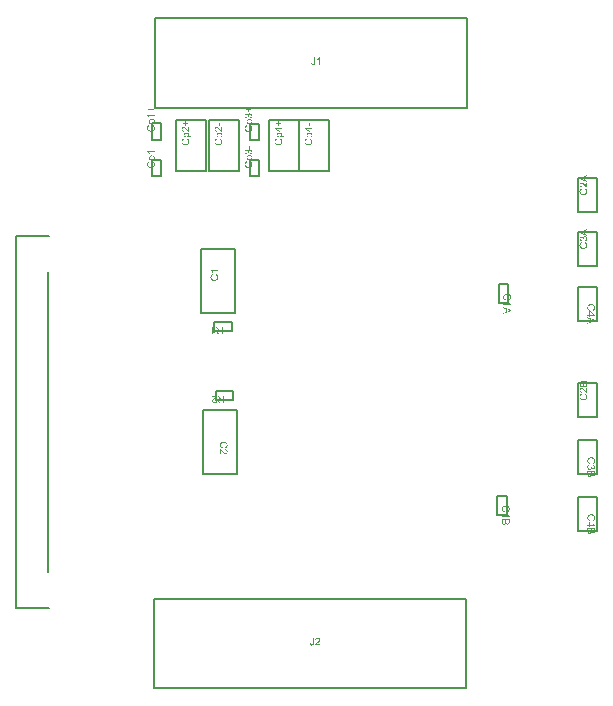
<source format=gbr>
%TF.GenerationSoftware,Altium Limited,Altium Designer,22.9.1 (49)*%
G04 Layer_Color=16711935*
%FSLAX25Y25*%
%MOIN*%
%TF.SameCoordinates,3D4AB22D-4464-4A1E-8ED4-CD8DD9DE0D00*%
%TF.FilePolarity,Positive*%
%TF.FileFunction,Other,Top_Assembly*%
%TF.Part,Single*%
G01*
G75*
%TA.AperFunction,NonConductor*%
%ADD37C,0.00787*%
G36*
X162387Y65605D02*
Y65602D01*
Y65592D01*
Y65576D01*
Y65553D01*
X162384Y65526D01*
Y65497D01*
X162381Y65461D01*
X162378Y65425D01*
X162368Y65346D01*
X162355Y65264D01*
X162335Y65185D01*
X162322Y65146D01*
X162309Y65113D01*
Y65110D01*
X162305Y65107D01*
X162302Y65097D01*
X162296Y65084D01*
X162276Y65054D01*
X162250Y65015D01*
X162217Y64972D01*
X162174Y64929D01*
X162125Y64887D01*
X162066Y64847D01*
X162063D01*
X162059Y64844D01*
X162050Y64841D01*
X162037Y64834D01*
X162004Y64818D01*
X161954Y64805D01*
X161899Y64788D01*
X161833Y64772D01*
X161758Y64762D01*
X161676Y64759D01*
X161643D01*
X161620Y64762D01*
X161594Y64765D01*
X161561Y64769D01*
X161525Y64775D01*
X161489Y64782D01*
X161407Y64805D01*
X161364Y64821D01*
X161321Y64841D01*
X161279Y64861D01*
X161239Y64887D01*
X161203Y64916D01*
X161167Y64949D01*
X161164Y64952D01*
X161161Y64959D01*
X161151Y64969D01*
X161141Y64985D01*
X161128Y65005D01*
X161111Y65028D01*
X161095Y65057D01*
X161079Y65090D01*
X161066Y65130D01*
X161049Y65172D01*
X161036Y65218D01*
X161023Y65267D01*
X161013Y65323D01*
X161003Y65382D01*
X161000Y65444D01*
Y65513D01*
X161302Y65556D01*
Y65553D01*
Y65543D01*
Y65530D01*
X161305Y65510D01*
X161308Y65487D01*
X161312Y65461D01*
X161318Y65399D01*
X161331Y65333D01*
X161351Y65267D01*
X161374Y65208D01*
X161390Y65185D01*
X161407Y65162D01*
X161410Y65159D01*
X161426Y65146D01*
X161446Y65130D01*
X161479Y65110D01*
X161515Y65090D01*
X161561Y65074D01*
X161617Y65061D01*
X161676Y65057D01*
X161695D01*
X161722Y65061D01*
X161751Y65064D01*
X161784Y65070D01*
X161820Y65080D01*
X161856Y65093D01*
X161892Y65113D01*
X161895Y65116D01*
X161909Y65123D01*
X161922Y65136D01*
X161941Y65156D01*
X161964Y65179D01*
X161984Y65205D01*
X162004Y65235D01*
X162017Y65271D01*
X162020Y65274D01*
X162023Y65290D01*
X162030Y65313D01*
X162037Y65346D01*
X162043Y65392D01*
X162046Y65444D01*
X162053Y65510D01*
Y65585D01*
Y67324D01*
X162387D01*
Y65605D01*
D02*
G37*
G36*
X163696Y67330D02*
X163729Y67327D01*
X163765Y67324D01*
X163804Y67317D01*
X163847Y67307D01*
X163939Y67285D01*
X163985Y67268D01*
X164034Y67248D01*
X164083Y67225D01*
X164129Y67196D01*
X164172Y67166D01*
X164214Y67130D01*
X164218Y67127D01*
X164224Y67120D01*
X164234Y67111D01*
X164247Y67094D01*
X164264Y67075D01*
X164283Y67052D01*
X164300Y67025D01*
X164323Y66993D01*
X164342Y66960D01*
X164359Y66920D01*
X164395Y66835D01*
X164408Y66789D01*
X164418Y66740D01*
X164424Y66688D01*
X164428Y66632D01*
Y66625D01*
Y66606D01*
X164424Y66576D01*
X164421Y66537D01*
X164411Y66494D01*
X164401Y66442D01*
X164385Y66389D01*
X164365Y66333D01*
X164362Y66327D01*
X164352Y66307D01*
X164339Y66277D01*
X164316Y66241D01*
X164287Y66195D01*
X164251Y66143D01*
X164208Y66084D01*
X164159Y66025D01*
Y66022D01*
X164152Y66018D01*
X164142Y66009D01*
X164132Y65995D01*
X164116Y65979D01*
X164096Y65959D01*
X164073Y65936D01*
X164044Y65910D01*
X164014Y65881D01*
X163978Y65848D01*
X163939Y65808D01*
X163896Y65769D01*
X163847Y65727D01*
X163798Y65684D01*
X163739Y65635D01*
X163680Y65582D01*
X163677Y65579D01*
X163667Y65572D01*
X163654Y65559D01*
X163634Y65546D01*
X163614Y65526D01*
X163588Y65503D01*
X163532Y65454D01*
X163470Y65402D01*
X163411Y65349D01*
X163385Y65326D01*
X163362Y65303D01*
X163339Y65280D01*
X163322Y65264D01*
X163319Y65261D01*
X163309Y65251D01*
X163296Y65235D01*
X163276Y65211D01*
X163257Y65189D01*
X163234Y65159D01*
X163191Y65100D01*
X164431D01*
Y64802D01*
X162761D01*
Y64808D01*
Y64821D01*
Y64841D01*
X162765Y64870D01*
X162768Y64903D01*
X162775Y64939D01*
X162784Y64975D01*
X162797Y65015D01*
Y65018D01*
X162801Y65021D01*
X162804Y65031D01*
X162811Y65044D01*
X162824Y65077D01*
X162847Y65120D01*
X162876Y65172D01*
X162909Y65228D01*
X162952Y65287D01*
X163001Y65349D01*
X163004Y65353D01*
X163007Y65356D01*
X163017Y65366D01*
X163027Y65379D01*
X163060Y65415D01*
X163106Y65461D01*
X163162Y65517D01*
X163230Y65582D01*
X163312Y65654D01*
X163408Y65733D01*
X163411Y65736D01*
X163424Y65749D01*
X163447Y65766D01*
X163473Y65789D01*
X163506Y65818D01*
X163545Y65851D01*
X163588Y65887D01*
X163631Y65927D01*
X163722Y66012D01*
X163814Y66100D01*
X163857Y66146D01*
X163896Y66189D01*
X163932Y66228D01*
X163962Y66268D01*
X163965Y66271D01*
X163968Y66277D01*
X163975Y66287D01*
X163985Y66300D01*
X163995Y66320D01*
X164008Y66340D01*
X164037Y66389D01*
X164064Y66445D01*
X164086Y66507D01*
X164103Y66576D01*
X164109Y66609D01*
Y66642D01*
Y66645D01*
Y66651D01*
Y66658D01*
X164106Y66671D01*
X164103Y66707D01*
X164093Y66750D01*
X164077Y66799D01*
X164054Y66848D01*
X164021Y66901D01*
X163975Y66950D01*
X163968Y66957D01*
X163952Y66970D01*
X163923Y66989D01*
X163883Y67015D01*
X163834Y67039D01*
X163775Y67058D01*
X163706Y67071D01*
X163631Y67078D01*
X163608D01*
X163594Y67075D01*
X163575D01*
X163552Y67071D01*
X163503Y67061D01*
X163447Y67045D01*
X163385Y67022D01*
X163326Y66989D01*
X163273Y66943D01*
X163267Y66937D01*
X163253Y66920D01*
X163230Y66888D01*
X163207Y66848D01*
X163181Y66793D01*
X163158Y66730D01*
X163145Y66658D01*
X163139Y66573D01*
X162820Y66606D01*
Y66609D01*
X162824Y66622D01*
Y66638D01*
X162827Y66665D01*
X162833Y66694D01*
X162840Y66727D01*
X162850Y66766D01*
X162863Y66806D01*
X162893Y66894D01*
X162912Y66940D01*
X162935Y66983D01*
X162961Y67029D01*
X162991Y67071D01*
X163024Y67111D01*
X163063Y67147D01*
X163066Y67150D01*
X163073Y67153D01*
X163086Y67163D01*
X163102Y67176D01*
X163125Y67189D01*
X163152Y67206D01*
X163181Y67222D01*
X163217Y67242D01*
X163257Y67258D01*
X163299Y67275D01*
X163345Y67291D01*
X163398Y67304D01*
X163450Y67317D01*
X163509Y67327D01*
X163572Y67330D01*
X163637Y67334D01*
X163673D01*
X163696Y67330D01*
D02*
G37*
G36*
X162805Y259105D02*
Y259102D01*
Y259092D01*
Y259076D01*
Y259053D01*
X162802Y259026D01*
Y258997D01*
X162798Y258961D01*
X162795Y258925D01*
X162785Y258846D01*
X162772Y258764D01*
X162752Y258685D01*
X162739Y258646D01*
X162726Y258613D01*
Y258610D01*
X162723Y258607D01*
X162720Y258597D01*
X162713Y258584D01*
X162693Y258554D01*
X162667Y258515D01*
X162634Y258472D01*
X162592Y258429D01*
X162542Y258387D01*
X162483Y258347D01*
X162480D01*
X162477Y258344D01*
X162467Y258341D01*
X162454Y258334D01*
X162421Y258318D01*
X162372Y258305D01*
X162316Y258288D01*
X162250Y258272D01*
X162175Y258262D01*
X162093Y258259D01*
X162060D01*
X162037Y258262D01*
X162011Y258265D01*
X161978Y258269D01*
X161942Y258275D01*
X161906Y258282D01*
X161824Y258305D01*
X161781Y258321D01*
X161739Y258341D01*
X161696Y258361D01*
X161657Y258387D01*
X161621Y258416D01*
X161585Y258449D01*
X161581Y258452D01*
X161578Y258459D01*
X161568Y258469D01*
X161558Y258485D01*
X161545Y258505D01*
X161529Y258528D01*
X161512Y258557D01*
X161496Y258590D01*
X161483Y258629D01*
X161467Y258672D01*
X161453Y258718D01*
X161440Y258767D01*
X161430Y258823D01*
X161421Y258882D01*
X161417Y258944D01*
Y259013D01*
X161719Y259056D01*
Y259053D01*
Y259043D01*
Y259030D01*
X161722Y259010D01*
X161726Y258987D01*
X161729Y258961D01*
X161735Y258898D01*
X161749Y258833D01*
X161768Y258767D01*
X161791Y258708D01*
X161808Y258685D01*
X161824Y258662D01*
X161827Y258659D01*
X161844Y258646D01*
X161863Y258629D01*
X161896Y258610D01*
X161932Y258590D01*
X161978Y258574D01*
X162034Y258561D01*
X162093Y258557D01*
X162113D01*
X162139Y258561D01*
X162168Y258564D01*
X162201Y258571D01*
X162237Y258580D01*
X162273Y258593D01*
X162310Y258613D01*
X162313Y258616D01*
X162326Y258623D01*
X162339Y258636D01*
X162359Y258656D01*
X162382Y258679D01*
X162401Y258705D01*
X162421Y258734D01*
X162434Y258771D01*
X162437Y258774D01*
X162441Y258790D01*
X162447Y258813D01*
X162454Y258846D01*
X162460Y258892D01*
X162464Y258944D01*
X162470Y259010D01*
Y259085D01*
Y260824D01*
X162805D01*
Y259105D01*
D02*
G37*
G36*
X164389Y258301D02*
X164081D01*
Y260273D01*
X164074Y260269D01*
X164061Y260256D01*
X164035Y260233D01*
X164002Y260207D01*
X163959Y260174D01*
X163907Y260138D01*
X163851Y260099D01*
X163786Y260060D01*
X163782D01*
X163779Y260056D01*
X163769Y260050D01*
X163756Y260043D01*
X163720Y260023D01*
X163677Y260001D01*
X163628Y259974D01*
X163572Y259948D01*
X163516Y259922D01*
X163461Y259899D01*
Y260201D01*
X163464D01*
X163474Y260207D01*
X163487Y260214D01*
X163503Y260224D01*
X163526Y260233D01*
X163553Y260250D01*
X163615Y260283D01*
X163684Y260325D01*
X163762Y260378D01*
X163838Y260434D01*
X163913Y260496D01*
X163917Y260499D01*
X163923Y260502D01*
X163933Y260512D01*
X163946Y260525D01*
X163979Y260558D01*
X164022Y260604D01*
X164064Y260653D01*
X164110Y260712D01*
X164153Y260771D01*
X164189Y260834D01*
X164389D01*
Y258301D01*
D02*
G37*
G36*
X150703Y239006D02*
X151395D01*
Y238714D01*
X150703D01*
Y238029D01*
X150414D01*
Y238714D01*
X149728D01*
Y239006D01*
X150414D01*
Y239691D01*
X150703D01*
Y239006D01*
D02*
G37*
G36*
X151198Y237323D02*
X151801D01*
Y237015D01*
X151198D01*
Y235919D01*
X150912D01*
X149279Y237071D01*
Y237323D01*
X150912D01*
Y237664D01*
X151198D01*
Y237323D01*
D02*
G37*
G36*
X150949Y235736D02*
X150978Y235733D01*
X151008Y235729D01*
X151044Y235726D01*
X151122Y235713D01*
X151208Y235696D01*
X151296Y235670D01*
X151382Y235637D01*
X151385D01*
X151391Y235634D01*
X151401Y235628D01*
X151418Y235618D01*
X151437Y235608D01*
X151457Y235595D01*
X151506Y235562D01*
X151562Y235519D01*
X151621Y235470D01*
X151673Y235411D01*
X151723Y235342D01*
Y235339D01*
X151729Y235332D01*
X151733Y235322D01*
X151742Y235309D01*
X151749Y235293D01*
X151759Y235270D01*
X151782Y235221D01*
X151805Y235162D01*
X151821Y235093D01*
X151834Y235017D01*
X151841Y234939D01*
Y234912D01*
X151838Y234883D01*
X151831Y234847D01*
X151824Y234804D01*
X151814Y234755D01*
X151798Y234709D01*
X151775Y234660D01*
X151772Y234653D01*
X151762Y234640D01*
X151749Y234617D01*
X151729Y234591D01*
X151706Y234558D01*
X151677Y234525D01*
X151647Y234493D01*
X151611Y234460D01*
X152500D01*
Y234152D01*
X149974D01*
Y234434D01*
X150214D01*
X150207Y234437D01*
X150191Y234450D01*
X150168Y234473D01*
X150135Y234499D01*
X150102Y234532D01*
X150070Y234568D01*
X150037Y234611D01*
X150007Y234657D01*
X150004Y234663D01*
X149997Y234680D01*
X149984Y234706D01*
X149971Y234742D01*
X149958Y234788D01*
X149945Y234840D01*
X149938Y234899D01*
X149935Y234962D01*
Y234985D01*
X149938Y235001D01*
Y235021D01*
X149942Y235047D01*
X149952Y235103D01*
X149965Y235165D01*
X149988Y235237D01*
X150017Y235306D01*
X150056Y235375D01*
Y235378D01*
X150063Y235382D01*
X150070Y235391D01*
X150079Y235404D01*
X150106Y235437D01*
X150145Y235477D01*
X150194Y235519D01*
X150250Y235565D01*
X150319Y235608D01*
X150398Y235647D01*
X150401D01*
X150407Y235650D01*
X150420Y235657D01*
X150437Y235660D01*
X150457Y235670D01*
X150479Y235677D01*
X150509Y235683D01*
X150539Y235693D01*
X150611Y235710D01*
X150689Y235726D01*
X150781Y235736D01*
X150876Y235739D01*
X150880D01*
X150890D01*
X150903D01*
X150922D01*
X150949Y235736D01*
D02*
G37*
G36*
X151021Y233774D02*
X151044Y233768D01*
X151073Y233761D01*
X151106Y233748D01*
X151145Y233732D01*
X151188Y233715D01*
X151237Y233692D01*
X151286Y233669D01*
X151339Y233640D01*
X151388Y233610D01*
X151441Y233574D01*
X151493Y233538D01*
X151542Y233495D01*
X151588Y233450D01*
X151631Y233400D01*
X151634Y233397D01*
X151641Y233387D01*
X151651Y233374D01*
X151664Y233351D01*
X151680Y233325D01*
X151700Y233292D01*
X151716Y233256D01*
X151736Y233217D01*
X151759Y233168D01*
X151775Y233118D01*
X151795Y233063D01*
X151811Y233003D01*
X151824Y232941D01*
X151834Y232876D01*
X151841Y232807D01*
X151844Y232734D01*
Y232695D01*
X151841Y232666D01*
X151838Y232633D01*
X151834Y232590D01*
X151831Y232548D01*
X151824Y232498D01*
X151805Y232393D01*
X151775Y232282D01*
X151755Y232226D01*
X151733Y232170D01*
X151709Y232118D01*
X151680Y232069D01*
X151677Y232065D01*
X151673Y232059D01*
X151664Y232046D01*
X151647Y232026D01*
X151631Y232006D01*
X151611Y231980D01*
X151585Y231954D01*
X151555Y231924D01*
X151526Y231892D01*
X151490Y231862D01*
X151450Y231829D01*
X151405Y231797D01*
X151359Y231764D01*
X151309Y231734D01*
X151254Y231705D01*
X151198Y231678D01*
X151195D01*
X151185Y231672D01*
X151165Y231665D01*
X151142Y231659D01*
X151113Y231649D01*
X151080Y231636D01*
X151040Y231626D01*
X150995Y231613D01*
X150945Y231600D01*
X150893Y231590D01*
X150837Y231577D01*
X150781Y231567D01*
X150653Y231554D01*
X150522Y231547D01*
X150519D01*
X150506D01*
X150483D01*
X150457Y231551D01*
X150420D01*
X150381Y231554D01*
X150338Y231560D01*
X150289Y231567D01*
X150237Y231573D01*
X150181Y231583D01*
X150066Y231610D01*
X149952Y231646D01*
X149892Y231669D01*
X149837Y231695D01*
X149833Y231698D01*
X149824Y231701D01*
X149807Y231711D01*
X149787Y231724D01*
X149765Y231737D01*
X149735Y231757D01*
X149706Y231780D01*
X149669Y231806D01*
X149597Y231865D01*
X149525Y231941D01*
X149453Y232026D01*
X149420Y232075D01*
X149391Y232124D01*
X149387Y232128D01*
X149384Y232138D01*
X149378Y232154D01*
X149368Y232174D01*
X149355Y232200D01*
X149341Y232229D01*
X149328Y232265D01*
X149312Y232305D01*
X149299Y232351D01*
X149286Y232397D01*
X149259Y232502D01*
X149243Y232616D01*
X149236Y232676D01*
Y232774D01*
X149240Y232800D01*
X149243Y232833D01*
X149246Y232872D01*
X149253Y232915D01*
X149259Y232961D01*
X149282Y233059D01*
X149299Y233112D01*
X149318Y233168D01*
X149341Y233220D01*
X149364Y233273D01*
X149397Y233325D01*
X149430Y233374D01*
X149433Y233377D01*
X149440Y233384D01*
X149450Y233400D01*
X149466Y233417D01*
X149486Y233436D01*
X149509Y233463D01*
X149538Y233489D01*
X149571Y233519D01*
X149607Y233548D01*
X149646Y233577D01*
X149692Y233607D01*
X149738Y233636D01*
X149791Y233666D01*
X149846Y233692D01*
X149909Y233719D01*
X149971Y233738D01*
X150050Y233410D01*
X150047D01*
X150037Y233407D01*
X150024Y233400D01*
X150004Y233394D01*
X149981Y233384D01*
X149955Y233374D01*
X149896Y233345D01*
X149830Y233309D01*
X149765Y233266D01*
X149702Y233213D01*
X149676Y233184D01*
X149650Y233154D01*
Y233151D01*
X149643Y233148D01*
X149637Y233138D01*
X149630Y233125D01*
X149620Y233108D01*
X149610Y233089D01*
X149584Y233040D01*
X149561Y232977D01*
X149541Y232905D01*
X149528Y232823D01*
X149522Y232731D01*
Y232702D01*
X149525Y232682D01*
Y232659D01*
X149528Y232630D01*
X149535Y232597D01*
X149538Y232561D01*
X149555Y232485D01*
X149581Y232403D01*
X149617Y232321D01*
X149637Y232282D01*
X149663Y232242D01*
Y232239D01*
X149669Y232233D01*
X149676Y232223D01*
X149689Y232210D01*
X149719Y232177D01*
X149761Y232138D01*
X149814Y232092D01*
X149879Y232046D01*
X149952Y232003D01*
X150037Y231970D01*
X150040D01*
X150047Y231967D01*
X150060Y231964D01*
X150076Y231957D01*
X150099Y231951D01*
X150125Y231944D01*
X150155Y231938D01*
X150184Y231931D01*
X150260Y231918D01*
X150342Y231905D01*
X150430Y231895D01*
X150522Y231892D01*
X150525D01*
X150535D01*
X150552D01*
X150575D01*
X150604Y231895D01*
X150637Y231898D01*
X150673D01*
X150712Y231905D01*
X150801Y231915D01*
X150893Y231931D01*
X150991Y231954D01*
X151083Y231983D01*
X151086D01*
X151093Y231987D01*
X151106Y231993D01*
X151122Y232003D01*
X151142Y232013D01*
X151165Y232023D01*
X151218Y232056D01*
X151277Y232098D01*
X151336Y232147D01*
X151391Y232207D01*
X151441Y232275D01*
Y232279D01*
X151447Y232285D01*
X151450Y232295D01*
X151460Y232311D01*
X151467Y232328D01*
X151477Y232351D01*
X151500Y232403D01*
X151523Y232469D01*
X151539Y232541D01*
X151552Y232620D01*
X151559Y232705D01*
Y232731D01*
X151555Y232751D01*
X151552Y232777D01*
X151549Y232803D01*
X151546Y232836D01*
X151539Y232869D01*
X151519Y232944D01*
X151490Y233023D01*
X151473Y233066D01*
X151450Y233105D01*
X151427Y233144D01*
X151398Y233181D01*
X151395Y233184D01*
X151391Y233190D01*
X151382Y233200D01*
X151368Y233213D01*
X151352Y233226D01*
X151329Y233246D01*
X151306Y233266D01*
X151277Y233286D01*
X151247Y233309D01*
X151211Y233331D01*
X151172Y233351D01*
X151129Y233374D01*
X151080Y233394D01*
X151031Y233414D01*
X150978Y233430D01*
X150919Y233446D01*
X151004Y233781D01*
X151008D01*
X151021Y233774D01*
D02*
G37*
G36*
X161044Y237899D02*
X160732D01*
Y238850D01*
X161044D01*
Y237899D01*
D02*
G37*
G36*
X161198Y237276D02*
X161801D01*
Y236968D01*
X161198D01*
Y235872D01*
X160913D01*
X159279Y237023D01*
Y237276D01*
X160913D01*
Y237617D01*
X161198D01*
Y237276D01*
D02*
G37*
G36*
X160949Y235688D02*
X160978Y235685D01*
X161008Y235682D01*
X161044Y235679D01*
X161122Y235665D01*
X161208Y235649D01*
X161296Y235623D01*
X161381Y235590D01*
X161385D01*
X161391Y235587D01*
X161401Y235580D01*
X161418Y235570D01*
X161437Y235561D01*
X161457Y235547D01*
X161506Y235515D01*
X161562Y235472D01*
X161621Y235423D01*
X161673Y235364D01*
X161723Y235295D01*
Y235292D01*
X161729Y235285D01*
X161732Y235275D01*
X161742Y235262D01*
X161749Y235246D01*
X161759Y235223D01*
X161782Y235174D01*
X161805Y235115D01*
X161821Y235046D01*
X161834Y234970D01*
X161841Y234892D01*
Y234865D01*
X161837Y234836D01*
X161831Y234800D01*
X161824Y234757D01*
X161814Y234708D01*
X161798Y234662D01*
X161775Y234613D01*
X161772Y234606D01*
X161762Y234593D01*
X161749Y234570D01*
X161729Y234544D01*
X161706Y234511D01*
X161677Y234478D01*
X161647Y234445D01*
X161611Y234413D01*
X162500D01*
Y234104D01*
X159974D01*
Y234386D01*
X160214D01*
X160207Y234390D01*
X160191Y234403D01*
X160168Y234426D01*
X160135Y234452D01*
X160102Y234485D01*
X160070Y234521D01*
X160037Y234563D01*
X160007Y234609D01*
X160004Y234616D01*
X159997Y234632D01*
X159984Y234659D01*
X159971Y234695D01*
X159958Y234741D01*
X159945Y234793D01*
X159938Y234852D01*
X159935Y234914D01*
Y234937D01*
X159938Y234954D01*
Y234974D01*
X159942Y235000D01*
X159951Y235055D01*
X159965Y235118D01*
X159988Y235190D01*
X160017Y235259D01*
X160056Y235328D01*
Y235331D01*
X160063Y235334D01*
X160070Y235344D01*
X160079Y235357D01*
X160106Y235390D01*
X160145Y235429D01*
X160194Y235472D01*
X160250Y235518D01*
X160319Y235561D01*
X160398Y235600D01*
X160401D01*
X160407Y235603D01*
X160421Y235610D01*
X160437Y235613D01*
X160457Y235623D01*
X160479Y235630D01*
X160509Y235636D01*
X160539Y235646D01*
X160611Y235662D01*
X160689Y235679D01*
X160781Y235688D01*
X160876Y235692D01*
X160880D01*
X160890D01*
X160903D01*
X160922D01*
X160949Y235688D01*
D02*
G37*
G36*
X161021Y233727D02*
X161044Y233720D01*
X161073Y233714D01*
X161106Y233701D01*
X161145Y233684D01*
X161188Y233668D01*
X161237Y233645D01*
X161286Y233622D01*
X161339Y233593D01*
X161388Y233563D01*
X161441Y233527D01*
X161493Y233491D01*
X161542Y233448D01*
X161588Y233402D01*
X161631Y233353D01*
X161634Y233350D01*
X161641Y233340D01*
X161651Y233327D01*
X161664Y233304D01*
X161680Y233278D01*
X161700Y233245D01*
X161716Y233209D01*
X161736Y233170D01*
X161759Y233120D01*
X161775Y233071D01*
X161795Y233015D01*
X161811Y232956D01*
X161824Y232894D01*
X161834Y232828D01*
X161841Y232759D01*
X161844Y232687D01*
Y232648D01*
X161841Y232618D01*
X161837Y232586D01*
X161834Y232543D01*
X161831Y232500D01*
X161824Y232451D01*
X161805Y232346D01*
X161775Y232235D01*
X161756Y232179D01*
X161732Y232123D01*
X161709Y232071D01*
X161680Y232021D01*
X161677Y232018D01*
X161673Y232012D01*
X161664Y231998D01*
X161647Y231979D01*
X161631Y231959D01*
X161611Y231933D01*
X161585Y231907D01*
X161555Y231877D01*
X161526Y231844D01*
X161490Y231815D01*
X161450Y231782D01*
X161405Y231749D01*
X161359Y231716D01*
X161309Y231687D01*
X161254Y231657D01*
X161198Y231631D01*
X161195D01*
X161185Y231625D01*
X161165Y231618D01*
X161142Y231611D01*
X161113Y231602D01*
X161080Y231589D01*
X161040Y231579D01*
X160995Y231565D01*
X160945Y231552D01*
X160893Y231543D01*
X160837Y231529D01*
X160781Y231520D01*
X160653Y231506D01*
X160522Y231500D01*
X160519D01*
X160506D01*
X160483D01*
X160457Y231503D01*
X160421D01*
X160381Y231506D01*
X160338Y231513D01*
X160289Y231520D01*
X160237Y231526D01*
X160181Y231536D01*
X160066Y231562D01*
X159951Y231598D01*
X159892Y231621D01*
X159837Y231648D01*
X159833Y231651D01*
X159824Y231654D01*
X159807Y231664D01*
X159787Y231677D01*
X159765Y231690D01*
X159735Y231710D01*
X159705Y231733D01*
X159669Y231759D01*
X159597Y231818D01*
X159525Y231894D01*
X159453Y231979D01*
X159420Y232028D01*
X159391Y232077D01*
X159387Y232081D01*
X159384Y232090D01*
X159378Y232107D01*
X159368Y232126D01*
X159354Y232153D01*
X159341Y232182D01*
X159328Y232218D01*
X159312Y232258D01*
X159299Y232304D01*
X159286Y232349D01*
X159259Y232454D01*
X159243Y232569D01*
X159236Y232628D01*
Y232727D01*
X159240Y232753D01*
X159243Y232786D01*
X159246Y232825D01*
X159253Y232868D01*
X159259Y232914D01*
X159282Y233012D01*
X159299Y233065D01*
X159318Y233120D01*
X159341Y233173D01*
X159364Y233225D01*
X159397Y233278D01*
X159430Y233327D01*
X159433Y233330D01*
X159440Y233337D01*
X159450Y233353D01*
X159466Y233369D01*
X159486Y233389D01*
X159509Y233416D01*
X159538Y233442D01*
X159571Y233471D01*
X159607Y233501D01*
X159646Y233530D01*
X159692Y233560D01*
X159738Y233589D01*
X159791Y233619D01*
X159846Y233645D01*
X159909Y233671D01*
X159971Y233691D01*
X160050Y233363D01*
X160047D01*
X160037Y233360D01*
X160024Y233353D01*
X160004Y233347D01*
X159981Y233337D01*
X159955Y233327D01*
X159896Y233297D01*
X159830Y233261D01*
X159765Y233219D01*
X159702Y233166D01*
X159676Y233137D01*
X159650Y233107D01*
Y233104D01*
X159643Y233101D01*
X159637Y233091D01*
X159630Y233078D01*
X159620Y233061D01*
X159610Y233042D01*
X159584Y232992D01*
X159561Y232930D01*
X159541Y232858D01*
X159528Y232776D01*
X159522Y232684D01*
Y232655D01*
X159525Y232635D01*
Y232612D01*
X159528Y232582D01*
X159535Y232550D01*
X159538Y232513D01*
X159555Y232438D01*
X159581Y232356D01*
X159617Y232274D01*
X159637Y232235D01*
X159663Y232195D01*
Y232192D01*
X159669Y232186D01*
X159676Y232176D01*
X159689Y232162D01*
X159719Y232130D01*
X159761Y232090D01*
X159814Y232044D01*
X159879Y231998D01*
X159951Y231956D01*
X160037Y231923D01*
X160040D01*
X160047Y231920D01*
X160060Y231916D01*
X160076Y231910D01*
X160099Y231903D01*
X160125Y231897D01*
X160155Y231890D01*
X160184Y231884D01*
X160260Y231871D01*
X160342Y231857D01*
X160430Y231848D01*
X160522Y231844D01*
X160526D01*
X160535D01*
X160552D01*
X160575D01*
X160604Y231848D01*
X160637Y231851D01*
X160673D01*
X160712Y231857D01*
X160801Y231867D01*
X160893Y231884D01*
X160991Y231907D01*
X161083Y231936D01*
X161086D01*
X161093Y231940D01*
X161106Y231946D01*
X161122Y231956D01*
X161142Y231966D01*
X161165Y231976D01*
X161218Y232008D01*
X161277Y232051D01*
X161336Y232100D01*
X161391Y232159D01*
X161441Y232228D01*
Y232231D01*
X161447Y232238D01*
X161450Y232248D01*
X161460Y232264D01*
X161467Y232281D01*
X161477Y232304D01*
X161500Y232356D01*
X161523Y232422D01*
X161539Y232494D01*
X161552Y232573D01*
X161559Y232658D01*
Y232684D01*
X161555Y232704D01*
X161552Y232730D01*
X161549Y232756D01*
X161546Y232789D01*
X161539Y232822D01*
X161519Y232897D01*
X161490Y232976D01*
X161473Y233019D01*
X161450Y233058D01*
X161427Y233097D01*
X161398Y233133D01*
X161395Y233137D01*
X161391Y233143D01*
X161381Y233153D01*
X161368Y233166D01*
X161352Y233179D01*
X161329Y233199D01*
X161306Y233219D01*
X161277Y233238D01*
X161247Y233261D01*
X161211Y233284D01*
X161172Y233304D01*
X161129Y233327D01*
X161080Y233347D01*
X161031Y233366D01*
X160978Y233383D01*
X160919Y233399D01*
X161004Y233734D01*
X161008D01*
X161021Y233727D01*
D02*
G37*
G36*
X130457Y189687D02*
X128486D01*
X128489Y189681D01*
X128503Y189667D01*
X128525Y189641D01*
X128552Y189608D01*
X128585Y189566D01*
X128621Y189513D01*
X128660Y189457D01*
X128699Y189392D01*
Y189389D01*
X128703Y189385D01*
X128709Y189375D01*
X128716Y189362D01*
X128735Y189326D01*
X128758Y189284D01*
X128785Y189234D01*
X128811Y189179D01*
X128837Y189123D01*
X128860Y189067D01*
X128558D01*
Y189070D01*
X128552Y189080D01*
X128545Y189093D01*
X128535Y189110D01*
X128525Y189133D01*
X128509Y189159D01*
X128476Y189221D01*
X128434Y189290D01*
X128381Y189369D01*
X128325Y189444D01*
X128263Y189520D01*
X128260Y189523D01*
X128256Y189530D01*
X128247Y189540D01*
X128234Y189553D01*
X128201Y189585D01*
X128155Y189628D01*
X128106Y189671D01*
X128047Y189717D01*
X127988Y189759D01*
X127925Y189795D01*
Y189995D01*
X130457D01*
Y189687D01*
D02*
G37*
G36*
X129677Y188539D02*
X129700Y188532D01*
X129729Y188526D01*
X129762Y188513D01*
X129801Y188496D01*
X129844Y188480D01*
X129893Y188457D01*
X129942Y188434D01*
X129995Y188405D01*
X130044Y188375D01*
X130097Y188339D01*
X130149Y188303D01*
X130198Y188260D01*
X130244Y188214D01*
X130287Y188165D01*
X130290Y188162D01*
X130297Y188152D01*
X130306Y188139D01*
X130320Y188116D01*
X130336Y188090D01*
X130356Y188057D01*
X130372Y188021D01*
X130392Y187981D01*
X130415Y187932D01*
X130431Y187883D01*
X130451Y187827D01*
X130467Y187768D01*
X130480Y187706D01*
X130490Y187640D01*
X130497Y187572D01*
X130500Y187499D01*
Y187460D01*
X130497Y187430D01*
X130493Y187398D01*
X130490Y187355D01*
X130487Y187312D01*
X130480Y187263D01*
X130461Y187158D01*
X130431Y187047D01*
X130412Y186991D01*
X130388Y186935D01*
X130366Y186883D01*
X130336Y186833D01*
X130333Y186830D01*
X130330Y186824D01*
X130320Y186811D01*
X130303Y186791D01*
X130287Y186771D01*
X130267Y186745D01*
X130241Y186719D01*
X130211Y186689D01*
X130182Y186656D01*
X130146Y186627D01*
X130106Y186594D01*
X130061Y186561D01*
X130015Y186528D01*
X129965Y186499D01*
X129910Y186469D01*
X129854Y186443D01*
X129851D01*
X129841Y186437D01*
X129821Y186430D01*
X129798Y186424D01*
X129769Y186414D01*
X129736Y186400D01*
X129696Y186391D01*
X129650Y186378D01*
X129601Y186364D01*
X129549Y186355D01*
X129493Y186342D01*
X129437Y186332D01*
X129309Y186319D01*
X129178Y186312D01*
X129175D01*
X129162D01*
X129139D01*
X129113Y186315D01*
X129077D01*
X129037Y186319D01*
X128995Y186325D01*
X128945Y186332D01*
X128893Y186338D01*
X128837Y186348D01*
X128722Y186374D01*
X128607Y186410D01*
X128548Y186433D01*
X128493Y186460D01*
X128489Y186463D01*
X128480Y186466D01*
X128463Y186476D01*
X128444Y186489D01*
X128420Y186502D01*
X128391Y186522D01*
X128361Y186545D01*
X128325Y186571D01*
X128253Y186630D01*
X128181Y186706D01*
X128109Y186791D01*
X128076Y186840D01*
X128047Y186889D01*
X128043Y186892D01*
X128040Y186902D01*
X128033Y186919D01*
X128024Y186938D01*
X128010Y186965D01*
X127997Y186994D01*
X127984Y187030D01*
X127968Y187070D01*
X127955Y187116D01*
X127942Y187161D01*
X127915Y187266D01*
X127899Y187381D01*
X127892Y187440D01*
Y187539D01*
X127896Y187565D01*
X127899Y187598D01*
X127902Y187637D01*
X127909Y187680D01*
X127915Y187726D01*
X127938Y187824D01*
X127955Y187876D01*
X127974Y187932D01*
X127997Y187985D01*
X128020Y188037D01*
X128053Y188090D01*
X128086Y188139D01*
X128089Y188142D01*
X128096Y188149D01*
X128106Y188165D01*
X128122Y188181D01*
X128142Y188201D01*
X128165Y188227D01*
X128194Y188254D01*
X128227Y188283D01*
X128263Y188313D01*
X128302Y188342D01*
X128348Y188372D01*
X128394Y188401D01*
X128447Y188431D01*
X128503Y188457D01*
X128565Y188483D01*
X128627Y188503D01*
X128706Y188175D01*
X128703D01*
X128693Y188172D01*
X128680Y188165D01*
X128660Y188159D01*
X128637Y188149D01*
X128611Y188139D01*
X128552Y188109D01*
X128486Y188073D01*
X128420Y188031D01*
X128358Y187978D01*
X128332Y187949D01*
X128306Y187919D01*
Y187916D01*
X128299Y187913D01*
X128293Y187903D01*
X128286Y187890D01*
X128276Y187873D01*
X128266Y187854D01*
X128240Y187804D01*
X128217Y187742D01*
X128198Y187670D01*
X128184Y187588D01*
X128178Y187496D01*
Y187467D01*
X128181Y187447D01*
Y187424D01*
X128184Y187394D01*
X128191Y187362D01*
X128194Y187326D01*
X128211Y187250D01*
X128237Y187168D01*
X128273Y187086D01*
X128293Y187047D01*
X128319Y187007D01*
Y187004D01*
X128325Y186997D01*
X128332Y186988D01*
X128345Y186975D01*
X128375Y186942D01*
X128417Y186902D01*
X128470Y186856D01*
X128535Y186811D01*
X128607Y186768D01*
X128693Y186735D01*
X128696D01*
X128703Y186732D01*
X128716Y186729D01*
X128732Y186722D01*
X128755Y186715D01*
X128781Y186709D01*
X128811Y186702D01*
X128840Y186696D01*
X128916Y186683D01*
X128998Y186670D01*
X129086Y186660D01*
X129178Y186656D01*
X129182D01*
X129191D01*
X129208D01*
X129231D01*
X129260Y186660D01*
X129293Y186663D01*
X129329D01*
X129368Y186670D01*
X129457Y186679D01*
X129549Y186696D01*
X129647Y186719D01*
X129739Y186748D01*
X129742D01*
X129749Y186751D01*
X129762Y186758D01*
X129778Y186768D01*
X129798Y186778D01*
X129821Y186787D01*
X129874Y186820D01*
X129933Y186863D01*
X129992Y186912D01*
X130047Y186971D01*
X130097Y187040D01*
Y187043D01*
X130103Y187050D01*
X130106Y187060D01*
X130116Y187076D01*
X130123Y187093D01*
X130133Y187116D01*
X130156Y187168D01*
X130179Y187234D01*
X130195Y187306D01*
X130208Y187384D01*
X130215Y187470D01*
Y187496D01*
X130211Y187516D01*
X130208Y187542D01*
X130205Y187568D01*
X130201Y187601D01*
X130195Y187634D01*
X130175Y187709D01*
X130146Y187788D01*
X130129Y187831D01*
X130106Y187870D01*
X130084Y187909D01*
X130054Y187945D01*
X130051Y187949D01*
X130047Y187955D01*
X130038Y187965D01*
X130024Y187978D01*
X130008Y187991D01*
X129985Y188011D01*
X129962Y188031D01*
X129933Y188050D01*
X129903Y188073D01*
X129867Y188096D01*
X129828Y188116D01*
X129785Y188139D01*
X129736Y188159D01*
X129687Y188178D01*
X129634Y188195D01*
X129575Y188211D01*
X129660Y188546D01*
X129664D01*
X129677Y188539D01*
D02*
G37*
G36*
X253457Y203301D02*
X252693Y203009D01*
Y201953D01*
X253457Y201677D01*
Y201326D01*
X250935Y202287D01*
Y202651D01*
X253457Y203678D01*
Y203301D01*
D02*
G37*
G36*
X252769Y201166D02*
X252798Y201162D01*
X252831Y201156D01*
X252867Y201149D01*
X252906Y201139D01*
X252949Y201126D01*
X252995Y201110D01*
X253041Y201090D01*
X253090Y201067D01*
X253136Y201038D01*
X253185Y201005D01*
X253231Y200969D01*
X253274Y200926D01*
X253277Y200923D01*
X253284Y200916D01*
X253293Y200903D01*
X253310Y200884D01*
X253326Y200861D01*
X253346Y200831D01*
X253365Y200798D01*
X253385Y200762D01*
X253408Y200719D01*
X253428Y200674D01*
X253448Y200624D01*
X253464Y200569D01*
X253480Y200513D01*
X253490Y200450D01*
X253497Y200388D01*
X253500Y200319D01*
Y200287D01*
X253497Y200264D01*
X253493Y200237D01*
X253490Y200204D01*
X253484Y200165D01*
X253474Y200126D01*
X253451Y200041D01*
X253434Y199995D01*
X253418Y199949D01*
X253395Y199899D01*
X253369Y199854D01*
X253339Y199811D01*
X253303Y199768D01*
X253300Y199765D01*
X253293Y199758D01*
X253284Y199749D01*
X253267Y199732D01*
X253247Y199716D01*
X253224Y199696D01*
X253195Y199676D01*
X253166Y199653D01*
X253129Y199634D01*
X253090Y199611D01*
X253047Y199591D01*
X253001Y199572D01*
X252952Y199552D01*
X252903Y199539D01*
X252847Y199525D01*
X252788Y199519D01*
X252746Y199827D01*
X252749D01*
X252759Y199831D01*
X252772Y199834D01*
X252788Y199837D01*
X252811Y199844D01*
X252834Y199850D01*
X252893Y199870D01*
X252956Y199893D01*
X253018Y199926D01*
X253080Y199962D01*
X253106Y199981D01*
X253129Y200004D01*
X253133Y200011D01*
X253146Y200027D01*
X253166Y200054D01*
X253185Y200093D01*
X253208Y200139D01*
X253224Y200191D01*
X253238Y200254D01*
X253244Y200319D01*
Y200342D01*
X253241Y200355D01*
Y200375D01*
X253238Y200398D01*
X253224Y200447D01*
X253208Y200506D01*
X253182Y200569D01*
X253142Y200631D01*
X253119Y200660D01*
X253093Y200690D01*
X253090Y200693D01*
X253087Y200696D01*
X253077Y200703D01*
X253067Y200713D01*
X253034Y200739D01*
X252988Y200765D01*
X252936Y200792D01*
X252870Y200818D01*
X252798Y200834D01*
X252759Y200841D01*
X252719D01*
X252716D01*
X252710D01*
X252700D01*
X252683Y200838D01*
X252667D01*
X252644Y200834D01*
X252595Y200824D01*
X252539Y200808D01*
X252480Y200782D01*
X252424Y200746D01*
X252395Y200726D01*
X252368Y200700D01*
X252362Y200693D01*
X252345Y200674D01*
X252326Y200644D01*
X252299Y200605D01*
X252273Y200552D01*
X252254Y200493D01*
X252237Y200424D01*
X252231Y200346D01*
Y200309D01*
X252234Y200287D01*
X252237Y200254D01*
X252244Y200214D01*
X252254Y200172D01*
X252263Y200126D01*
X251991Y200162D01*
Y200168D01*
X251994Y200178D01*
X251998Y200195D01*
Y200231D01*
X251994Y200244D01*
X251991Y200283D01*
X251985Y200329D01*
X251972Y200385D01*
X251955Y200444D01*
X251929Y200506D01*
X251896Y200565D01*
Y200569D01*
X251890Y200572D01*
X251876Y200592D01*
X251850Y200618D01*
X251817Y200647D01*
X251771Y200677D01*
X251716Y200700D01*
X251650Y200719D01*
X251614Y200723D01*
X251575Y200726D01*
X251571D01*
X251568D01*
X251545Y200723D01*
X251516Y200719D01*
X251476Y200713D01*
X251434Y200696D01*
X251388Y200677D01*
X251339Y200647D01*
X251296Y200608D01*
X251289Y200601D01*
X251276Y200588D01*
X251260Y200562D01*
X251237Y200529D01*
X251217Y200487D01*
X251198Y200434D01*
X251184Y200378D01*
X251181Y200313D01*
Y200296D01*
X251184Y200283D01*
X251188Y200247D01*
X251194Y200204D01*
X251211Y200159D01*
X251230Y200106D01*
X251256Y200057D01*
X251296Y200008D01*
X251302Y200001D01*
X251315Y199988D01*
X251342Y199968D01*
X251381Y199945D01*
X251427Y199919D01*
X251486Y199893D01*
X251555Y199873D01*
X251634Y199857D01*
X251578Y199548D01*
X251575D01*
X251565Y199552D01*
X251548Y199555D01*
X251525Y199562D01*
X251502Y199568D01*
X251470Y199578D01*
X251437Y199588D01*
X251401Y199601D01*
X251325Y199637D01*
X251247Y199680D01*
X251168Y199735D01*
X251132Y199768D01*
X251099Y199804D01*
X251096Y199808D01*
X251093Y199814D01*
X251083Y199824D01*
X251073Y199840D01*
X251060Y199860D01*
X251043Y199883D01*
X251027Y199913D01*
X251010Y199942D01*
X250997Y199978D01*
X250981Y200014D01*
X250952Y200099D01*
X250932Y200198D01*
X250928Y200250D01*
X250925Y200306D01*
Y200342D01*
X250928Y200359D01*
Y200382D01*
X250935Y200431D01*
X250948Y200490D01*
X250961Y200552D01*
X250984Y200618D01*
X251014Y200683D01*
Y200687D01*
X251017Y200690D01*
X251024Y200700D01*
X251030Y200713D01*
X251050Y200742D01*
X251076Y200782D01*
X251112Y200824D01*
X251155Y200870D01*
X251201Y200913D01*
X251256Y200949D01*
X251260D01*
X251263Y200952D01*
X251283Y200965D01*
X251315Y200979D01*
X251355Y200998D01*
X251404Y201015D01*
X251460Y201031D01*
X251519Y201041D01*
X251581Y201044D01*
X251585D01*
X251588D01*
X251607D01*
X251640Y201041D01*
X251680Y201034D01*
X251726Y201021D01*
X251775Y201008D01*
X251827Y200985D01*
X251880Y200956D01*
X251886Y200952D01*
X251903Y200939D01*
X251926Y200920D01*
X251955Y200890D01*
X251991Y200854D01*
X252027Y200808D01*
X252060Y200756D01*
X252093Y200696D01*
Y200700D01*
X252096Y200706D01*
X252099Y200719D01*
X252103Y200733D01*
X252109Y200752D01*
X252119Y200775D01*
X252139Y200824D01*
X252168Y200880D01*
X252208Y200936D01*
X252254Y200995D01*
X252309Y201044D01*
X252313D01*
X252316Y201051D01*
X252326Y201057D01*
X252339Y201064D01*
X252355Y201074D01*
X252372Y201083D01*
X252421Y201107D01*
X252480Y201130D01*
X252549Y201149D01*
X252624Y201162D01*
X252713Y201169D01*
X252716D01*
X252726D01*
X252746D01*
X252769Y201166D01*
D02*
G37*
G36*
X252677Y199227D02*
X252700Y199221D01*
X252729Y199214D01*
X252762Y199201D01*
X252801Y199184D01*
X252844Y199168D01*
X252893Y199145D01*
X252942Y199122D01*
X252995Y199093D01*
X253044Y199063D01*
X253097Y199027D01*
X253149Y198991D01*
X253198Y198948D01*
X253244Y198902D01*
X253287Y198853D01*
X253290Y198850D01*
X253297Y198840D01*
X253307Y198827D01*
X253320Y198804D01*
X253336Y198778D01*
X253356Y198745D01*
X253372Y198709D01*
X253392Y198670D01*
X253415Y198620D01*
X253431Y198571D01*
X253451Y198515D01*
X253467Y198456D01*
X253480Y198394D01*
X253490Y198328D01*
X253497Y198259D01*
X253500Y198187D01*
Y198148D01*
X253497Y198118D01*
X253493Y198086D01*
X253490Y198043D01*
X253487Y198000D01*
X253480Y197951D01*
X253461Y197846D01*
X253431Y197735D01*
X253412Y197679D01*
X253389Y197623D01*
X253365Y197571D01*
X253336Y197521D01*
X253333Y197518D01*
X253329Y197512D01*
X253320Y197499D01*
X253303Y197479D01*
X253287Y197459D01*
X253267Y197433D01*
X253241Y197407D01*
X253211Y197377D01*
X253182Y197344D01*
X253146Y197315D01*
X253106Y197282D01*
X253061Y197249D01*
X253015Y197216D01*
X252965Y197187D01*
X252910Y197157D01*
X252854Y197131D01*
X252851D01*
X252841Y197125D01*
X252821Y197118D01*
X252798Y197111D01*
X252769Y197102D01*
X252736Y197089D01*
X252696Y197079D01*
X252650Y197066D01*
X252601Y197052D01*
X252549Y197043D01*
X252493Y197029D01*
X252437Y197020D01*
X252309Y197006D01*
X252178Y197000D01*
X252175D01*
X252162D01*
X252139D01*
X252113Y197003D01*
X252077D01*
X252037Y197006D01*
X251994Y197013D01*
X251945Y197020D01*
X251893Y197026D01*
X251837Y197036D01*
X251722Y197062D01*
X251607Y197098D01*
X251548Y197121D01*
X251493Y197148D01*
X251489Y197151D01*
X251480Y197154D01*
X251463Y197164D01*
X251444Y197177D01*
X251420Y197190D01*
X251391Y197210D01*
X251361Y197233D01*
X251325Y197259D01*
X251253Y197318D01*
X251181Y197394D01*
X251109Y197479D01*
X251076Y197528D01*
X251047Y197577D01*
X251043Y197581D01*
X251040Y197590D01*
X251033Y197607D01*
X251024Y197626D01*
X251010Y197653D01*
X250997Y197682D01*
X250984Y197718D01*
X250968Y197758D01*
X250955Y197803D01*
X250942Y197850D01*
X250915Y197954D01*
X250899Y198069D01*
X250892Y198128D01*
Y198227D01*
X250896Y198253D01*
X250899Y198286D01*
X250902Y198325D01*
X250909Y198368D01*
X250915Y198414D01*
X250938Y198512D01*
X250955Y198565D01*
X250974Y198620D01*
X250997Y198673D01*
X251020Y198725D01*
X251053Y198778D01*
X251086Y198827D01*
X251089Y198830D01*
X251096Y198837D01*
X251106Y198853D01*
X251122Y198870D01*
X251142Y198889D01*
X251165Y198916D01*
X251194Y198942D01*
X251227Y198971D01*
X251263Y199001D01*
X251302Y199030D01*
X251348Y199060D01*
X251394Y199089D01*
X251447Y199119D01*
X251502Y199145D01*
X251565Y199171D01*
X251627Y199191D01*
X251706Y198863D01*
X251703D01*
X251693Y198860D01*
X251680Y198853D01*
X251660Y198847D01*
X251637Y198837D01*
X251611Y198827D01*
X251552Y198797D01*
X251486Y198761D01*
X251420Y198719D01*
X251358Y198666D01*
X251332Y198637D01*
X251306Y198607D01*
Y198604D01*
X251299Y198601D01*
X251293Y198591D01*
X251286Y198578D01*
X251276Y198561D01*
X251266Y198542D01*
X251240Y198492D01*
X251217Y198430D01*
X251198Y198358D01*
X251184Y198276D01*
X251178Y198184D01*
Y198154D01*
X251181Y198135D01*
Y198112D01*
X251184Y198082D01*
X251191Y198049D01*
X251194Y198013D01*
X251211Y197938D01*
X251237Y197856D01*
X251273Y197774D01*
X251293Y197735D01*
X251319Y197695D01*
Y197692D01*
X251325Y197686D01*
X251332Y197676D01*
X251345Y197662D01*
X251375Y197630D01*
X251417Y197590D01*
X251470Y197544D01*
X251535Y197499D01*
X251607Y197456D01*
X251693Y197423D01*
X251696D01*
X251703Y197420D01*
X251716Y197416D01*
X251732Y197410D01*
X251755Y197403D01*
X251781Y197397D01*
X251811Y197390D01*
X251840Y197384D01*
X251916Y197371D01*
X251998Y197357D01*
X252086Y197348D01*
X252178Y197344D01*
X252182D01*
X252191D01*
X252208D01*
X252231D01*
X252260Y197348D01*
X252293Y197351D01*
X252329D01*
X252368Y197357D01*
X252457Y197367D01*
X252549Y197384D01*
X252647Y197407D01*
X252739Y197436D01*
X252742D01*
X252749Y197440D01*
X252762Y197446D01*
X252778Y197456D01*
X252798Y197466D01*
X252821Y197476D01*
X252873Y197508D01*
X252933Y197551D01*
X252992Y197600D01*
X253047Y197659D01*
X253097Y197728D01*
Y197731D01*
X253103Y197738D01*
X253106Y197748D01*
X253116Y197764D01*
X253123Y197781D01*
X253133Y197803D01*
X253156Y197856D01*
X253179Y197922D01*
X253195Y197994D01*
X253208Y198073D01*
X253215Y198158D01*
Y198184D01*
X253211Y198204D01*
X253208Y198230D01*
X253205Y198256D01*
X253202Y198289D01*
X253195Y198322D01*
X253175Y198397D01*
X253146Y198476D01*
X253129Y198519D01*
X253106Y198558D01*
X253083Y198597D01*
X253054Y198633D01*
X253051Y198637D01*
X253047Y198643D01*
X253038Y198653D01*
X253024Y198666D01*
X253008Y198679D01*
X252985Y198699D01*
X252962Y198719D01*
X252933Y198738D01*
X252903Y198761D01*
X252867Y198784D01*
X252828Y198804D01*
X252785Y198827D01*
X252736Y198847D01*
X252687Y198866D01*
X252634Y198883D01*
X252575Y198899D01*
X252660Y199234D01*
X252664D01*
X252677Y199227D01*
D02*
G37*
G36*
X252792Y152988D02*
X252837Y152981D01*
X252887Y152971D01*
X252942Y152958D01*
X252998Y152942D01*
X253057Y152916D01*
X253064Y152912D01*
X253083Y152902D01*
X253110Y152886D01*
X253142Y152863D01*
X253182Y152837D01*
X253221Y152804D01*
X253257Y152768D01*
X253293Y152729D01*
X253297Y152725D01*
X253307Y152709D01*
X253323Y152686D01*
X253339Y152653D01*
X253359Y152614D01*
X253382Y152568D01*
X253402Y152512D01*
X253418Y152453D01*
Y152447D01*
X253421Y152437D01*
X253425Y152424D01*
X253428Y152407D01*
X253431Y152388D01*
X253438Y152342D01*
X253444Y152283D01*
X253451Y152214D01*
X253454Y152135D01*
X253457Y152046D01*
Y151089D01*
X250935D01*
Y152083D01*
X250938Y152105D01*
Y152135D01*
X250945Y152201D01*
X250955Y152273D01*
X250968Y152351D01*
X250988Y152427D01*
X251014Y152496D01*
Y152499D01*
X251017Y152502D01*
X251020Y152512D01*
X251027Y152525D01*
X251047Y152555D01*
X251073Y152594D01*
X251106Y152640D01*
X251145Y152683D01*
X251194Y152729D01*
X251250Y152768D01*
X251253D01*
X251256Y152771D01*
X251276Y152784D01*
X251309Y152801D01*
X251352Y152821D01*
X251401Y152837D01*
X251457Y152853D01*
X251516Y152866D01*
X251581Y152870D01*
X251585D01*
X251588D01*
X251598D01*
X251607D01*
X251640Y152866D01*
X251680Y152860D01*
X251729Y152847D01*
X251781Y152834D01*
X251834Y152811D01*
X251890Y152781D01*
X251896Y152778D01*
X251912Y152765D01*
X251939Y152745D01*
X251972Y152716D01*
X252008Y152676D01*
X252044Y152630D01*
X252083Y152578D01*
X252116Y152515D01*
Y152519D01*
X252119Y152525D01*
X252122Y152538D01*
X252129Y152555D01*
X252136Y152571D01*
X252145Y152594D01*
X252172Y152647D01*
X252204Y152702D01*
X252244Y152761D01*
X252293Y152817D01*
X252349Y152866D01*
X252352D01*
X252355Y152873D01*
X252365Y152880D01*
X252378Y152886D01*
X252411Y152906D01*
X252457Y152929D01*
X252513Y152952D01*
X252578Y152971D01*
X252650Y152984D01*
X252729Y152991D01*
X252732D01*
X252736D01*
X252746D01*
X252759D01*
X252792Y152988D01*
D02*
G37*
G36*
X253457Y148973D02*
X253451D01*
X253438D01*
X253418D01*
X253389Y148976D01*
X253356Y148980D01*
X253320Y148986D01*
X253284Y148996D01*
X253244Y149009D01*
X253241D01*
X253238Y149012D01*
X253228Y149016D01*
X253215Y149022D01*
X253182Y149035D01*
X253139Y149058D01*
X253087Y149088D01*
X253031Y149121D01*
X252972Y149163D01*
X252910Y149213D01*
X252906Y149216D01*
X252903Y149219D01*
X252893Y149229D01*
X252880Y149239D01*
X252844Y149272D01*
X252798Y149318D01*
X252742Y149373D01*
X252677Y149442D01*
X252605Y149524D01*
X252526Y149619D01*
X252523Y149622D01*
X252509Y149636D01*
X252493Y149659D01*
X252470Y149685D01*
X252441Y149718D01*
X252408Y149757D01*
X252372Y149800D01*
X252332Y149842D01*
X252247Y149934D01*
X252158Y150026D01*
X252113Y150069D01*
X252070Y150108D01*
X252031Y150144D01*
X251991Y150174D01*
X251988Y150177D01*
X251981Y150180D01*
X251972Y150187D01*
X251958Y150197D01*
X251939Y150206D01*
X251919Y150220D01*
X251870Y150249D01*
X251814Y150275D01*
X251752Y150298D01*
X251683Y150315D01*
X251650Y150321D01*
X251617D01*
X251614D01*
X251607D01*
X251601D01*
X251588Y150318D01*
X251552Y150315D01*
X251509Y150305D01*
X251460Y150288D01*
X251411Y150265D01*
X251358Y150233D01*
X251309Y150187D01*
X251302Y150180D01*
X251289Y150164D01*
X251270Y150134D01*
X251243Y150095D01*
X251220Y150046D01*
X251201Y149987D01*
X251188Y149918D01*
X251181Y149842D01*
Y149819D01*
X251184Y149806D01*
Y149786D01*
X251188Y149764D01*
X251198Y149714D01*
X251214Y149659D01*
X251237Y149596D01*
X251270Y149537D01*
X251315Y149485D01*
X251322Y149478D01*
X251339Y149465D01*
X251371Y149442D01*
X251411Y149419D01*
X251466Y149393D01*
X251529Y149370D01*
X251601Y149357D01*
X251686Y149350D01*
X251653Y149032D01*
X251650D01*
X251637Y149035D01*
X251621D01*
X251594Y149039D01*
X251565Y149045D01*
X251532Y149052D01*
X251493Y149062D01*
X251453Y149075D01*
X251365Y149104D01*
X251319Y149124D01*
X251276Y149147D01*
X251230Y149173D01*
X251188Y149203D01*
X251148Y149235D01*
X251112Y149275D01*
X251109Y149278D01*
X251106Y149285D01*
X251096Y149298D01*
X251083Y149314D01*
X251069Y149337D01*
X251053Y149363D01*
X251037Y149393D01*
X251017Y149429D01*
X251001Y149468D01*
X250984Y149511D01*
X250968Y149557D01*
X250955Y149609D01*
X250942Y149662D01*
X250932Y149721D01*
X250928Y149783D01*
X250925Y149849D01*
Y149885D01*
X250928Y149908D01*
X250932Y149941D01*
X250935Y149977D01*
X250942Y150016D01*
X250952Y150059D01*
X250974Y150151D01*
X250991Y150197D01*
X251010Y150246D01*
X251033Y150295D01*
X251063Y150341D01*
X251093Y150383D01*
X251129Y150426D01*
X251132Y150429D01*
X251138Y150436D01*
X251148Y150446D01*
X251165Y150459D01*
X251184Y150475D01*
X251207Y150495D01*
X251234Y150511D01*
X251266Y150534D01*
X251299Y150554D01*
X251339Y150570D01*
X251424Y150607D01*
X251470Y150620D01*
X251519Y150629D01*
X251571Y150636D01*
X251627Y150639D01*
X251634D01*
X251653D01*
X251683Y150636D01*
X251722Y150633D01*
X251765Y150623D01*
X251817Y150613D01*
X251870Y150597D01*
X251926Y150577D01*
X251932Y150574D01*
X251952Y150564D01*
X251981Y150551D01*
X252017Y150528D01*
X252063Y150498D01*
X252116Y150462D01*
X252175Y150420D01*
X252234Y150370D01*
X252237D01*
X252240Y150364D01*
X252250Y150354D01*
X252263Y150344D01*
X252280Y150328D01*
X252299Y150308D01*
X252323Y150285D01*
X252349Y150256D01*
X252378Y150226D01*
X252411Y150190D01*
X252450Y150151D01*
X252490Y150108D01*
X252532Y150059D01*
X252575Y150010D01*
X252624Y149951D01*
X252677Y149891D01*
X252680Y149888D01*
X252687Y149878D01*
X252700Y149865D01*
X252713Y149846D01*
X252732Y149826D01*
X252755Y149800D01*
X252805Y149744D01*
X252857Y149681D01*
X252910Y149622D01*
X252933Y149596D01*
X252956Y149573D01*
X252978Y149550D01*
X252995Y149534D01*
X252998Y149531D01*
X253008Y149521D01*
X253024Y149508D01*
X253047Y149488D01*
X253070Y149468D01*
X253100Y149445D01*
X253159Y149403D01*
Y150643D01*
X253457D01*
Y148973D01*
D02*
G37*
G36*
X252677Y148727D02*
X252700Y148721D01*
X252729Y148714D01*
X252762Y148701D01*
X252801Y148684D01*
X252844Y148668D01*
X252893Y148645D01*
X252942Y148622D01*
X252995Y148593D01*
X253044Y148563D01*
X253097Y148527D01*
X253149Y148491D01*
X253198Y148448D01*
X253244Y148402D01*
X253287Y148353D01*
X253290Y148350D01*
X253297Y148340D01*
X253307Y148327D01*
X253320Y148304D01*
X253336Y148278D01*
X253356Y148245D01*
X253372Y148209D01*
X253392Y148170D01*
X253415Y148120D01*
X253431Y148071D01*
X253451Y148015D01*
X253467Y147956D01*
X253480Y147894D01*
X253490Y147828D01*
X253497Y147759D01*
X253500Y147687D01*
Y147648D01*
X253497Y147618D01*
X253493Y147586D01*
X253490Y147543D01*
X253487Y147500D01*
X253480Y147451D01*
X253461Y147346D01*
X253431Y147235D01*
X253412Y147179D01*
X253389Y147123D01*
X253365Y147071D01*
X253336Y147021D01*
X253333Y147018D01*
X253329Y147012D01*
X253320Y146999D01*
X253303Y146979D01*
X253287Y146959D01*
X253267Y146933D01*
X253241Y146907D01*
X253211Y146877D01*
X253182Y146844D01*
X253146Y146815D01*
X253106Y146782D01*
X253061Y146749D01*
X253015Y146716D01*
X252965Y146687D01*
X252910Y146657D01*
X252854Y146631D01*
X252851D01*
X252841Y146625D01*
X252821Y146618D01*
X252798Y146611D01*
X252769Y146602D01*
X252736Y146589D01*
X252696Y146579D01*
X252650Y146566D01*
X252601Y146552D01*
X252549Y146543D01*
X252493Y146529D01*
X252437Y146520D01*
X252309Y146507D01*
X252178Y146500D01*
X252175D01*
X252162D01*
X252139D01*
X252113Y146503D01*
X252077D01*
X252037Y146507D01*
X251994Y146513D01*
X251945Y146520D01*
X251893Y146526D01*
X251837Y146536D01*
X251722Y146562D01*
X251607Y146598D01*
X251548Y146621D01*
X251493Y146648D01*
X251489Y146651D01*
X251480Y146654D01*
X251463Y146664D01*
X251444Y146677D01*
X251420Y146690D01*
X251391Y146710D01*
X251361Y146733D01*
X251325Y146759D01*
X251253Y146818D01*
X251181Y146894D01*
X251109Y146979D01*
X251076Y147028D01*
X251047Y147077D01*
X251043Y147081D01*
X251040Y147090D01*
X251033Y147107D01*
X251024Y147126D01*
X251010Y147153D01*
X250997Y147182D01*
X250984Y147218D01*
X250968Y147258D01*
X250955Y147303D01*
X250942Y147350D01*
X250915Y147454D01*
X250899Y147569D01*
X250892Y147628D01*
Y147727D01*
X250896Y147753D01*
X250899Y147786D01*
X250902Y147825D01*
X250909Y147868D01*
X250915Y147914D01*
X250938Y148012D01*
X250955Y148064D01*
X250974Y148120D01*
X250997Y148173D01*
X251020Y148225D01*
X251053Y148278D01*
X251086Y148327D01*
X251089Y148330D01*
X251096Y148337D01*
X251106Y148353D01*
X251122Y148370D01*
X251142Y148389D01*
X251165Y148416D01*
X251194Y148442D01*
X251227Y148471D01*
X251263Y148501D01*
X251302Y148530D01*
X251348Y148560D01*
X251394Y148589D01*
X251447Y148619D01*
X251502Y148645D01*
X251565Y148671D01*
X251627Y148691D01*
X251706Y148363D01*
X251703D01*
X251693Y148360D01*
X251680Y148353D01*
X251660Y148347D01*
X251637Y148337D01*
X251611Y148327D01*
X251552Y148297D01*
X251486Y148261D01*
X251420Y148219D01*
X251358Y148166D01*
X251332Y148137D01*
X251306Y148107D01*
Y148104D01*
X251299Y148101D01*
X251293Y148091D01*
X251286Y148078D01*
X251276Y148061D01*
X251266Y148042D01*
X251240Y147992D01*
X251217Y147930D01*
X251198Y147858D01*
X251184Y147776D01*
X251178Y147684D01*
Y147654D01*
X251181Y147635D01*
Y147612D01*
X251184Y147582D01*
X251191Y147549D01*
X251194Y147513D01*
X251211Y147438D01*
X251237Y147356D01*
X251273Y147274D01*
X251293Y147235D01*
X251319Y147195D01*
Y147192D01*
X251325Y147186D01*
X251332Y147176D01*
X251345Y147162D01*
X251375Y147130D01*
X251417Y147090D01*
X251470Y147044D01*
X251535Y146999D01*
X251607Y146956D01*
X251693Y146923D01*
X251696D01*
X251703Y146920D01*
X251716Y146916D01*
X251732Y146910D01*
X251755Y146903D01*
X251781Y146897D01*
X251811Y146890D01*
X251840Y146884D01*
X251916Y146871D01*
X251998Y146858D01*
X252086Y146848D01*
X252178Y146844D01*
X252182D01*
X252191D01*
X252208D01*
X252231D01*
X252260Y146848D01*
X252293Y146851D01*
X252329D01*
X252368Y146858D01*
X252457Y146867D01*
X252549Y146884D01*
X252647Y146907D01*
X252739Y146936D01*
X252742D01*
X252749Y146940D01*
X252762Y146946D01*
X252778Y146956D01*
X252798Y146966D01*
X252821Y146976D01*
X252873Y147008D01*
X252933Y147051D01*
X252992Y147100D01*
X253047Y147159D01*
X253097Y147228D01*
Y147231D01*
X253103Y147238D01*
X253106Y147248D01*
X253116Y147264D01*
X253123Y147281D01*
X253133Y147303D01*
X253156Y147356D01*
X253179Y147422D01*
X253195Y147494D01*
X253208Y147573D01*
X253215Y147658D01*
Y147684D01*
X253211Y147704D01*
X253208Y147730D01*
X253205Y147756D01*
X253202Y147789D01*
X253195Y147822D01*
X253175Y147897D01*
X253146Y147976D01*
X253129Y148019D01*
X253106Y148058D01*
X253083Y148097D01*
X253054Y148133D01*
X253051Y148137D01*
X253047Y148143D01*
X253038Y148153D01*
X253024Y148166D01*
X253008Y148179D01*
X252985Y148199D01*
X252962Y148219D01*
X252933Y148238D01*
X252903Y148261D01*
X252867Y148284D01*
X252828Y148304D01*
X252785Y148327D01*
X252736Y148347D01*
X252687Y148366D01*
X252634Y148383D01*
X252575Y148399D01*
X252660Y148734D01*
X252664D01*
X252677Y148727D01*
D02*
G37*
G36*
X254887Y178544D02*
X254924D01*
X254963Y178541D01*
X255006Y178534D01*
X255055Y178528D01*
X255107Y178521D01*
X255163Y178511D01*
X255278Y178485D01*
X255393Y178449D01*
X255451Y178426D01*
X255507Y178400D01*
X255511Y178396D01*
X255520Y178393D01*
X255537Y178383D01*
X255557Y178370D01*
X255579Y178357D01*
X255609Y178337D01*
X255639Y178314D01*
X255675Y178288D01*
X255747Y178229D01*
X255819Y178154D01*
X255891Y178068D01*
X255924Y178019D01*
X255953Y177970D01*
X255957Y177967D01*
X255960Y177957D01*
X255966Y177940D01*
X255976Y177921D01*
X255990Y177895D01*
X256003Y177865D01*
X256016Y177829D01*
X256032Y177790D01*
X256045Y177744D01*
X256058Y177698D01*
X256085Y177593D01*
X256101Y177478D01*
X256107Y177419D01*
Y177321D01*
X256104Y177294D01*
X256101Y177261D01*
X256098Y177222D01*
X256091Y177180D01*
X256085Y177134D01*
X256062Y177035D01*
X256045Y176983D01*
X256026Y176927D01*
X256003Y176874D01*
X255980Y176822D01*
X255947Y176769D01*
X255914Y176720D01*
X255911Y176717D01*
X255904Y176710D01*
X255894Y176694D01*
X255878Y176678D01*
X255858Y176658D01*
X255835Y176632D01*
X255806Y176605D01*
X255773Y176576D01*
X255737Y176547D01*
X255698Y176517D01*
X255652Y176487D01*
X255606Y176458D01*
X255553Y176428D01*
X255498Y176402D01*
X255435Y176376D01*
X255373Y176356D01*
X255294Y176684D01*
X255297D01*
X255307Y176688D01*
X255320Y176694D01*
X255340Y176701D01*
X255363Y176710D01*
X255389Y176720D01*
X255448Y176750D01*
X255514Y176786D01*
X255579Y176829D01*
X255642Y176881D01*
X255668Y176910D01*
X255694Y176940D01*
Y176943D01*
X255701Y176947D01*
X255707Y176956D01*
X255714Y176970D01*
X255724Y176986D01*
X255734Y177006D01*
X255760Y177055D01*
X255783Y177117D01*
X255802Y177189D01*
X255816Y177271D01*
X255822Y177363D01*
Y177393D01*
X255819Y177412D01*
Y177435D01*
X255816Y177465D01*
X255809Y177498D01*
X255806Y177534D01*
X255789Y177609D01*
X255763Y177691D01*
X255727Y177773D01*
X255707Y177813D01*
X255681Y177852D01*
Y177855D01*
X255675Y177862D01*
X255668Y177872D01*
X255655Y177885D01*
X255625Y177918D01*
X255583Y177957D01*
X255530Y178003D01*
X255465Y178049D01*
X255393Y178091D01*
X255307Y178124D01*
X255304D01*
X255297Y178127D01*
X255284Y178131D01*
X255268Y178137D01*
X255245Y178144D01*
X255219Y178150D01*
X255189Y178157D01*
X255160Y178164D01*
X255084Y178177D01*
X255002Y178190D01*
X254914Y178200D01*
X254822Y178203D01*
X254819D01*
X254809D01*
X254792D01*
X254769D01*
X254740Y178200D01*
X254707Y178196D01*
X254671D01*
X254632Y178190D01*
X254543Y178180D01*
X254451Y178164D01*
X254353Y178141D01*
X254261Y178111D01*
X254258D01*
X254251Y178108D01*
X254238Y178101D01*
X254222Y178091D01*
X254202Y178082D01*
X254179Y178072D01*
X254126Y178039D01*
X254067Y177996D01*
X254008Y177947D01*
X253953Y177888D01*
X253903Y177819D01*
Y177816D01*
X253897Y177809D01*
X253894Y177799D01*
X253884Y177783D01*
X253877Y177767D01*
X253867Y177744D01*
X253844Y177691D01*
X253821Y177626D01*
X253805Y177553D01*
X253792Y177475D01*
X253785Y177389D01*
Y177363D01*
X253789Y177343D01*
X253792Y177317D01*
X253795Y177291D01*
X253798Y177258D01*
X253805Y177225D01*
X253825Y177150D01*
X253854Y177071D01*
X253871Y177029D01*
X253894Y176989D01*
X253917Y176950D01*
X253946Y176914D01*
X253949Y176910D01*
X253953Y176904D01*
X253962Y176894D01*
X253976Y176881D01*
X253992Y176868D01*
X254015Y176848D01*
X254038Y176829D01*
X254067Y176809D01*
X254097Y176786D01*
X254133Y176763D01*
X254172Y176743D01*
X254215Y176720D01*
X254264Y176701D01*
X254313Y176681D01*
X254366Y176665D01*
X254425Y176648D01*
X254340Y176314D01*
X254336D01*
X254323Y176320D01*
X254300Y176327D01*
X254271Y176333D01*
X254238Y176346D01*
X254199Y176363D01*
X254156Y176379D01*
X254107Y176402D01*
X254058Y176425D01*
X254005Y176455D01*
X253956Y176484D01*
X253903Y176520D01*
X253851Y176556D01*
X253802Y176599D01*
X253756Y176645D01*
X253713Y176694D01*
X253710Y176697D01*
X253703Y176707D01*
X253694Y176720D01*
X253680Y176743D01*
X253664Y176769D01*
X253644Y176802D01*
X253628Y176838D01*
X253608Y176878D01*
X253585Y176927D01*
X253569Y176976D01*
X253549Y177032D01*
X253533Y177091D01*
X253520Y177153D01*
X253510Y177219D01*
X253503Y177288D01*
X253500Y177360D01*
Y177399D01*
X253503Y177429D01*
X253506Y177462D01*
X253510Y177504D01*
X253513Y177547D01*
X253520Y177596D01*
X253539Y177701D01*
X253569Y177813D01*
X253589Y177868D01*
X253611Y177924D01*
X253634Y177977D01*
X253664Y178026D01*
X253667Y178029D01*
X253671Y178036D01*
X253680Y178049D01*
X253697Y178068D01*
X253713Y178088D01*
X253733Y178114D01*
X253759Y178141D01*
X253789Y178170D01*
X253818Y178203D01*
X253854Y178232D01*
X253894Y178265D01*
X253940Y178298D01*
X253985Y178331D01*
X254035Y178360D01*
X254090Y178390D01*
X254146Y178416D01*
X254149D01*
X254159Y178423D01*
X254179Y178429D01*
X254202Y178436D01*
X254231Y178446D01*
X254264Y178459D01*
X254304Y178469D01*
X254349Y178482D01*
X254399Y178495D01*
X254451Y178505D01*
X254507Y178518D01*
X254563Y178528D01*
X254691Y178541D01*
X254822Y178547D01*
X254825D01*
X254838D01*
X254861D01*
X254887Y178544D01*
D02*
G37*
G36*
X256065Y174982D02*
Y174729D01*
X254432D01*
Y174388D01*
X254146D01*
Y174729D01*
X253543D01*
Y175038D01*
X254146D01*
Y176133D01*
X254432D01*
X256065Y174982D01*
D02*
G37*
G36*
Y173260D02*
Y172896D01*
X253543Y171869D01*
Y172246D01*
X254307Y172538D01*
Y173594D01*
X253543Y173870D01*
Y174221D01*
X256065Y173260D01*
D02*
G37*
G36*
X254887Y127497D02*
X254924D01*
X254963Y127494D01*
X255006Y127487D01*
X255055Y127480D01*
X255107Y127474D01*
X255163Y127464D01*
X255278Y127438D01*
X255393Y127402D01*
X255451Y127379D01*
X255507Y127352D01*
X255511Y127349D01*
X255520Y127346D01*
X255537Y127336D01*
X255557Y127323D01*
X255579Y127310D01*
X255609Y127290D01*
X255639Y127267D01*
X255675Y127241D01*
X255747Y127182D01*
X255819Y127106D01*
X255891Y127021D01*
X255924Y126972D01*
X255953Y126923D01*
X255957Y126919D01*
X255960Y126910D01*
X255966Y126893D01*
X255976Y126874D01*
X255990Y126847D01*
X256003Y126818D01*
X256016Y126782D01*
X256032Y126742D01*
X256045Y126696D01*
X256058Y126651D01*
X256085Y126546D01*
X256101Y126431D01*
X256107Y126372D01*
Y126273D01*
X256104Y126247D01*
X256101Y126214D01*
X256098Y126175D01*
X256091Y126132D01*
X256085Y126086D01*
X256062Y125988D01*
X256045Y125935D01*
X256026Y125880D01*
X256003Y125827D01*
X255980Y125775D01*
X255947Y125722D01*
X255914Y125673D01*
X255911Y125670D01*
X255904Y125663D01*
X255894Y125647D01*
X255878Y125630D01*
X255858Y125611D01*
X255835Y125584D01*
X255806Y125558D01*
X255773Y125529D01*
X255737Y125499D01*
X255698Y125470D01*
X255652Y125440D01*
X255606Y125411D01*
X255553Y125381D01*
X255498Y125355D01*
X255435Y125329D01*
X255373Y125309D01*
X255294Y125637D01*
X255297D01*
X255307Y125640D01*
X255320Y125647D01*
X255340Y125653D01*
X255363Y125663D01*
X255389Y125673D01*
X255448Y125703D01*
X255514Y125739D01*
X255579Y125781D01*
X255642Y125834D01*
X255668Y125863D01*
X255694Y125893D01*
Y125896D01*
X255701Y125899D01*
X255707Y125909D01*
X255714Y125922D01*
X255724Y125939D01*
X255734Y125958D01*
X255760Y126008D01*
X255783Y126070D01*
X255802Y126142D01*
X255816Y126224D01*
X255822Y126316D01*
Y126346D01*
X255819Y126365D01*
Y126388D01*
X255816Y126418D01*
X255809Y126450D01*
X255806Y126487D01*
X255789Y126562D01*
X255763Y126644D01*
X255727Y126726D01*
X255707Y126765D01*
X255681Y126805D01*
Y126808D01*
X255675Y126814D01*
X255668Y126824D01*
X255655Y126838D01*
X255625Y126870D01*
X255583Y126910D01*
X255530Y126955D01*
X255465Y127002D01*
X255393Y127044D01*
X255307Y127077D01*
X255304D01*
X255297Y127080D01*
X255284Y127084D01*
X255268Y127090D01*
X255245Y127097D01*
X255219Y127103D01*
X255189Y127110D01*
X255160Y127116D01*
X255084Y127129D01*
X255002Y127143D01*
X254914Y127152D01*
X254822Y127156D01*
X254819D01*
X254809D01*
X254792D01*
X254769D01*
X254740Y127152D01*
X254707Y127149D01*
X254671D01*
X254632Y127143D01*
X254543Y127133D01*
X254451Y127116D01*
X254353Y127093D01*
X254261Y127064D01*
X254258D01*
X254251Y127060D01*
X254238Y127054D01*
X254222Y127044D01*
X254202Y127034D01*
X254179Y127024D01*
X254126Y126992D01*
X254067Y126949D01*
X254008Y126900D01*
X253953Y126841D01*
X253903Y126772D01*
Y126769D01*
X253897Y126762D01*
X253894Y126752D01*
X253884Y126736D01*
X253877Y126719D01*
X253867Y126696D01*
X253844Y126644D01*
X253821Y126578D01*
X253805Y126506D01*
X253792Y126427D01*
X253785Y126342D01*
Y126316D01*
X253789Y126296D01*
X253792Y126270D01*
X253795Y126244D01*
X253798Y126211D01*
X253805Y126178D01*
X253825Y126103D01*
X253854Y126024D01*
X253871Y125981D01*
X253894Y125942D01*
X253917Y125903D01*
X253946Y125867D01*
X253949Y125863D01*
X253953Y125857D01*
X253962Y125847D01*
X253976Y125834D01*
X253992Y125821D01*
X254015Y125801D01*
X254038Y125781D01*
X254067Y125762D01*
X254097Y125739D01*
X254133Y125716D01*
X254172Y125696D01*
X254215Y125673D01*
X254264Y125653D01*
X254313Y125634D01*
X254366Y125617D01*
X254425Y125601D01*
X254340Y125266D01*
X254336D01*
X254323Y125273D01*
X254300Y125279D01*
X254271Y125286D01*
X254238Y125299D01*
X254199Y125316D01*
X254156Y125332D01*
X254107Y125355D01*
X254058Y125378D01*
X254005Y125407D01*
X253956Y125437D01*
X253903Y125473D01*
X253851Y125509D01*
X253802Y125552D01*
X253756Y125598D01*
X253713Y125647D01*
X253710Y125650D01*
X253703Y125660D01*
X253694Y125673D01*
X253680Y125696D01*
X253664Y125722D01*
X253644Y125755D01*
X253628Y125791D01*
X253608Y125830D01*
X253585Y125880D01*
X253569Y125929D01*
X253549Y125985D01*
X253533Y126044D01*
X253520Y126106D01*
X253510Y126172D01*
X253503Y126241D01*
X253500Y126313D01*
Y126352D01*
X253503Y126382D01*
X253506Y126414D01*
X253510Y126457D01*
X253513Y126500D01*
X253520Y126549D01*
X253539Y126654D01*
X253569Y126765D01*
X253589Y126821D01*
X253611Y126877D01*
X253634Y126929D01*
X253664Y126979D01*
X253667Y126982D01*
X253671Y126988D01*
X253680Y127002D01*
X253697Y127021D01*
X253713Y127041D01*
X253733Y127067D01*
X253759Y127093D01*
X253789Y127123D01*
X253818Y127156D01*
X253854Y127185D01*
X253894Y127218D01*
X253940Y127251D01*
X253985Y127284D01*
X254035Y127313D01*
X254090Y127343D01*
X254146Y127369D01*
X254149D01*
X254159Y127375D01*
X254179Y127382D01*
X254202Y127389D01*
X254231Y127398D01*
X254264Y127411D01*
X254304Y127421D01*
X254349Y127434D01*
X254399Y127448D01*
X254451Y127457D01*
X254507Y127471D01*
X254563Y127480D01*
X254691Y127494D01*
X254822Y127500D01*
X254825D01*
X254838D01*
X254861D01*
X254887Y127497D01*
D02*
G37*
G36*
X254254Y124673D02*
X254251D01*
X254241Y124669D01*
X254228Y124666D01*
X254212Y124663D01*
X254189Y124656D01*
X254166Y124650D01*
X254107Y124630D01*
X254044Y124607D01*
X253982Y124574D01*
X253920Y124538D01*
X253894Y124519D01*
X253871Y124496D01*
X253867Y124489D01*
X253854Y124473D01*
X253835Y124446D01*
X253815Y124407D01*
X253792Y124361D01*
X253776Y124309D01*
X253762Y124246D01*
X253756Y124181D01*
Y124158D01*
X253759Y124145D01*
Y124125D01*
X253762Y124102D01*
X253776Y124053D01*
X253792Y123994D01*
X253818Y123931D01*
X253857Y123869D01*
X253880Y123840D01*
X253907Y123810D01*
X253910Y123807D01*
X253913Y123803D01*
X253923Y123797D01*
X253933Y123787D01*
X253966Y123761D01*
X254012Y123735D01*
X254064Y123708D01*
X254130Y123682D01*
X254202Y123666D01*
X254241Y123659D01*
X254281D01*
X254284D01*
X254290D01*
X254300D01*
X254317Y123662D01*
X254333D01*
X254356Y123666D01*
X254405Y123676D01*
X254461Y123692D01*
X254520Y123718D01*
X254576Y123754D01*
X254605Y123774D01*
X254632Y123800D01*
X254638Y123807D01*
X254655Y123826D01*
X254674Y123856D01*
X254700Y123895D01*
X254727Y123948D01*
X254746Y124007D01*
X254763Y124076D01*
X254769Y124154D01*
Y124190D01*
X254766Y124214D01*
X254763Y124246D01*
X254756Y124286D01*
X254746Y124328D01*
X254736Y124374D01*
X255009Y124338D01*
Y124331D01*
X255006Y124322D01*
X255002Y124305D01*
Y124269D01*
X255006Y124256D01*
X255009Y124217D01*
X255015Y124171D01*
X255028Y124115D01*
X255045Y124056D01*
X255071Y123994D01*
X255104Y123935D01*
Y123931D01*
X255110Y123928D01*
X255123Y123908D01*
X255150Y123882D01*
X255183Y123853D01*
X255228Y123823D01*
X255284Y123800D01*
X255350Y123781D01*
X255386Y123777D01*
X255425Y123774D01*
X255429D01*
X255432D01*
X255455Y123777D01*
X255484Y123781D01*
X255524Y123787D01*
X255566Y123803D01*
X255612Y123823D01*
X255662Y123853D01*
X255704Y123892D01*
X255711Y123899D01*
X255724Y123912D01*
X255740Y123938D01*
X255763Y123971D01*
X255783Y124013D01*
X255802Y124066D01*
X255816Y124122D01*
X255819Y124187D01*
Y124204D01*
X255816Y124217D01*
X255812Y124253D01*
X255806Y124295D01*
X255789Y124341D01*
X255770Y124394D01*
X255744Y124443D01*
X255704Y124492D01*
X255698Y124499D01*
X255684Y124512D01*
X255658Y124532D01*
X255619Y124555D01*
X255573Y124581D01*
X255514Y124607D01*
X255445Y124627D01*
X255366Y124643D01*
X255422Y124952D01*
X255425D01*
X255435Y124948D01*
X255451Y124945D01*
X255474Y124938D01*
X255498Y124932D01*
X255530Y124922D01*
X255563Y124912D01*
X255599Y124899D01*
X255675Y124863D01*
X255753Y124820D01*
X255832Y124765D01*
X255868Y124732D01*
X255901Y124696D01*
X255904Y124692D01*
X255908Y124686D01*
X255917Y124676D01*
X255927Y124660D01*
X255940Y124640D01*
X255957Y124617D01*
X255973Y124587D01*
X255990Y124558D01*
X256003Y124522D01*
X256019Y124486D01*
X256048Y124400D01*
X256068Y124302D01*
X256071Y124249D01*
X256075Y124194D01*
Y124158D01*
X256071Y124141D01*
Y124118D01*
X256065Y124069D01*
X256052Y124010D01*
X256039Y123948D01*
X256016Y123882D01*
X255986Y123817D01*
Y123813D01*
X255983Y123810D01*
X255976Y123800D01*
X255970Y123787D01*
X255950Y123758D01*
X255924Y123718D01*
X255888Y123676D01*
X255845Y123630D01*
X255799Y123587D01*
X255744Y123551D01*
X255740D01*
X255737Y123548D01*
X255717Y123535D01*
X255684Y123521D01*
X255645Y123502D01*
X255596Y123485D01*
X255540Y123469D01*
X255481Y123459D01*
X255419Y123456D01*
X255416D01*
X255412D01*
X255393D01*
X255360Y123459D01*
X255320Y123466D01*
X255274Y123479D01*
X255225Y123492D01*
X255173Y123515D01*
X255120Y123544D01*
X255114Y123548D01*
X255097Y123561D01*
X255074Y123580D01*
X255045Y123610D01*
X255009Y123646D01*
X254973Y123692D01*
X254940Y123744D01*
X254907Y123803D01*
Y123800D01*
X254904Y123794D01*
X254901Y123781D01*
X254897Y123767D01*
X254891Y123748D01*
X254881Y123725D01*
X254861Y123676D01*
X254832Y123620D01*
X254792Y123564D01*
X254746Y123505D01*
X254691Y123456D01*
X254687D01*
X254684Y123449D01*
X254674Y123443D01*
X254661Y123436D01*
X254645Y123426D01*
X254628Y123416D01*
X254579Y123393D01*
X254520Y123371D01*
X254451Y123351D01*
X254376Y123338D01*
X254287Y123331D01*
X254284D01*
X254274D01*
X254254D01*
X254231Y123334D01*
X254202Y123338D01*
X254169Y123344D01*
X254133Y123351D01*
X254094Y123361D01*
X254051Y123374D01*
X254005Y123390D01*
X253959Y123410D01*
X253910Y123433D01*
X253864Y123462D01*
X253815Y123495D01*
X253769Y123531D01*
X253726Y123574D01*
X253723Y123577D01*
X253716Y123584D01*
X253707Y123597D01*
X253690Y123617D01*
X253674Y123640D01*
X253654Y123669D01*
X253634Y123702D01*
X253615Y123738D01*
X253592Y123781D01*
X253572Y123826D01*
X253552Y123876D01*
X253536Y123931D01*
X253520Y123987D01*
X253510Y124049D01*
X253503Y124112D01*
X253500Y124181D01*
Y124214D01*
X253503Y124236D01*
X253506Y124263D01*
X253510Y124295D01*
X253516Y124335D01*
X253526Y124374D01*
X253549Y124460D01*
X253566Y124505D01*
X253582Y124551D01*
X253605Y124601D01*
X253631Y124646D01*
X253661Y124689D01*
X253697Y124732D01*
X253700Y124735D01*
X253707Y124742D01*
X253716Y124751D01*
X253733Y124768D01*
X253752Y124784D01*
X253776Y124804D01*
X253805Y124824D01*
X253835Y124846D01*
X253871Y124866D01*
X253910Y124889D01*
X253953Y124909D01*
X253998Y124928D01*
X254048Y124948D01*
X254097Y124961D01*
X254153Y124974D01*
X254212Y124981D01*
X254254Y124673D01*
D02*
G37*
G36*
X256065Y121917D02*
X256062Y121895D01*
Y121865D01*
X256055Y121799D01*
X256045Y121727D01*
X256032Y121649D01*
X256012Y121573D01*
X255986Y121504D01*
Y121501D01*
X255983Y121498D01*
X255980Y121488D01*
X255973Y121475D01*
X255953Y121445D01*
X255927Y121406D01*
X255894Y121360D01*
X255855Y121317D01*
X255806Y121271D01*
X255750Y121232D01*
X255747D01*
X255744Y121229D01*
X255724Y121216D01*
X255691Y121199D01*
X255648Y121179D01*
X255599Y121163D01*
X255543Y121147D01*
X255484Y121133D01*
X255419Y121130D01*
X255416D01*
X255412D01*
X255402D01*
X255393D01*
X255360Y121133D01*
X255320Y121140D01*
X255271Y121153D01*
X255219Y121166D01*
X255166Y121189D01*
X255110Y121219D01*
X255104Y121222D01*
X255087Y121235D01*
X255061Y121255D01*
X255028Y121284D01*
X254992Y121324D01*
X254956Y121370D01*
X254917Y121422D01*
X254884Y121484D01*
Y121481D01*
X254881Y121475D01*
X254878Y121462D01*
X254871Y121445D01*
X254864Y121429D01*
X254855Y121406D01*
X254828Y121353D01*
X254796Y121298D01*
X254756Y121239D01*
X254707Y121183D01*
X254651Y121133D01*
X254648D01*
X254645Y121127D01*
X254635Y121120D01*
X254622Y121114D01*
X254589Y121094D01*
X254543Y121071D01*
X254487Y121048D01*
X254422Y121029D01*
X254349Y121016D01*
X254271Y121009D01*
X254268D01*
X254264D01*
X254254D01*
X254241D01*
X254208Y121012D01*
X254163Y121019D01*
X254113Y121029D01*
X254058Y121042D01*
X254002Y121058D01*
X253943Y121084D01*
X253936Y121088D01*
X253917Y121098D01*
X253890Y121114D01*
X253857Y121137D01*
X253818Y121163D01*
X253779Y121196D01*
X253743Y121232D01*
X253707Y121271D01*
X253703Y121275D01*
X253694Y121291D01*
X253677Y121314D01*
X253661Y121347D01*
X253641Y121386D01*
X253618Y121432D01*
X253598Y121488D01*
X253582Y121547D01*
Y121553D01*
X253579Y121563D01*
X253575Y121576D01*
X253572Y121593D01*
X253569Y121612D01*
X253562Y121658D01*
X253556Y121717D01*
X253549Y121786D01*
X253546Y121865D01*
X253543Y121953D01*
Y122911D01*
X256065D01*
Y121917D01*
D02*
G37*
G36*
X253457Y221254D02*
X252693Y220962D01*
Y219905D01*
X253457Y219630D01*
Y219279D01*
X250935Y220240D01*
Y220604D01*
X253457Y221631D01*
Y221254D01*
D02*
G37*
G36*
Y217426D02*
X253451D01*
X253438D01*
X253418D01*
X253389Y217429D01*
X253356Y217432D01*
X253320Y217439D01*
X253284Y217449D01*
X253244Y217462D01*
X253241D01*
X253238Y217465D01*
X253228Y217469D01*
X253215Y217475D01*
X253182Y217488D01*
X253139Y217511D01*
X253087Y217541D01*
X253031Y217573D01*
X252972Y217616D01*
X252910Y217665D01*
X252906Y217669D01*
X252903Y217672D01*
X252893Y217682D01*
X252880Y217691D01*
X252844Y217724D01*
X252798Y217770D01*
X252742Y217826D01*
X252677Y217895D01*
X252605Y217977D01*
X252526Y218072D01*
X252523Y218075D01*
X252509Y218088D01*
X252493Y218111D01*
X252470Y218138D01*
X252441Y218170D01*
X252408Y218210D01*
X252372Y218252D01*
X252332Y218295D01*
X252247Y218387D01*
X252158Y218479D01*
X252113Y218521D01*
X252070Y218561D01*
X252031Y218597D01*
X251991Y218626D01*
X251988Y218630D01*
X251981Y218633D01*
X251972Y218639D01*
X251958Y218649D01*
X251939Y218659D01*
X251919Y218672D01*
X251870Y218702D01*
X251814Y218728D01*
X251752Y218751D01*
X251683Y218767D01*
X251650Y218774D01*
X251617D01*
X251614D01*
X251607D01*
X251601D01*
X251588Y218771D01*
X251552Y218767D01*
X251509Y218758D01*
X251460Y218741D01*
X251411Y218718D01*
X251358Y218685D01*
X251309Y218639D01*
X251302Y218633D01*
X251289Y218617D01*
X251270Y218587D01*
X251243Y218548D01*
X251220Y218498D01*
X251201Y218439D01*
X251188Y218371D01*
X251181Y218295D01*
Y218272D01*
X251184Y218259D01*
Y218239D01*
X251188Y218216D01*
X251198Y218167D01*
X251214Y218111D01*
X251237Y218049D01*
X251270Y217990D01*
X251315Y217937D01*
X251322Y217931D01*
X251339Y217918D01*
X251371Y217895D01*
X251411Y217872D01*
X251466Y217846D01*
X251529Y217823D01*
X251601Y217810D01*
X251686Y217803D01*
X251653Y217485D01*
X251650D01*
X251637Y217488D01*
X251621D01*
X251594Y217491D01*
X251565Y217498D01*
X251532Y217505D01*
X251493Y217514D01*
X251453Y217528D01*
X251365Y217557D01*
X251319Y217577D01*
X251276Y217600D01*
X251230Y217626D01*
X251188Y217655D01*
X251148Y217688D01*
X251112Y217728D01*
X251109Y217731D01*
X251106Y217737D01*
X251096Y217751D01*
X251083Y217767D01*
X251069Y217790D01*
X251053Y217816D01*
X251037Y217846D01*
X251017Y217882D01*
X251001Y217921D01*
X250984Y217964D01*
X250968Y218010D01*
X250955Y218062D01*
X250942Y218115D01*
X250932Y218174D01*
X250928Y218236D01*
X250925Y218302D01*
Y218338D01*
X250928Y218361D01*
X250932Y218393D01*
X250935Y218429D01*
X250942Y218469D01*
X250952Y218512D01*
X250974Y218603D01*
X250991Y218649D01*
X251010Y218699D01*
X251033Y218748D01*
X251063Y218794D01*
X251093Y218836D01*
X251129Y218879D01*
X251132Y218882D01*
X251138Y218889D01*
X251148Y218899D01*
X251165Y218912D01*
X251184Y218928D01*
X251207Y218948D01*
X251234Y218964D01*
X251266Y218987D01*
X251299Y219007D01*
X251339Y219023D01*
X251424Y219059D01*
X251470Y219072D01*
X251519Y219082D01*
X251571Y219089D01*
X251627Y219092D01*
X251634D01*
X251653D01*
X251683Y219089D01*
X251722Y219086D01*
X251765Y219076D01*
X251817Y219066D01*
X251870Y219049D01*
X251926Y219030D01*
X251932Y219026D01*
X251952Y219017D01*
X251981Y219004D01*
X252017Y218981D01*
X252063Y218951D01*
X252116Y218915D01*
X252175Y218872D01*
X252234Y218823D01*
X252237D01*
X252240Y218817D01*
X252250Y218807D01*
X252263Y218797D01*
X252280Y218780D01*
X252299Y218761D01*
X252323Y218738D01*
X252349Y218708D01*
X252378Y218679D01*
X252411Y218643D01*
X252450Y218603D01*
X252490Y218561D01*
X252532Y218512D01*
X252575Y218462D01*
X252624Y218403D01*
X252677Y218344D01*
X252680Y218341D01*
X252687Y218331D01*
X252700Y218318D01*
X252713Y218298D01*
X252732Y218279D01*
X252755Y218252D01*
X252805Y218197D01*
X252857Y218134D01*
X252910Y218075D01*
X252933Y218049D01*
X252956Y218026D01*
X252978Y218003D01*
X252995Y217987D01*
X252998Y217983D01*
X253008Y217974D01*
X253024Y217961D01*
X253047Y217941D01*
X253070Y217921D01*
X253100Y217898D01*
X253159Y217856D01*
Y219095D01*
X253457D01*
Y217426D01*
D02*
G37*
G36*
X252677Y217180D02*
X252700Y217173D01*
X252729Y217167D01*
X252762Y217154D01*
X252801Y217137D01*
X252844Y217121D01*
X252893Y217098D01*
X252942Y217075D01*
X252995Y217045D01*
X253044Y217016D01*
X253097Y216980D01*
X253149Y216944D01*
X253198Y216901D01*
X253244Y216855D01*
X253287Y216806D01*
X253290Y216803D01*
X253297Y216793D01*
X253307Y216780D01*
X253320Y216757D01*
X253336Y216730D01*
X253356Y216698D01*
X253372Y216662D01*
X253392Y216622D01*
X253415Y216573D01*
X253431Y216524D01*
X253451Y216468D01*
X253467Y216409D01*
X253480Y216347D01*
X253490Y216281D01*
X253497Y216212D01*
X253500Y216140D01*
Y216101D01*
X253497Y216071D01*
X253493Y216038D01*
X253490Y215996D01*
X253487Y215953D01*
X253480Y215904D01*
X253461Y215799D01*
X253431Y215687D01*
X253412Y215632D01*
X253389Y215576D01*
X253365Y215523D01*
X253336Y215474D01*
X253333Y215471D01*
X253329Y215464D01*
X253320Y215451D01*
X253303Y215432D01*
X253287Y215412D01*
X253267Y215386D01*
X253241Y215359D01*
X253211Y215330D01*
X253182Y215297D01*
X253146Y215268D01*
X253106Y215235D01*
X253061Y215202D01*
X253015Y215169D01*
X252965Y215140D01*
X252910Y215110D01*
X252854Y215084D01*
X252851D01*
X252841Y215077D01*
X252821Y215071D01*
X252798Y215064D01*
X252769Y215054D01*
X252736Y215041D01*
X252696Y215031D01*
X252650Y215018D01*
X252601Y215005D01*
X252549Y214995D01*
X252493Y214982D01*
X252437Y214972D01*
X252309Y214959D01*
X252178Y214953D01*
X252175D01*
X252162D01*
X252139D01*
X252113Y214956D01*
X252077D01*
X252037Y214959D01*
X251994Y214966D01*
X251945Y214972D01*
X251893Y214979D01*
X251837Y214989D01*
X251722Y215015D01*
X251607Y215051D01*
X251548Y215074D01*
X251493Y215100D01*
X251489Y215104D01*
X251480Y215107D01*
X251463Y215117D01*
X251444Y215130D01*
X251420Y215143D01*
X251391Y215163D01*
X251361Y215186D01*
X251325Y215212D01*
X251253Y215271D01*
X251181Y215346D01*
X251109Y215432D01*
X251076Y215481D01*
X251047Y215530D01*
X251043Y215533D01*
X251040Y215543D01*
X251033Y215560D01*
X251024Y215579D01*
X251010Y215605D01*
X250997Y215635D01*
X250984Y215671D01*
X250968Y215710D01*
X250955Y215756D01*
X250942Y215802D01*
X250915Y215907D01*
X250899Y216022D01*
X250892Y216081D01*
Y216179D01*
X250896Y216206D01*
X250899Y216238D01*
X250902Y216278D01*
X250909Y216320D01*
X250915Y216366D01*
X250938Y216465D01*
X250955Y216517D01*
X250974Y216573D01*
X250997Y216625D01*
X251020Y216678D01*
X251053Y216730D01*
X251086Y216780D01*
X251089Y216783D01*
X251096Y216790D01*
X251106Y216806D01*
X251122Y216822D01*
X251142Y216842D01*
X251165Y216868D01*
X251194Y216895D01*
X251227Y216924D01*
X251263Y216953D01*
X251302Y216983D01*
X251348Y217013D01*
X251394Y217042D01*
X251447Y217072D01*
X251502Y217098D01*
X251565Y217124D01*
X251627Y217144D01*
X251706Y216816D01*
X251703D01*
X251693Y216812D01*
X251680Y216806D01*
X251660Y216799D01*
X251637Y216790D01*
X251611Y216780D01*
X251552Y216750D01*
X251486Y216714D01*
X251420Y216671D01*
X251358Y216619D01*
X251332Y216589D01*
X251306Y216560D01*
Y216557D01*
X251299Y216553D01*
X251293Y216544D01*
X251286Y216530D01*
X251276Y216514D01*
X251266Y216494D01*
X251240Y216445D01*
X251217Y216383D01*
X251198Y216311D01*
X251184Y216229D01*
X251178Y216137D01*
Y216107D01*
X251181Y216088D01*
Y216065D01*
X251184Y216035D01*
X251191Y216002D01*
X251194Y215966D01*
X251211Y215891D01*
X251237Y215809D01*
X251273Y215727D01*
X251293Y215687D01*
X251319Y215648D01*
Y215645D01*
X251325Y215638D01*
X251332Y215628D01*
X251345Y215615D01*
X251375Y215582D01*
X251417Y215543D01*
X251470Y215497D01*
X251535Y215451D01*
X251607Y215409D01*
X251693Y215376D01*
X251696D01*
X251703Y215373D01*
X251716Y215369D01*
X251732Y215363D01*
X251755Y215356D01*
X251781Y215350D01*
X251811Y215343D01*
X251840Y215336D01*
X251916Y215323D01*
X251998Y215310D01*
X252086Y215300D01*
X252178Y215297D01*
X252182D01*
X252191D01*
X252208D01*
X252231D01*
X252260Y215300D01*
X252293Y215304D01*
X252329D01*
X252368Y215310D01*
X252457Y215320D01*
X252549Y215336D01*
X252647Y215359D01*
X252739Y215389D01*
X252742D01*
X252749Y215392D01*
X252762Y215399D01*
X252778Y215409D01*
X252798Y215419D01*
X252821Y215428D01*
X252873Y215461D01*
X252933Y215504D01*
X252992Y215553D01*
X253047Y215612D01*
X253097Y215681D01*
Y215684D01*
X253103Y215691D01*
X253106Y215701D01*
X253116Y215717D01*
X253123Y215733D01*
X253133Y215756D01*
X253156Y215809D01*
X253179Y215874D01*
X253195Y215947D01*
X253208Y216025D01*
X253215Y216111D01*
Y216137D01*
X253211Y216157D01*
X253208Y216183D01*
X253205Y216209D01*
X253202Y216242D01*
X253195Y216274D01*
X253175Y216350D01*
X253146Y216429D01*
X253129Y216471D01*
X253106Y216511D01*
X253083Y216550D01*
X253054Y216586D01*
X253051Y216589D01*
X253047Y216596D01*
X253038Y216606D01*
X253024Y216619D01*
X253008Y216632D01*
X252985Y216652D01*
X252962Y216671D01*
X252933Y216691D01*
X252903Y216714D01*
X252867Y216737D01*
X252828Y216757D01*
X252785Y216780D01*
X252736Y216799D01*
X252687Y216819D01*
X252634Y216835D01*
X252575Y216852D01*
X252660Y217186D01*
X252664D01*
X252677Y217180D01*
D02*
G37*
G36*
X132387Y132685D02*
X132423D01*
X132463Y132682D01*
X132506Y132675D01*
X132555Y132668D01*
X132607Y132662D01*
X132663Y132652D01*
X132778Y132626D01*
X132893Y132590D01*
X132951Y132567D01*
X133007Y132541D01*
X133011Y132537D01*
X133020Y132534D01*
X133037Y132524D01*
X133056Y132511D01*
X133080Y132498D01*
X133109Y132478D01*
X133139Y132455D01*
X133175Y132429D01*
X133247Y132370D01*
X133319Y132294D01*
X133391Y132209D01*
X133424Y132160D01*
X133453Y132111D01*
X133457Y132107D01*
X133460Y132098D01*
X133466Y132081D01*
X133476Y132062D01*
X133490Y132035D01*
X133503Y132006D01*
X133516Y131970D01*
X133532Y131930D01*
X133545Y131884D01*
X133558Y131839D01*
X133585Y131734D01*
X133601Y131619D01*
X133607Y131560D01*
Y131461D01*
X133604Y131435D01*
X133601Y131402D01*
X133598Y131363D01*
X133591Y131320D01*
X133585Y131274D01*
X133562Y131176D01*
X133545Y131123D01*
X133526Y131068D01*
X133503Y131015D01*
X133480Y130963D01*
X133447Y130910D01*
X133414Y130861D01*
X133411Y130858D01*
X133404Y130851D01*
X133394Y130835D01*
X133378Y130818D01*
X133358Y130799D01*
X133335Y130772D01*
X133306Y130746D01*
X133273Y130717D01*
X133237Y130687D01*
X133198Y130658D01*
X133152Y130628D01*
X133106Y130599D01*
X133053Y130569D01*
X132998Y130543D01*
X132935Y130517D01*
X132873Y130497D01*
X132794Y130825D01*
X132797D01*
X132807Y130828D01*
X132820Y130835D01*
X132840Y130841D01*
X132863Y130851D01*
X132889Y130861D01*
X132948Y130891D01*
X133014Y130927D01*
X133080Y130969D01*
X133142Y131022D01*
X133168Y131051D01*
X133194Y131081D01*
Y131084D01*
X133201Y131087D01*
X133207Y131097D01*
X133214Y131110D01*
X133224Y131127D01*
X133234Y131147D01*
X133260Y131196D01*
X133283Y131258D01*
X133302Y131330D01*
X133316Y131412D01*
X133322Y131504D01*
Y131534D01*
X133319Y131553D01*
Y131576D01*
X133316Y131606D01*
X133309Y131638D01*
X133306Y131675D01*
X133289Y131750D01*
X133263Y131832D01*
X133227Y131914D01*
X133207Y131953D01*
X133181Y131993D01*
Y131996D01*
X133175Y132002D01*
X133168Y132012D01*
X133155Y132026D01*
X133125Y132058D01*
X133083Y132098D01*
X133030Y132144D01*
X132965Y132190D01*
X132893Y132232D01*
X132807Y132265D01*
X132804D01*
X132797Y132268D01*
X132784Y132272D01*
X132768Y132278D01*
X132745Y132285D01*
X132719Y132291D01*
X132689Y132298D01*
X132660Y132304D01*
X132584Y132317D01*
X132502Y132331D01*
X132414Y132340D01*
X132322Y132344D01*
X132318D01*
X132309D01*
X132292D01*
X132269D01*
X132240Y132340D01*
X132207Y132337D01*
X132171D01*
X132132Y132331D01*
X132043Y132321D01*
X131951Y132304D01*
X131853Y132281D01*
X131761Y132252D01*
X131758D01*
X131751Y132248D01*
X131738Y132242D01*
X131722Y132232D01*
X131702Y132222D01*
X131679Y132212D01*
X131626Y132180D01*
X131567Y132137D01*
X131508Y132088D01*
X131453Y132029D01*
X131403Y131960D01*
Y131957D01*
X131397Y131950D01*
X131394Y131940D01*
X131384Y131924D01*
X131377Y131907D01*
X131367Y131884D01*
X131344Y131832D01*
X131321Y131766D01*
X131305Y131694D01*
X131292Y131615D01*
X131285Y131530D01*
Y131504D01*
X131289Y131484D01*
X131292Y131458D01*
X131295Y131432D01*
X131298Y131399D01*
X131305Y131366D01*
X131325Y131291D01*
X131354Y131212D01*
X131371Y131169D01*
X131394Y131130D01*
X131416Y131091D01*
X131446Y131055D01*
X131449Y131051D01*
X131453Y131045D01*
X131462Y131035D01*
X131475Y131022D01*
X131492Y131009D01*
X131515Y130989D01*
X131538Y130969D01*
X131567Y130950D01*
X131597Y130927D01*
X131633Y130904D01*
X131672Y130884D01*
X131715Y130861D01*
X131764Y130841D01*
X131813Y130822D01*
X131866Y130805D01*
X131925Y130789D01*
X131840Y130454D01*
X131836D01*
X131823Y130461D01*
X131800Y130467D01*
X131771Y130474D01*
X131738Y130487D01*
X131699Y130504D01*
X131656Y130520D01*
X131607Y130543D01*
X131558Y130566D01*
X131505Y130595D01*
X131456Y130625D01*
X131403Y130661D01*
X131351Y130697D01*
X131302Y130740D01*
X131256Y130786D01*
X131213Y130835D01*
X131210Y130838D01*
X131203Y130848D01*
X131193Y130861D01*
X131180Y130884D01*
X131164Y130910D01*
X131144Y130943D01*
X131128Y130979D01*
X131108Y131018D01*
X131085Y131068D01*
X131069Y131117D01*
X131049Y131173D01*
X131033Y131232D01*
X131020Y131294D01*
X131010Y131360D01*
X131003Y131429D01*
X131000Y131501D01*
Y131540D01*
X131003Y131570D01*
X131007Y131602D01*
X131010Y131645D01*
X131013Y131688D01*
X131020Y131737D01*
X131039Y131842D01*
X131069Y131953D01*
X131088Y132009D01*
X131112Y132065D01*
X131134Y132117D01*
X131164Y132167D01*
X131167Y132170D01*
X131170Y132176D01*
X131180Y132190D01*
X131197Y132209D01*
X131213Y132229D01*
X131233Y132255D01*
X131259Y132281D01*
X131289Y132311D01*
X131318Y132344D01*
X131354Y132373D01*
X131394Y132406D01*
X131439Y132439D01*
X131485Y132472D01*
X131535Y132501D01*
X131590Y132531D01*
X131646Y132557D01*
X131649D01*
X131659Y132563D01*
X131679Y132570D01*
X131702Y132577D01*
X131731Y132586D01*
X131764Y132599D01*
X131804Y132609D01*
X131850Y132623D01*
X131899Y132636D01*
X131951Y132645D01*
X132007Y132659D01*
X132063Y132668D01*
X132191Y132682D01*
X132322Y132688D01*
X132325D01*
X132338D01*
X132361D01*
X132387Y132685D01*
D02*
G37*
G36*
X131112Y130212D02*
X131144Y130208D01*
X131180Y130202D01*
X131216Y130192D01*
X131256Y130179D01*
X131259D01*
X131262Y130176D01*
X131272Y130172D01*
X131285Y130166D01*
X131318Y130153D01*
X131361Y130130D01*
X131413Y130100D01*
X131469Y130067D01*
X131528Y130025D01*
X131590Y129975D01*
X131594Y129972D01*
X131597Y129969D01*
X131607Y129959D01*
X131620Y129949D01*
X131656Y129917D01*
X131702Y129870D01*
X131758Y129815D01*
X131823Y129746D01*
X131895Y129664D01*
X131974Y129569D01*
X131977Y129566D01*
X131991Y129552D01*
X132007Y129529D01*
X132030Y129503D01*
X132059Y129470D01*
X132092Y129431D01*
X132128Y129388D01*
X132168Y129346D01*
X132253Y129254D01*
X132342Y129162D01*
X132387Y129119D01*
X132430Y129080D01*
X132469Y129044D01*
X132509Y129015D01*
X132512Y129011D01*
X132519Y129008D01*
X132528Y129001D01*
X132542Y128991D01*
X132561Y128982D01*
X132581Y128969D01*
X132630Y128939D01*
X132686Y128913D01*
X132748Y128890D01*
X132817Y128873D01*
X132850Y128867D01*
X132883D01*
X132886D01*
X132893D01*
X132899D01*
X132912Y128870D01*
X132948Y128873D01*
X132991Y128883D01*
X133040Y128900D01*
X133089Y128923D01*
X133142Y128955D01*
X133191Y129001D01*
X133198Y129008D01*
X133211Y129024D01*
X133230Y129054D01*
X133257Y129093D01*
X133280Y129142D01*
X133299Y129201D01*
X133312Y129270D01*
X133319Y129346D01*
Y129369D01*
X133316Y129382D01*
Y129402D01*
X133312Y129425D01*
X133302Y129474D01*
X133286Y129529D01*
X133263Y129592D01*
X133230Y129651D01*
X133184Y129703D01*
X133178Y129710D01*
X133161Y129723D01*
X133129Y129746D01*
X133089Y129769D01*
X133034Y129795D01*
X132971Y129818D01*
X132899Y129831D01*
X132814Y129838D01*
X132847Y130156D01*
X132850D01*
X132863Y130153D01*
X132879D01*
X132906Y130149D01*
X132935Y130143D01*
X132968Y130136D01*
X133007Y130126D01*
X133047Y130113D01*
X133135Y130084D01*
X133181Y130064D01*
X133224Y130041D01*
X133270Y130015D01*
X133312Y129985D01*
X133352Y129953D01*
X133388Y129913D01*
X133391Y129910D01*
X133394Y129903D01*
X133404Y129890D01*
X133417Y129874D01*
X133430Y129851D01*
X133447Y129825D01*
X133463Y129795D01*
X133483Y129759D01*
X133499Y129720D01*
X133516Y129677D01*
X133532Y129631D01*
X133545Y129579D01*
X133558Y129526D01*
X133568Y129467D01*
X133572Y129405D01*
X133575Y129339D01*
Y129303D01*
X133572Y129280D01*
X133568Y129247D01*
X133565Y129211D01*
X133558Y129172D01*
X133548Y129129D01*
X133526Y129037D01*
X133509Y128991D01*
X133490Y128942D01*
X133466Y128893D01*
X133437Y128847D01*
X133407Y128805D01*
X133371Y128762D01*
X133368Y128759D01*
X133362Y128752D01*
X133352Y128742D01*
X133335Y128729D01*
X133316Y128713D01*
X133293Y128693D01*
X133266Y128677D01*
X133234Y128654D01*
X133201Y128634D01*
X133161Y128618D01*
X133076Y128582D01*
X133030Y128568D01*
X132981Y128559D01*
X132929Y128552D01*
X132873Y128549D01*
X132866D01*
X132847D01*
X132817Y128552D01*
X132778Y128555D01*
X132735Y128565D01*
X132683Y128575D01*
X132630Y128591D01*
X132574Y128611D01*
X132568Y128614D01*
X132548Y128624D01*
X132519Y128637D01*
X132483Y128660D01*
X132437Y128690D01*
X132384Y128726D01*
X132325Y128769D01*
X132266Y128818D01*
X132263D01*
X132260Y128824D01*
X132250Y128834D01*
X132237Y128844D01*
X132220Y128860D01*
X132200Y128880D01*
X132177Y128903D01*
X132151Y128932D01*
X132122Y128962D01*
X132089Y128998D01*
X132050Y129037D01*
X132010Y129080D01*
X131968Y129129D01*
X131925Y129178D01*
X131876Y129237D01*
X131823Y129297D01*
X131820Y129300D01*
X131813Y129310D01*
X131800Y129323D01*
X131787Y129342D01*
X131767Y129362D01*
X131745Y129388D01*
X131695Y129444D01*
X131643Y129506D01*
X131590Y129566D01*
X131567Y129592D01*
X131544Y129615D01*
X131521Y129638D01*
X131505Y129654D01*
X131502Y129657D01*
X131492Y129667D01*
X131475Y129680D01*
X131453Y129700D01*
X131430Y129720D01*
X131400Y129743D01*
X131341Y129785D01*
Y128545D01*
X131043D01*
Y130215D01*
X131049D01*
X131062D01*
X131082D01*
X131112Y130212D01*
D02*
G37*
G36*
X132500Y145478D02*
X131326D01*
X131296Y145481D01*
X131267D01*
X131231Y145484D01*
X131191Y145488D01*
X131109Y145494D01*
X131024Y145507D01*
X130942Y145524D01*
X130903Y145534D01*
X130870Y145547D01*
X130867D01*
X130863Y145550D01*
X130853Y145553D01*
X130840Y145560D01*
X130807Y145576D01*
X130768Y145602D01*
X130722Y145635D01*
X130676Y145678D01*
X130630Y145730D01*
X130588Y145789D01*
Y145793D01*
X130585Y145796D01*
X130578Y145806D01*
X130571Y145819D01*
X130555Y145855D01*
X130535Y145901D01*
X130516Y145957D01*
X130499Y146022D01*
X130486Y146094D01*
X130483Y146170D01*
Y146173D01*
Y146183D01*
Y146196D01*
X130486Y146216D01*
X130489Y146239D01*
X130493Y146265D01*
X130506Y146327D01*
X130526Y146399D01*
X130555Y146475D01*
X130575Y146511D01*
X130598Y146550D01*
X130627Y146586D01*
X130657Y146622D01*
X130660Y146626D01*
X130663Y146629D01*
X130676Y146639D01*
X130690Y146652D01*
X130709Y146665D01*
X130732Y146681D01*
X130758Y146701D01*
X130788Y146721D01*
X130824Y146740D01*
X130863Y146760D01*
X130909Y146780D01*
X130958Y146800D01*
X131011Y146816D01*
X131067Y146832D01*
X131129Y146845D01*
X131195Y146855D01*
X131188Y146859D01*
X131172Y146865D01*
X131149Y146878D01*
X131119Y146895D01*
X131053Y146937D01*
X131024Y146960D01*
X130994Y146983D01*
X130991D01*
X130988Y146990D01*
X130968Y147006D01*
X130942Y147036D01*
X130903Y147075D01*
X130860Y147121D01*
X130814Y147180D01*
X130765Y147246D01*
X130716Y147318D01*
X130280Y148000D01*
X130699D01*
X131031Y147478D01*
Y147475D01*
X131037Y147469D01*
X131044Y147456D01*
X131053Y147442D01*
X131067Y147423D01*
X131083Y147400D01*
X131116Y147351D01*
X131155Y147295D01*
X131195Y147239D01*
X131234Y147183D01*
X131273Y147134D01*
X131277Y147127D01*
X131290Y147114D01*
X131306Y147091D01*
X131329Y147069D01*
X131355Y147039D01*
X131385Y147010D01*
X131414Y146986D01*
X131444Y146964D01*
X131447Y146960D01*
X131457Y146957D01*
X131470Y146947D01*
X131490Y146937D01*
X131513Y146924D01*
X131539Y146914D01*
X131595Y146895D01*
X131598D01*
X131605Y146891D01*
X131618D01*
X131637Y146888D01*
X131664Y146885D01*
X131696D01*
X131732Y146881D01*
X132166D01*
Y148000D01*
X132500D01*
Y145478D01*
D02*
G37*
G36*
X130129Y147994D02*
Y147980D01*
Y147961D01*
X130125Y147931D01*
X130122Y147898D01*
X130115Y147862D01*
X130106Y147826D01*
X130093Y147787D01*
Y147784D01*
X130089Y147780D01*
X130086Y147770D01*
X130079Y147757D01*
X130066Y147724D01*
X130043Y147682D01*
X130014Y147629D01*
X129981Y147574D01*
X129938Y147515D01*
X129889Y147452D01*
X129886Y147449D01*
X129883Y147446D01*
X129873Y147436D01*
X129863Y147423D01*
X129830Y147387D01*
X129784Y147341D01*
X129728Y147285D01*
X129659Y147219D01*
X129578Y147147D01*
X129482Y147069D01*
X129479Y147065D01*
X129466Y147052D01*
X129443Y147036D01*
X129417Y147013D01*
X129384Y146983D01*
X129345Y146950D01*
X129302Y146914D01*
X129259Y146875D01*
X129168Y146790D01*
X129076Y146701D01*
X129033Y146655D01*
X128994Y146613D01*
X128958Y146573D01*
X128928Y146534D01*
X128925Y146531D01*
X128922Y146524D01*
X128915Y146514D01*
X128905Y146501D01*
X128895Y146481D01*
X128882Y146462D01*
X128853Y146413D01*
X128826Y146357D01*
X128804Y146294D01*
X128787Y146226D01*
X128780Y146193D01*
Y146160D01*
Y146157D01*
Y146150D01*
Y146144D01*
X128784Y146130D01*
X128787Y146094D01*
X128797Y146052D01*
X128813Y146002D01*
X128836Y145953D01*
X128869Y145901D01*
X128915Y145852D01*
X128922Y145845D01*
X128938Y145832D01*
X128967Y145812D01*
X129007Y145786D01*
X129056Y145763D01*
X129115Y145743D01*
X129184Y145730D01*
X129259Y145724D01*
X129282D01*
X129296Y145727D01*
X129315D01*
X129338Y145730D01*
X129387Y145740D01*
X129443Y145756D01*
X129505Y145780D01*
X129564Y145812D01*
X129617Y145858D01*
X129623Y145865D01*
X129637Y145881D01*
X129659Y145914D01*
X129683Y145953D01*
X129709Y146009D01*
X129732Y146071D01*
X129745Y146144D01*
X129751Y146229D01*
X130070Y146196D01*
Y146193D01*
X130066Y146180D01*
Y146163D01*
X130063Y146137D01*
X130056Y146107D01*
X130050Y146075D01*
X130040Y146035D01*
X130027Y145996D01*
X129997Y145907D01*
X129978Y145861D01*
X129955Y145819D01*
X129929Y145773D01*
X129899Y145730D01*
X129866Y145691D01*
X129827Y145655D01*
X129824Y145651D01*
X129817Y145648D01*
X129804Y145638D01*
X129788Y145625D01*
X129764Y145612D01*
X129738Y145596D01*
X129709Y145579D01*
X129673Y145560D01*
X129633Y145543D01*
X129591Y145527D01*
X129545Y145510D01*
X129492Y145497D01*
X129440Y145484D01*
X129381Y145474D01*
X129318Y145471D01*
X129253Y145468D01*
X129217D01*
X129194Y145471D01*
X129161Y145474D01*
X129125Y145478D01*
X129086Y145484D01*
X129043Y145494D01*
X128951Y145517D01*
X128905Y145534D01*
X128856Y145553D01*
X128807Y145576D01*
X128761Y145606D01*
X128718Y145635D01*
X128675Y145671D01*
X128672Y145675D01*
X128666Y145681D01*
X128656Y145691D01*
X128643Y145707D01*
X128626Y145727D01*
X128607Y145750D01*
X128590Y145776D01*
X128567Y145809D01*
X128548Y145842D01*
X128531Y145881D01*
X128495Y145966D01*
X128482Y146012D01*
X128472Y146062D01*
X128466Y146114D01*
X128462Y146170D01*
Y146176D01*
Y146196D01*
X128466Y146226D01*
X128469Y146265D01*
X128479Y146308D01*
X128489Y146360D01*
X128505Y146413D01*
X128525Y146468D01*
X128528Y146475D01*
X128538Y146494D01*
X128551Y146524D01*
X128574Y146560D01*
X128603Y146606D01*
X128639Y146659D01*
X128682Y146718D01*
X128731Y146777D01*
Y146780D01*
X128738Y146783D01*
X128748Y146793D01*
X128758Y146806D01*
X128774Y146823D01*
X128794Y146842D01*
X128817Y146865D01*
X128846Y146891D01*
X128876Y146921D01*
X128912Y146954D01*
X128951Y146993D01*
X128994Y147032D01*
X129043Y147075D01*
X129092Y147118D01*
X129151Y147167D01*
X129210Y147219D01*
X129214Y147223D01*
X129223Y147229D01*
X129236Y147242D01*
X129256Y147256D01*
X129276Y147275D01*
X129302Y147298D01*
X129358Y147347D01*
X129420Y147400D01*
X129479Y147452D01*
X129505Y147475D01*
X129528Y147498D01*
X129551Y147521D01*
X129568Y147538D01*
X129571Y147541D01*
X129581Y147551D01*
X129594Y147567D01*
X129614Y147590D01*
X129633Y147613D01*
X129656Y147643D01*
X129699Y147702D01*
X128459D01*
Y148000D01*
X130129D01*
Y147994D01*
D02*
G37*
G36*
X132000Y168478D02*
X130826D01*
X130796Y168481D01*
X130767D01*
X130731Y168484D01*
X130691Y168488D01*
X130609Y168494D01*
X130524Y168507D01*
X130442Y168524D01*
X130403Y168534D01*
X130370Y168547D01*
X130367D01*
X130363Y168550D01*
X130353Y168553D01*
X130340Y168560D01*
X130307Y168576D01*
X130268Y168602D01*
X130222Y168635D01*
X130176Y168678D01*
X130130Y168730D01*
X130088Y168789D01*
Y168793D01*
X130085Y168796D01*
X130078Y168806D01*
X130071Y168819D01*
X130055Y168855D01*
X130035Y168901D01*
X130016Y168957D01*
X129999Y169022D01*
X129986Y169094D01*
X129983Y169170D01*
Y169173D01*
Y169183D01*
Y169196D01*
X129986Y169216D01*
X129989Y169239D01*
X129993Y169265D01*
X130006Y169327D01*
X130025Y169399D01*
X130055Y169475D01*
X130075Y169511D01*
X130098Y169550D01*
X130127Y169586D01*
X130157Y169622D01*
X130160Y169626D01*
X130163Y169629D01*
X130176Y169639D01*
X130190Y169652D01*
X130209Y169665D01*
X130232Y169682D01*
X130258Y169701D01*
X130288Y169721D01*
X130324Y169740D01*
X130363Y169760D01*
X130409Y169780D01*
X130458Y169799D01*
X130511Y169816D01*
X130567Y169832D01*
X130629Y169845D01*
X130695Y169855D01*
X130688Y169859D01*
X130672Y169865D01*
X130649Y169878D01*
X130619Y169895D01*
X130553Y169937D01*
X130524Y169960D01*
X130494Y169983D01*
X130491D01*
X130488Y169990D01*
X130468Y170006D01*
X130442Y170036D01*
X130403Y170075D01*
X130360Y170121D01*
X130314Y170180D01*
X130265Y170246D01*
X130216Y170318D01*
X129780Y171000D01*
X130199D01*
X130531Y170478D01*
Y170475D01*
X130537Y170469D01*
X130544Y170456D01*
X130553Y170442D01*
X130567Y170423D01*
X130583Y170400D01*
X130616Y170351D01*
X130655Y170295D01*
X130695Y170239D01*
X130734Y170183D01*
X130773Y170134D01*
X130777Y170127D01*
X130790Y170114D01*
X130806Y170091D01*
X130829Y170069D01*
X130855Y170039D01*
X130885Y170010D01*
X130914Y169986D01*
X130944Y169964D01*
X130947Y169960D01*
X130957Y169957D01*
X130970Y169947D01*
X130990Y169937D01*
X131013Y169924D01*
X131039Y169914D01*
X131095Y169895D01*
X131098D01*
X131105Y169891D01*
X131118D01*
X131137Y169888D01*
X131164Y169885D01*
X131196D01*
X131233Y169881D01*
X131666D01*
Y171000D01*
X132000D01*
Y168478D01*
D02*
G37*
G36*
X128727Y169029D02*
X128733Y169032D01*
X128746Y169045D01*
X128772Y169068D01*
X128805Y169094D01*
X128848Y169127D01*
X128900Y169163D01*
X128956Y169203D01*
X129022Y169242D01*
X129025D01*
X129028Y169245D01*
X129038Y169252D01*
X129051Y169258D01*
X129087Y169278D01*
X129130Y169301D01*
X129179Y169327D01*
X129235Y169353D01*
X129291Y169380D01*
X129347Y169403D01*
Y169101D01*
X129343D01*
X129333Y169094D01*
X129320Y169088D01*
X129304Y169078D01*
X129281Y169068D01*
X129255Y169052D01*
X129192Y169019D01*
X129123Y168976D01*
X129045Y168924D01*
X128969Y168868D01*
X128894Y168806D01*
X128891Y168802D01*
X128884Y168799D01*
X128874Y168789D01*
X128861Y168776D01*
X128828Y168743D01*
X128786Y168698D01*
X128743Y168648D01*
X128697Y168589D01*
X128654Y168530D01*
X128618Y168468D01*
X128418D01*
Y171000D01*
X128727D01*
Y169029D01*
D02*
G37*
G36*
X108544Y230324D02*
X108232D01*
Y231276D01*
X108544D01*
Y230324D01*
D02*
G37*
G36*
X109301Y229258D02*
X107330D01*
X107333Y229252D01*
X107346Y229239D01*
X107369Y229212D01*
X107396Y229180D01*
X107429Y229137D01*
X107465Y229085D01*
X107504Y229029D01*
X107543Y228963D01*
Y228960D01*
X107547Y228957D01*
X107553Y228947D01*
X107560Y228934D01*
X107579Y228898D01*
X107602Y228855D01*
X107629Y228806D01*
X107655Y228750D01*
X107681Y228694D01*
X107704Y228639D01*
X107402D01*
Y228642D01*
X107396Y228652D01*
X107389Y228665D01*
X107379Y228681D01*
X107369Y228704D01*
X107353Y228730D01*
X107320Y228793D01*
X107278Y228861D01*
X107225Y228940D01*
X107169Y229016D01*
X107107Y229091D01*
X107104Y229094D01*
X107100Y229101D01*
X107091Y229111D01*
X107078Y229124D01*
X107045Y229157D01*
X106999Y229199D01*
X106950Y229242D01*
X106891Y229288D01*
X106832Y229331D01*
X106769Y229367D01*
Y229567D01*
X109301D01*
Y229258D01*
D02*
G37*
G36*
X108449Y228114D02*
X108478Y228110D01*
X108508Y228107D01*
X108544Y228104D01*
X108622Y228091D01*
X108708Y228074D01*
X108796Y228048D01*
X108881Y228015D01*
X108885D01*
X108891Y228012D01*
X108901Y228006D01*
X108918Y227996D01*
X108937Y227986D01*
X108957Y227973D01*
X109006Y227940D01*
X109062Y227897D01*
X109121Y227848D01*
X109174Y227789D01*
X109223Y227720D01*
Y227717D01*
X109229Y227710D01*
X109232Y227700D01*
X109242Y227687D01*
X109249Y227671D01*
X109259Y227648D01*
X109282Y227599D01*
X109305Y227540D01*
X109321Y227471D01*
X109334Y227395D01*
X109341Y227317D01*
Y227290D01*
X109337Y227261D01*
X109331Y227225D01*
X109324Y227182D01*
X109315Y227133D01*
X109298Y227087D01*
X109275Y227038D01*
X109272Y227031D01*
X109262Y227018D01*
X109249Y226995D01*
X109229Y226969D01*
X109206Y226936D01*
X109177Y226903D01*
X109147Y226871D01*
X109111Y226838D01*
X110000D01*
Y226530D01*
X107474D01*
Y226812D01*
X107714D01*
X107707Y226815D01*
X107691Y226828D01*
X107668Y226851D01*
X107635Y226877D01*
X107602Y226910D01*
X107570Y226946D01*
X107537Y226989D01*
X107507Y227035D01*
X107504Y227041D01*
X107497Y227058D01*
X107484Y227084D01*
X107471Y227120D01*
X107458Y227166D01*
X107445Y227218D01*
X107438Y227277D01*
X107435Y227340D01*
Y227363D01*
X107438Y227379D01*
Y227399D01*
X107442Y227425D01*
X107451Y227481D01*
X107465Y227543D01*
X107488Y227615D01*
X107517Y227684D01*
X107556Y227753D01*
Y227756D01*
X107563Y227760D01*
X107570Y227769D01*
X107579Y227782D01*
X107606Y227815D01*
X107645Y227855D01*
X107694Y227897D01*
X107750Y227943D01*
X107819Y227986D01*
X107898Y228025D01*
X107901D01*
X107907Y228028D01*
X107921Y228035D01*
X107937Y228038D01*
X107957Y228048D01*
X107980Y228055D01*
X108009Y228061D01*
X108039Y228071D01*
X108111Y228087D01*
X108189Y228104D01*
X108281Y228114D01*
X108376Y228117D01*
X108380D01*
X108390D01*
X108403D01*
X108422D01*
X108449Y228114D01*
D02*
G37*
G36*
X108521Y226152D02*
X108544Y226146D01*
X108573Y226139D01*
X108606Y226126D01*
X108645Y226110D01*
X108688Y226093D01*
X108737Y226070D01*
X108786Y226047D01*
X108839Y226018D01*
X108888Y225988D01*
X108941Y225952D01*
X108993Y225916D01*
X109042Y225873D01*
X109088Y225828D01*
X109131Y225778D01*
X109134Y225775D01*
X109141Y225765D01*
X109151Y225752D01*
X109164Y225729D01*
X109180Y225703D01*
X109200Y225670D01*
X109216Y225634D01*
X109236Y225595D01*
X109259Y225546D01*
X109275Y225496D01*
X109295Y225441D01*
X109311Y225381D01*
X109324Y225319D01*
X109334Y225254D01*
X109341Y225185D01*
X109344Y225113D01*
Y225073D01*
X109341Y225044D01*
X109337Y225011D01*
X109334Y224968D01*
X109331Y224926D01*
X109324Y224876D01*
X109305Y224771D01*
X109275Y224660D01*
X109256Y224604D01*
X109232Y224548D01*
X109210Y224496D01*
X109180Y224447D01*
X109177Y224443D01*
X109174Y224437D01*
X109164Y224424D01*
X109147Y224404D01*
X109131Y224384D01*
X109111Y224358D01*
X109085Y224332D01*
X109055Y224302D01*
X109026Y224270D01*
X108990Y224240D01*
X108950Y224207D01*
X108905Y224174D01*
X108859Y224142D01*
X108809Y224112D01*
X108754Y224083D01*
X108698Y224056D01*
X108695D01*
X108685Y224050D01*
X108665Y224043D01*
X108642Y224037D01*
X108613Y224027D01*
X108580Y224014D01*
X108540Y224004D01*
X108494Y223991D01*
X108445Y223978D01*
X108393Y223968D01*
X108337Y223955D01*
X108281Y223945D01*
X108153Y223932D01*
X108022Y223925D01*
X108019D01*
X108006D01*
X107983D01*
X107957Y223928D01*
X107921D01*
X107881Y223932D01*
X107838Y223938D01*
X107789Y223945D01*
X107737Y223951D01*
X107681Y223961D01*
X107566Y223988D01*
X107451Y224024D01*
X107392Y224046D01*
X107337Y224073D01*
X107333Y224076D01*
X107324Y224079D01*
X107307Y224089D01*
X107288Y224102D01*
X107264Y224115D01*
X107235Y224135D01*
X107205Y224158D01*
X107169Y224184D01*
X107097Y224243D01*
X107025Y224319D01*
X106953Y224404D01*
X106920Y224453D01*
X106891Y224502D01*
X106887Y224506D01*
X106884Y224516D01*
X106878Y224532D01*
X106868Y224552D01*
X106854Y224578D01*
X106841Y224607D01*
X106828Y224643D01*
X106812Y224683D01*
X106799Y224729D01*
X106786Y224775D01*
X106759Y224880D01*
X106743Y224994D01*
X106736Y225054D01*
Y225152D01*
X106740Y225178D01*
X106743Y225211D01*
X106746Y225250D01*
X106753Y225293D01*
X106759Y225339D01*
X106782Y225437D01*
X106799Y225490D01*
X106818Y225546D01*
X106841Y225598D01*
X106864Y225650D01*
X106897Y225703D01*
X106930Y225752D01*
X106933Y225755D01*
X106940Y225762D01*
X106950Y225778D01*
X106966Y225795D01*
X106986Y225814D01*
X107009Y225841D01*
X107038Y225867D01*
X107071Y225896D01*
X107107Y225926D01*
X107146Y225956D01*
X107192Y225985D01*
X107238Y226014D01*
X107291Y226044D01*
X107346Y226070D01*
X107409Y226097D01*
X107471Y226116D01*
X107550Y225788D01*
X107547D01*
X107537Y225785D01*
X107524Y225778D01*
X107504Y225772D01*
X107481Y225762D01*
X107455Y225752D01*
X107396Y225723D01*
X107330Y225687D01*
X107264Y225644D01*
X107202Y225591D01*
X107176Y225562D01*
X107150Y225532D01*
Y225529D01*
X107143Y225526D01*
X107137Y225516D01*
X107130Y225503D01*
X107120Y225486D01*
X107110Y225467D01*
X107084Y225417D01*
X107061Y225355D01*
X107042Y225283D01*
X107028Y225201D01*
X107022Y225109D01*
Y225080D01*
X107025Y225060D01*
Y225037D01*
X107028Y225008D01*
X107035Y224975D01*
X107038Y224939D01*
X107055Y224863D01*
X107081Y224781D01*
X107117Y224699D01*
X107137Y224660D01*
X107163Y224621D01*
Y224617D01*
X107169Y224611D01*
X107176Y224601D01*
X107189Y224588D01*
X107219Y224555D01*
X107261Y224516D01*
X107314Y224470D01*
X107379Y224424D01*
X107451Y224381D01*
X107537Y224348D01*
X107540D01*
X107547Y224345D01*
X107560Y224342D01*
X107576Y224335D01*
X107599Y224329D01*
X107625Y224322D01*
X107655Y224316D01*
X107684Y224309D01*
X107760Y224296D01*
X107842Y224283D01*
X107930Y224273D01*
X108022Y224270D01*
X108026D01*
X108035D01*
X108052D01*
X108075D01*
X108104Y224273D01*
X108137Y224276D01*
X108173D01*
X108212Y224283D01*
X108301Y224292D01*
X108393Y224309D01*
X108491Y224332D01*
X108583Y224361D01*
X108586D01*
X108593Y224365D01*
X108606Y224371D01*
X108622Y224381D01*
X108642Y224391D01*
X108665Y224401D01*
X108718Y224434D01*
X108777Y224476D01*
X108836Y224525D01*
X108891Y224584D01*
X108941Y224653D01*
Y224657D01*
X108947Y224663D01*
X108950Y224673D01*
X108960Y224689D01*
X108967Y224706D01*
X108977Y224729D01*
X109000Y224781D01*
X109023Y224847D01*
X109039Y224919D01*
X109052Y224998D01*
X109059Y225083D01*
Y225109D01*
X109055Y225129D01*
X109052Y225155D01*
X109049Y225181D01*
X109046Y225214D01*
X109039Y225247D01*
X109019Y225322D01*
X108990Y225401D01*
X108973Y225444D01*
X108950Y225483D01*
X108928Y225522D01*
X108898Y225559D01*
X108895Y225562D01*
X108891Y225568D01*
X108881Y225578D01*
X108868Y225591D01*
X108852Y225605D01*
X108829Y225624D01*
X108806Y225644D01*
X108777Y225663D01*
X108747Y225687D01*
X108711Y225710D01*
X108672Y225729D01*
X108629Y225752D01*
X108580Y225772D01*
X108531Y225792D01*
X108478Y225808D01*
X108419Y225824D01*
X108504Y226159D01*
X108508D01*
X108521Y226152D01*
D02*
G37*
G36*
X108203Y243533D02*
X108895D01*
Y243242D01*
X108203D01*
Y242556D01*
X107914D01*
Y243242D01*
X107228D01*
Y243533D01*
X107914D01*
Y244219D01*
X108203D01*
Y243533D01*
D02*
G37*
G36*
X109301Y241408D02*
X107330D01*
X107333Y241402D01*
X107346Y241388D01*
X107369Y241362D01*
X107396Y241329D01*
X107429Y241287D01*
X107465Y241234D01*
X107504Y241178D01*
X107543Y241113D01*
Y241109D01*
X107547Y241106D01*
X107553Y241096D01*
X107560Y241083D01*
X107579Y241047D01*
X107602Y241005D01*
X107629Y240955D01*
X107655Y240900D01*
X107681Y240844D01*
X107704Y240788D01*
X107402D01*
Y240791D01*
X107396Y240801D01*
X107389Y240814D01*
X107379Y240831D01*
X107369Y240854D01*
X107353Y240880D01*
X107320Y240942D01*
X107278Y241011D01*
X107225Y241090D01*
X107169Y241165D01*
X107107Y241241D01*
X107104Y241244D01*
X107100Y241251D01*
X107091Y241260D01*
X107078Y241273D01*
X107045Y241306D01*
X106999Y241349D01*
X106950Y241392D01*
X106891Y241438D01*
X106832Y241480D01*
X106769Y241516D01*
Y241716D01*
X109301D01*
Y241408D01*
D02*
G37*
G36*
X108449Y240263D02*
X108478Y240260D01*
X108508Y240257D01*
X108544Y240253D01*
X108622Y240240D01*
X108708Y240224D01*
X108796Y240198D01*
X108881Y240165D01*
X108885D01*
X108891Y240162D01*
X108901Y240155D01*
X108918Y240145D01*
X108937Y240135D01*
X108957Y240122D01*
X109006Y240090D01*
X109062Y240047D01*
X109121Y239998D01*
X109174Y239939D01*
X109223Y239870D01*
Y239866D01*
X109229Y239860D01*
X109232Y239850D01*
X109242Y239837D01*
X109249Y239821D01*
X109259Y239798D01*
X109282Y239748D01*
X109305Y239689D01*
X109321Y239620D01*
X109334Y239545D01*
X109341Y239466D01*
Y239440D01*
X109337Y239410D01*
X109331Y239374D01*
X109324Y239332D01*
X109315Y239283D01*
X109298Y239237D01*
X109275Y239188D01*
X109272Y239181D01*
X109262Y239168D01*
X109249Y239145D01*
X109229Y239119D01*
X109206Y239086D01*
X109177Y239053D01*
X109147Y239020D01*
X109111Y238987D01*
X110000D01*
Y238679D01*
X107474D01*
Y238961D01*
X107714D01*
X107707Y238964D01*
X107691Y238978D01*
X107668Y239001D01*
X107635Y239027D01*
X107602Y239059D01*
X107570Y239096D01*
X107537Y239138D01*
X107507Y239184D01*
X107504Y239191D01*
X107497Y239207D01*
X107484Y239233D01*
X107471Y239269D01*
X107458Y239315D01*
X107445Y239368D01*
X107438Y239427D01*
X107435Y239489D01*
Y239512D01*
X107438Y239529D01*
Y239548D01*
X107442Y239575D01*
X107451Y239630D01*
X107465Y239693D01*
X107488Y239765D01*
X107517Y239834D01*
X107556Y239902D01*
Y239906D01*
X107563Y239909D01*
X107570Y239919D01*
X107579Y239932D01*
X107606Y239965D01*
X107645Y240004D01*
X107694Y240047D01*
X107750Y240093D01*
X107819Y240135D01*
X107898Y240175D01*
X107901D01*
X107907Y240178D01*
X107921Y240185D01*
X107937Y240188D01*
X107957Y240198D01*
X107980Y240204D01*
X108009Y240211D01*
X108039Y240221D01*
X108111Y240237D01*
X108189Y240253D01*
X108281Y240263D01*
X108376Y240267D01*
X108380D01*
X108390D01*
X108403D01*
X108422D01*
X108449Y240263D01*
D02*
G37*
G36*
X108521Y238302D02*
X108544Y238295D01*
X108573Y238289D01*
X108606Y238276D01*
X108645Y238259D01*
X108688Y238243D01*
X108737Y238220D01*
X108786Y238197D01*
X108839Y238167D01*
X108888Y238138D01*
X108941Y238102D01*
X108993Y238066D01*
X109042Y238023D01*
X109088Y237977D01*
X109131Y237928D01*
X109134Y237925D01*
X109141Y237915D01*
X109151Y237902D01*
X109164Y237879D01*
X109180Y237853D01*
X109200Y237820D01*
X109216Y237784D01*
X109236Y237744D01*
X109259Y237695D01*
X109275Y237646D01*
X109295Y237590D01*
X109311Y237531D01*
X109324Y237469D01*
X109334Y237403D01*
X109341Y237334D01*
X109344Y237262D01*
Y237223D01*
X109341Y237193D01*
X109337Y237160D01*
X109334Y237118D01*
X109331Y237075D01*
X109324Y237026D01*
X109305Y236921D01*
X109275Y236809D01*
X109256Y236754D01*
X109232Y236698D01*
X109210Y236646D01*
X109180Y236596D01*
X109177Y236593D01*
X109174Y236586D01*
X109164Y236573D01*
X109147Y236554D01*
X109131Y236534D01*
X109111Y236508D01*
X109085Y236481D01*
X109055Y236452D01*
X109026Y236419D01*
X108990Y236390D01*
X108950Y236357D01*
X108905Y236324D01*
X108859Y236291D01*
X108809Y236262D01*
X108754Y236232D01*
X108698Y236206D01*
X108695D01*
X108685Y236199D01*
X108665Y236193D01*
X108642Y236186D01*
X108613Y236176D01*
X108580Y236163D01*
X108540Y236154D01*
X108494Y236140D01*
X108445Y236127D01*
X108393Y236117D01*
X108337Y236104D01*
X108281Y236094D01*
X108153Y236081D01*
X108022Y236075D01*
X108019D01*
X108006D01*
X107983D01*
X107957Y236078D01*
X107921D01*
X107881Y236081D01*
X107838Y236088D01*
X107789Y236094D01*
X107737Y236101D01*
X107681Y236111D01*
X107566Y236137D01*
X107451Y236173D01*
X107392Y236196D01*
X107337Y236222D01*
X107333Y236226D01*
X107324Y236229D01*
X107307Y236239D01*
X107288Y236252D01*
X107264Y236265D01*
X107235Y236285D01*
X107205Y236308D01*
X107169Y236334D01*
X107097Y236393D01*
X107025Y236468D01*
X106953Y236554D01*
X106920Y236603D01*
X106891Y236652D01*
X106887Y236655D01*
X106884Y236665D01*
X106878Y236682D01*
X106868Y236701D01*
X106854Y236727D01*
X106841Y236757D01*
X106828Y236793D01*
X106812Y236832D01*
X106799Y236878D01*
X106786Y236924D01*
X106759Y237029D01*
X106743Y237144D01*
X106736Y237203D01*
Y237301D01*
X106740Y237328D01*
X106743Y237361D01*
X106746Y237400D01*
X106753Y237442D01*
X106759Y237488D01*
X106782Y237587D01*
X106799Y237639D01*
X106818Y237695D01*
X106841Y237748D01*
X106864Y237800D01*
X106897Y237853D01*
X106930Y237902D01*
X106933Y237905D01*
X106940Y237912D01*
X106950Y237928D01*
X106966Y237944D01*
X106986Y237964D01*
X107009Y237990D01*
X107038Y238017D01*
X107071Y238046D01*
X107107Y238076D01*
X107146Y238105D01*
X107192Y238135D01*
X107238Y238164D01*
X107291Y238194D01*
X107346Y238220D01*
X107409Y238246D01*
X107471Y238266D01*
X107550Y237938D01*
X107547D01*
X107537Y237934D01*
X107524Y237928D01*
X107504Y237921D01*
X107481Y237912D01*
X107455Y237902D01*
X107396Y237872D01*
X107330Y237836D01*
X107264Y237793D01*
X107202Y237741D01*
X107176Y237712D01*
X107150Y237682D01*
Y237679D01*
X107143Y237675D01*
X107137Y237666D01*
X107130Y237652D01*
X107120Y237636D01*
X107110Y237616D01*
X107084Y237567D01*
X107061Y237505D01*
X107042Y237433D01*
X107028Y237351D01*
X107022Y237259D01*
Y237229D01*
X107025Y237210D01*
Y237187D01*
X107028Y237157D01*
X107035Y237124D01*
X107038Y237088D01*
X107055Y237013D01*
X107081Y236931D01*
X107117Y236849D01*
X107137Y236809D01*
X107163Y236770D01*
Y236767D01*
X107169Y236760D01*
X107176Y236750D01*
X107189Y236737D01*
X107219Y236704D01*
X107261Y236665D01*
X107314Y236619D01*
X107379Y236573D01*
X107451Y236531D01*
X107537Y236498D01*
X107540D01*
X107547Y236495D01*
X107560Y236491D01*
X107576Y236485D01*
X107599Y236478D01*
X107625Y236472D01*
X107655Y236465D01*
X107684Y236458D01*
X107760Y236445D01*
X107842Y236432D01*
X107930Y236422D01*
X108022Y236419D01*
X108026D01*
X108035D01*
X108052D01*
X108075D01*
X108104Y236422D01*
X108137Y236426D01*
X108173D01*
X108212Y236432D01*
X108301Y236442D01*
X108393Y236458D01*
X108491Y236481D01*
X108583Y236511D01*
X108586D01*
X108593Y236514D01*
X108606Y236521D01*
X108622Y236531D01*
X108642Y236541D01*
X108665Y236550D01*
X108718Y236583D01*
X108777Y236626D01*
X108836Y236675D01*
X108891Y236734D01*
X108941Y236803D01*
Y236806D01*
X108947Y236813D01*
X108950Y236823D01*
X108960Y236839D01*
X108967Y236855D01*
X108977Y236878D01*
X109000Y236931D01*
X109023Y236996D01*
X109039Y237069D01*
X109052Y237147D01*
X109059Y237233D01*
Y237259D01*
X109055Y237279D01*
X109052Y237305D01*
X109049Y237331D01*
X109046Y237364D01*
X109039Y237397D01*
X109019Y237472D01*
X108990Y237551D01*
X108973Y237593D01*
X108950Y237633D01*
X108928Y237672D01*
X108898Y237708D01*
X108895Y237712D01*
X108891Y237718D01*
X108881Y237728D01*
X108868Y237741D01*
X108852Y237754D01*
X108829Y237774D01*
X108806Y237793D01*
X108777Y237813D01*
X108747Y237836D01*
X108711Y237859D01*
X108672Y237879D01*
X108629Y237902D01*
X108580Y237921D01*
X108531Y237941D01*
X108478Y237958D01*
X108419Y237974D01*
X108504Y238308D01*
X108508D01*
X108521Y238302D01*
D02*
G37*
G36*
X119703Y239006D02*
X120395D01*
Y238714D01*
X119703D01*
Y238029D01*
X119414D01*
Y238714D01*
X118728D01*
Y239006D01*
X119414D01*
Y239691D01*
X119703D01*
Y239006D01*
D02*
G37*
G36*
X120801Y235979D02*
X120795D01*
X120782D01*
X120762D01*
X120732Y235982D01*
X120700Y235985D01*
X120664Y235992D01*
X120627Y236001D01*
X120588Y236015D01*
X120585D01*
X120582Y236018D01*
X120572Y236021D01*
X120559Y236028D01*
X120526Y236041D01*
X120483Y236064D01*
X120431Y236093D01*
X120375Y236126D01*
X120316Y236169D01*
X120254Y236218D01*
X120250Y236221D01*
X120247Y236225D01*
X120237Y236234D01*
X120224Y236244D01*
X120188Y236277D01*
X120142Y236323D01*
X120086Y236379D01*
X120021Y236448D01*
X119949Y236529D01*
X119870Y236625D01*
X119867Y236628D01*
X119853Y236641D01*
X119837Y236664D01*
X119814Y236690D01*
X119785Y236723D01*
X119752Y236762D01*
X119716Y236805D01*
X119676Y236848D01*
X119591Y236940D01*
X119502Y237031D01*
X119457Y237074D01*
X119414Y237113D01*
X119375Y237149D01*
X119335Y237179D01*
X119332Y237182D01*
X119325Y237186D01*
X119316Y237192D01*
X119302Y237202D01*
X119283Y237212D01*
X119263Y237225D01*
X119214Y237254D01*
X119158Y237281D01*
X119096Y237304D01*
X119027Y237320D01*
X118994Y237327D01*
X118961D01*
X118958D01*
X118951D01*
X118945D01*
X118932Y237323D01*
X118896Y237320D01*
X118853Y237310D01*
X118804Y237294D01*
X118755Y237271D01*
X118702Y237238D01*
X118653Y237192D01*
X118646Y237186D01*
X118633Y237169D01*
X118614Y237140D01*
X118587Y237100D01*
X118564Y237051D01*
X118545Y236992D01*
X118532Y236923D01*
X118525Y236848D01*
Y236825D01*
X118528Y236812D01*
Y236792D01*
X118532Y236769D01*
X118542Y236720D01*
X118558Y236664D01*
X118581Y236602D01*
X118614Y236543D01*
X118659Y236490D01*
X118666Y236484D01*
X118683Y236471D01*
X118715Y236448D01*
X118755Y236424D01*
X118810Y236398D01*
X118873Y236375D01*
X118945Y236362D01*
X119030Y236356D01*
X118997Y236037D01*
X118994D01*
X118981Y236041D01*
X118965D01*
X118938Y236044D01*
X118909Y236051D01*
X118876Y236057D01*
X118837Y236067D01*
X118797Y236080D01*
X118709Y236110D01*
X118663Y236129D01*
X118620Y236152D01*
X118574Y236178D01*
X118532Y236208D01*
X118492Y236241D01*
X118456Y236280D01*
X118453Y236283D01*
X118450Y236290D01*
X118440Y236303D01*
X118427Y236320D01*
X118414Y236343D01*
X118397Y236369D01*
X118381Y236398D01*
X118361Y236434D01*
X118345Y236474D01*
X118328Y236516D01*
X118312Y236562D01*
X118299Y236615D01*
X118286Y236667D01*
X118276Y236726D01*
X118272Y236789D01*
X118269Y236854D01*
Y236890D01*
X118272Y236913D01*
X118276Y236946D01*
X118279Y236982D01*
X118286Y237021D01*
X118296Y237064D01*
X118318Y237156D01*
X118335Y237202D01*
X118354Y237251D01*
X118377Y237300D01*
X118407Y237346D01*
X118437Y237389D01*
X118473Y237432D01*
X118476Y237435D01*
X118482Y237441D01*
X118492Y237451D01*
X118509Y237464D01*
X118528Y237481D01*
X118551Y237500D01*
X118578Y237517D01*
X118610Y237540D01*
X118643Y237559D01*
X118683Y237576D01*
X118768Y237612D01*
X118814Y237625D01*
X118863Y237635D01*
X118915Y237641D01*
X118971Y237645D01*
X118978D01*
X118997D01*
X119027Y237641D01*
X119066Y237638D01*
X119109Y237628D01*
X119161Y237618D01*
X119214Y237602D01*
X119270Y237582D01*
X119276Y237579D01*
X119296Y237569D01*
X119325Y237556D01*
X119361Y237533D01*
X119407Y237504D01*
X119460Y237468D01*
X119519Y237425D01*
X119578Y237376D01*
X119581D01*
X119585Y237369D01*
X119594Y237359D01*
X119607Y237350D01*
X119624Y237333D01*
X119644Y237313D01*
X119667Y237291D01*
X119693Y237261D01*
X119722Y237231D01*
X119755Y237195D01*
X119794Y237156D01*
X119834Y237113D01*
X119876Y237064D01*
X119919Y237015D01*
X119968Y236956D01*
X120021Y236897D01*
X120024Y236894D01*
X120031Y236884D01*
X120044Y236871D01*
X120057Y236851D01*
X120077Y236831D01*
X120099Y236805D01*
X120149Y236749D01*
X120201Y236687D01*
X120254Y236628D01*
X120277Y236602D01*
X120299Y236579D01*
X120323Y236556D01*
X120339Y236539D01*
X120342Y236536D01*
X120352Y236526D01*
X120368Y236513D01*
X120391Y236493D01*
X120414Y236474D01*
X120444Y236451D01*
X120503Y236408D01*
Y237648D01*
X120801D01*
Y235979D01*
D02*
G37*
G36*
X119949Y235736D02*
X119978Y235733D01*
X120008Y235729D01*
X120044Y235726D01*
X120122Y235713D01*
X120208Y235696D01*
X120296Y235670D01*
X120381Y235637D01*
X120385D01*
X120391Y235634D01*
X120401Y235628D01*
X120418Y235618D01*
X120437Y235608D01*
X120457Y235595D01*
X120506Y235562D01*
X120562Y235519D01*
X120621Y235470D01*
X120674Y235411D01*
X120723Y235342D01*
Y235339D01*
X120729Y235332D01*
X120732Y235322D01*
X120742Y235309D01*
X120749Y235293D01*
X120759Y235270D01*
X120782Y235221D01*
X120805Y235162D01*
X120821Y235093D01*
X120834Y235017D01*
X120841Y234939D01*
Y234912D01*
X120837Y234883D01*
X120831Y234847D01*
X120824Y234804D01*
X120815Y234755D01*
X120798Y234709D01*
X120775Y234660D01*
X120772Y234653D01*
X120762Y234640D01*
X120749Y234617D01*
X120729Y234591D01*
X120706Y234558D01*
X120677Y234525D01*
X120647Y234493D01*
X120611Y234460D01*
X121500D01*
Y234152D01*
X118974D01*
Y234434D01*
X119214D01*
X119207Y234437D01*
X119191Y234450D01*
X119168Y234473D01*
X119135Y234499D01*
X119102Y234532D01*
X119070Y234568D01*
X119037Y234611D01*
X119007Y234657D01*
X119004Y234663D01*
X118997Y234680D01*
X118984Y234706D01*
X118971Y234742D01*
X118958Y234788D01*
X118945Y234840D01*
X118938Y234899D01*
X118935Y234962D01*
Y234985D01*
X118938Y235001D01*
Y235021D01*
X118942Y235047D01*
X118951Y235103D01*
X118965Y235165D01*
X118988Y235237D01*
X119017Y235306D01*
X119056Y235375D01*
Y235378D01*
X119063Y235382D01*
X119070Y235391D01*
X119079Y235404D01*
X119106Y235437D01*
X119145Y235477D01*
X119194Y235519D01*
X119250Y235565D01*
X119319Y235608D01*
X119398Y235647D01*
X119401D01*
X119407Y235650D01*
X119421Y235657D01*
X119437Y235660D01*
X119457Y235670D01*
X119480Y235677D01*
X119509Y235683D01*
X119539Y235693D01*
X119611Y235710D01*
X119690Y235726D01*
X119781Y235736D01*
X119876Y235739D01*
X119880D01*
X119890D01*
X119903D01*
X119922D01*
X119949Y235736D01*
D02*
G37*
G36*
X120021Y233774D02*
X120044Y233768D01*
X120073Y233761D01*
X120106Y233748D01*
X120145Y233732D01*
X120188Y233715D01*
X120237Y233692D01*
X120286Y233669D01*
X120339Y233640D01*
X120388Y233610D01*
X120441Y233574D01*
X120493Y233538D01*
X120542Y233495D01*
X120588Y233450D01*
X120631Y233400D01*
X120634Y233397D01*
X120641Y233387D01*
X120650Y233374D01*
X120664Y233351D01*
X120680Y233325D01*
X120700Y233292D01*
X120716Y233256D01*
X120736Y233217D01*
X120759Y233168D01*
X120775Y233118D01*
X120795Y233063D01*
X120811Y233003D01*
X120824Y232941D01*
X120834Y232876D01*
X120841Y232807D01*
X120844Y232734D01*
Y232695D01*
X120841Y232666D01*
X120837Y232633D01*
X120834Y232590D01*
X120831Y232548D01*
X120824Y232498D01*
X120805Y232393D01*
X120775Y232282D01*
X120756Y232226D01*
X120732Y232170D01*
X120710Y232118D01*
X120680Y232069D01*
X120677Y232065D01*
X120674Y232059D01*
X120664Y232046D01*
X120647Y232026D01*
X120631Y232006D01*
X120611Y231980D01*
X120585Y231954D01*
X120555Y231924D01*
X120526Y231892D01*
X120490Y231862D01*
X120450Y231829D01*
X120405Y231797D01*
X120359Y231764D01*
X120309Y231734D01*
X120254Y231705D01*
X120198Y231678D01*
X120195D01*
X120185Y231672D01*
X120165Y231665D01*
X120142Y231659D01*
X120113Y231649D01*
X120080Y231636D01*
X120040Y231626D01*
X119994Y231613D01*
X119945Y231600D01*
X119893Y231590D01*
X119837Y231577D01*
X119781Y231567D01*
X119653Y231554D01*
X119522Y231547D01*
X119519D01*
X119506D01*
X119483D01*
X119457Y231551D01*
X119421D01*
X119381Y231554D01*
X119339Y231560D01*
X119289Y231567D01*
X119237Y231573D01*
X119181Y231583D01*
X119066Y231610D01*
X118951Y231646D01*
X118892Y231669D01*
X118837Y231695D01*
X118833Y231698D01*
X118824Y231701D01*
X118807Y231711D01*
X118788Y231724D01*
X118764Y231737D01*
X118735Y231757D01*
X118705Y231780D01*
X118669Y231806D01*
X118597Y231865D01*
X118525Y231941D01*
X118453Y232026D01*
X118420Y232075D01*
X118391Y232124D01*
X118387Y232128D01*
X118384Y232138D01*
X118377Y232154D01*
X118368Y232174D01*
X118354Y232200D01*
X118341Y232229D01*
X118328Y232265D01*
X118312Y232305D01*
X118299Y232351D01*
X118286Y232397D01*
X118259Y232502D01*
X118243Y232616D01*
X118236Y232676D01*
Y232774D01*
X118240Y232800D01*
X118243Y232833D01*
X118246Y232872D01*
X118253Y232915D01*
X118259Y232961D01*
X118282Y233059D01*
X118299Y233112D01*
X118318Y233168D01*
X118341Y233220D01*
X118364Y233273D01*
X118397Y233325D01*
X118430Y233374D01*
X118433Y233377D01*
X118440Y233384D01*
X118450Y233400D01*
X118466Y233417D01*
X118486Y233436D01*
X118509Y233463D01*
X118538Y233489D01*
X118571Y233519D01*
X118607Y233548D01*
X118646Y233577D01*
X118692Y233607D01*
X118738Y233636D01*
X118791Y233666D01*
X118846Y233692D01*
X118909Y233719D01*
X118971Y233738D01*
X119050Y233410D01*
X119047D01*
X119037Y233407D01*
X119024Y233400D01*
X119004Y233394D01*
X118981Y233384D01*
X118955Y233374D01*
X118896Y233345D01*
X118830Y233309D01*
X118764Y233266D01*
X118702Y233213D01*
X118676Y233184D01*
X118650Y233154D01*
Y233151D01*
X118643Y233148D01*
X118637Y233138D01*
X118630Y233125D01*
X118620Y233108D01*
X118610Y233089D01*
X118584Y233040D01*
X118561Y232977D01*
X118542Y232905D01*
X118528Y232823D01*
X118522Y232731D01*
Y232702D01*
X118525Y232682D01*
Y232659D01*
X118528Y232630D01*
X118535Y232597D01*
X118538Y232561D01*
X118555Y232485D01*
X118581Y232403D01*
X118617Y232321D01*
X118637Y232282D01*
X118663Y232242D01*
Y232239D01*
X118669Y232233D01*
X118676Y232223D01*
X118689Y232210D01*
X118719Y232177D01*
X118761Y232138D01*
X118814Y232092D01*
X118879Y232046D01*
X118951Y232003D01*
X119037Y231970D01*
X119040D01*
X119047Y231967D01*
X119060Y231964D01*
X119076Y231957D01*
X119099Y231951D01*
X119125Y231944D01*
X119155Y231938D01*
X119184Y231931D01*
X119260Y231918D01*
X119342Y231905D01*
X119430Y231895D01*
X119522Y231892D01*
X119526D01*
X119535D01*
X119552D01*
X119575D01*
X119604Y231895D01*
X119637Y231898D01*
X119673D01*
X119712Y231905D01*
X119801Y231915D01*
X119893Y231931D01*
X119991Y231954D01*
X120083Y231983D01*
X120086D01*
X120093Y231987D01*
X120106Y231993D01*
X120122Y232003D01*
X120142Y232013D01*
X120165Y232023D01*
X120218Y232056D01*
X120277Y232098D01*
X120336Y232147D01*
X120391Y232207D01*
X120441Y232275D01*
Y232279D01*
X120447Y232285D01*
X120450Y232295D01*
X120460Y232311D01*
X120467Y232328D01*
X120477Y232351D01*
X120500Y232403D01*
X120523Y232469D01*
X120539Y232541D01*
X120552Y232620D01*
X120559Y232705D01*
Y232731D01*
X120555Y232751D01*
X120552Y232777D01*
X120549Y232803D01*
X120546Y232836D01*
X120539Y232869D01*
X120519Y232944D01*
X120490Y233023D01*
X120473Y233066D01*
X120450Y233105D01*
X120428Y233144D01*
X120398Y233181D01*
X120395Y233184D01*
X120391Y233190D01*
X120381Y233200D01*
X120368Y233213D01*
X120352Y233226D01*
X120329Y233246D01*
X120306Y233266D01*
X120277Y233286D01*
X120247Y233309D01*
X120211Y233331D01*
X120172Y233351D01*
X120129Y233374D01*
X120080Y233394D01*
X120031Y233414D01*
X119978Y233430D01*
X119919Y233446D01*
X120004Y233781D01*
X120008D01*
X120021Y233774D01*
D02*
G37*
G36*
X140703Y243459D02*
X141395D01*
Y243167D01*
X140703D01*
Y242481D01*
X140414D01*
Y243167D01*
X139728D01*
Y243459D01*
X140414D01*
Y244144D01*
X140703D01*
Y243459D01*
D02*
G37*
G36*
X141113Y242124D02*
X141142Y242120D01*
X141175Y242114D01*
X141211Y242107D01*
X141250Y242097D01*
X141293Y242084D01*
X141339Y242068D01*
X141385Y242048D01*
X141434Y242025D01*
X141480Y241996D01*
X141529Y241963D01*
X141575Y241927D01*
X141618Y241884D01*
X141621Y241881D01*
X141628Y241874D01*
X141637Y241861D01*
X141654Y241842D01*
X141670Y241819D01*
X141690Y241789D01*
X141709Y241756D01*
X141729Y241720D01*
X141752Y241678D01*
X141772Y241632D01*
X141792Y241582D01*
X141808Y241527D01*
X141824Y241471D01*
X141834Y241409D01*
X141841Y241346D01*
X141844Y241278D01*
Y241245D01*
X141841Y241222D01*
X141838Y241196D01*
X141834Y241163D01*
X141828Y241123D01*
X141818Y241084D01*
X141795Y240999D01*
X141778Y240953D01*
X141762Y240907D01*
X141739Y240858D01*
X141713Y240812D01*
X141683Y240769D01*
X141647Y240726D01*
X141644Y240723D01*
X141637Y240717D01*
X141628Y240707D01*
X141611Y240690D01*
X141592Y240674D01*
X141569Y240654D01*
X141539Y240635D01*
X141509Y240612D01*
X141473Y240592D01*
X141434Y240569D01*
X141391Y240549D01*
X141346Y240530D01*
X141296Y240510D01*
X141247Y240497D01*
X141191Y240484D01*
X141132Y240477D01*
X141090Y240786D01*
X141093D01*
X141103Y240789D01*
X141116Y240792D01*
X141132Y240795D01*
X141155Y240802D01*
X141178Y240808D01*
X141237Y240828D01*
X141299Y240851D01*
X141362Y240884D01*
X141424Y240920D01*
X141450Y240940D01*
X141473Y240963D01*
X141477Y240969D01*
X141490Y240986D01*
X141509Y241012D01*
X141529Y241051D01*
X141552Y241097D01*
X141569Y241149D01*
X141582Y241212D01*
X141588Y241278D01*
Y241300D01*
X141585Y241314D01*
Y241333D01*
X141582Y241356D01*
X141569Y241405D01*
X141552Y241464D01*
X141526Y241527D01*
X141487Y241589D01*
X141464Y241619D01*
X141437Y241648D01*
X141434Y241651D01*
X141431Y241655D01*
X141421Y241661D01*
X141411Y241671D01*
X141378Y241697D01*
X141332Y241723D01*
X141280Y241750D01*
X141214Y241776D01*
X141142Y241792D01*
X141103Y241799D01*
X141063D01*
X141060D01*
X141053D01*
X141044D01*
X141027Y241796D01*
X141011D01*
X140988Y241792D01*
X140939Y241783D01*
X140883Y241766D01*
X140824Y241740D01*
X140768Y241704D01*
X140739Y241684D01*
X140712Y241658D01*
X140706Y241651D01*
X140690Y241632D01*
X140670Y241602D01*
X140644Y241563D01*
X140617Y241510D01*
X140598Y241451D01*
X140581Y241382D01*
X140575Y241304D01*
Y241268D01*
X140578Y241245D01*
X140581Y241212D01*
X140588Y241173D01*
X140598Y241130D01*
X140608Y241084D01*
X140335Y241120D01*
Y241127D01*
X140339Y241136D01*
X140342Y241153D01*
Y241189D01*
X140339Y241202D01*
X140335Y241241D01*
X140329Y241287D01*
X140316Y241343D01*
X140299Y241402D01*
X140273Y241464D01*
X140240Y241524D01*
Y241527D01*
X140234Y241530D01*
X140220Y241550D01*
X140194Y241576D01*
X140161Y241605D01*
X140115Y241635D01*
X140060Y241658D01*
X139994Y241678D01*
X139958Y241681D01*
X139919Y241684D01*
X139915D01*
X139912D01*
X139889Y241681D01*
X139860Y241678D01*
X139820Y241671D01*
X139778Y241655D01*
X139732Y241635D01*
X139682Y241605D01*
X139640Y241566D01*
X139633Y241560D01*
X139620Y241546D01*
X139604Y241520D01*
X139581Y241487D01*
X139561Y241445D01*
X139541Y241392D01*
X139528Y241336D01*
X139525Y241271D01*
Y241254D01*
X139528Y241241D01*
X139532Y241205D01*
X139538Y241163D01*
X139555Y241117D01*
X139574Y241064D01*
X139601Y241015D01*
X139640Y240966D01*
X139646Y240959D01*
X139660Y240946D01*
X139686Y240927D01*
X139725Y240903D01*
X139771Y240877D01*
X139830Y240851D01*
X139899Y240831D01*
X139978Y240815D01*
X139922Y240507D01*
X139919D01*
X139909Y240510D01*
X139892Y240513D01*
X139869Y240520D01*
X139847Y240526D01*
X139814Y240536D01*
X139781Y240546D01*
X139745Y240559D01*
X139669Y240595D01*
X139591Y240638D01*
X139512Y240694D01*
X139476Y240726D01*
X139443Y240762D01*
X139440Y240766D01*
X139436Y240772D01*
X139427Y240782D01*
X139417Y240799D01*
X139404Y240818D01*
X139387Y240841D01*
X139371Y240871D01*
X139355Y240900D01*
X139341Y240936D01*
X139325Y240972D01*
X139295Y241058D01*
X139276Y241156D01*
X139272Y241209D01*
X139269Y241264D01*
Y241300D01*
X139272Y241317D01*
Y241340D01*
X139279Y241389D01*
X139292Y241448D01*
X139305Y241510D01*
X139328Y241576D01*
X139358Y241642D01*
Y241645D01*
X139361Y241648D01*
X139368Y241658D01*
X139374Y241671D01*
X139394Y241701D01*
X139420Y241740D01*
X139456Y241783D01*
X139499Y241828D01*
X139545Y241871D01*
X139601Y241907D01*
X139604D01*
X139607Y241911D01*
X139627Y241924D01*
X139660Y241937D01*
X139699Y241956D01*
X139748Y241973D01*
X139804Y241989D01*
X139863Y241999D01*
X139925Y242002D01*
X139928D01*
X139932D01*
X139952D01*
X139984Y241999D01*
X140024Y241992D01*
X140070Y241979D01*
X140119Y241966D01*
X140171Y241943D01*
X140224Y241914D01*
X140230Y241911D01*
X140247Y241897D01*
X140270Y241878D01*
X140299Y241848D01*
X140335Y241812D01*
X140371Y241766D01*
X140404Y241714D01*
X140437Y241655D01*
Y241658D01*
X140440Y241665D01*
X140444Y241678D01*
X140447Y241691D01*
X140453Y241710D01*
X140463Y241733D01*
X140483Y241783D01*
X140512Y241838D01*
X140552Y241894D01*
X140598Y241953D01*
X140653Y242002D01*
X140657D01*
X140660Y242009D01*
X140670Y242016D01*
X140683Y242022D01*
X140699Y242032D01*
X140716Y242042D01*
X140765Y242065D01*
X140824Y242088D01*
X140893Y242107D01*
X140968Y242120D01*
X141057Y242127D01*
X141060D01*
X141070D01*
X141090D01*
X141113Y242124D01*
D02*
G37*
G36*
X140949Y240189D02*
X140978Y240185D01*
X141008Y240182D01*
X141044Y240179D01*
X141122Y240165D01*
X141208Y240149D01*
X141296Y240123D01*
X141382Y240090D01*
X141385D01*
X141391Y240087D01*
X141401Y240080D01*
X141418Y240070D01*
X141437Y240061D01*
X141457Y240048D01*
X141506Y240015D01*
X141562Y239972D01*
X141621Y239923D01*
X141674Y239864D01*
X141723Y239795D01*
Y239792D01*
X141729Y239785D01*
X141733Y239775D01*
X141742Y239762D01*
X141749Y239746D01*
X141759Y239723D01*
X141782Y239673D01*
X141805Y239615D01*
X141821Y239546D01*
X141834Y239470D01*
X141841Y239391D01*
Y239365D01*
X141838Y239336D01*
X141831Y239300D01*
X141824Y239257D01*
X141814Y239208D01*
X141798Y239162D01*
X141775Y239113D01*
X141772Y239106D01*
X141762Y239093D01*
X141749Y239070D01*
X141729Y239044D01*
X141706Y239011D01*
X141677Y238978D01*
X141647Y238945D01*
X141611Y238913D01*
X142500D01*
Y238604D01*
X139974D01*
Y238886D01*
X140214D01*
X140207Y238890D01*
X140191Y238903D01*
X140168Y238926D01*
X140135Y238952D01*
X140102Y238985D01*
X140070Y239021D01*
X140037Y239064D01*
X140007Y239109D01*
X140004Y239116D01*
X139997Y239132D01*
X139984Y239159D01*
X139971Y239195D01*
X139958Y239241D01*
X139945Y239293D01*
X139938Y239352D01*
X139935Y239414D01*
Y239437D01*
X139938Y239454D01*
Y239474D01*
X139942Y239500D01*
X139952Y239556D01*
X139965Y239618D01*
X139988Y239690D01*
X140017Y239759D01*
X140056Y239828D01*
Y239831D01*
X140063Y239834D01*
X140070Y239844D01*
X140079Y239857D01*
X140106Y239890D01*
X140145Y239929D01*
X140194Y239972D01*
X140250Y240018D01*
X140319Y240061D01*
X140398Y240100D01*
X140401D01*
X140407Y240103D01*
X140420Y240110D01*
X140437Y240113D01*
X140457Y240123D01*
X140480Y240129D01*
X140509Y240136D01*
X140539Y240146D01*
X140611Y240162D01*
X140690Y240179D01*
X140781Y240189D01*
X140876Y240192D01*
X140880D01*
X140890D01*
X140903D01*
X140922D01*
X140949Y240189D01*
D02*
G37*
G36*
X141021Y238227D02*
X141044Y238221D01*
X141073Y238214D01*
X141106Y238201D01*
X141145Y238184D01*
X141188Y238168D01*
X141237Y238145D01*
X141286Y238122D01*
X141339Y238093D01*
X141388Y238063D01*
X141441Y238027D01*
X141493Y237991D01*
X141542Y237948D01*
X141588Y237902D01*
X141631Y237853D01*
X141634Y237850D01*
X141641Y237840D01*
X141650Y237827D01*
X141664Y237804D01*
X141680Y237778D01*
X141700Y237745D01*
X141716Y237709D01*
X141736Y237669D01*
X141759Y237620D01*
X141775Y237571D01*
X141795Y237515D01*
X141811Y237456D01*
X141824Y237394D01*
X141834Y237328D01*
X141841Y237260D01*
X141844Y237187D01*
Y237148D01*
X141841Y237118D01*
X141838Y237086D01*
X141834Y237043D01*
X141831Y237000D01*
X141824Y236951D01*
X141805Y236846D01*
X141775Y236735D01*
X141755Y236679D01*
X141733Y236623D01*
X141709Y236571D01*
X141680Y236522D01*
X141677Y236518D01*
X141674Y236512D01*
X141664Y236498D01*
X141647Y236479D01*
X141631Y236459D01*
X141611Y236433D01*
X141585Y236407D01*
X141555Y236377D01*
X141526Y236344D01*
X141490Y236315D01*
X141450Y236282D01*
X141404Y236249D01*
X141359Y236216D01*
X141309Y236187D01*
X141254Y236157D01*
X141198Y236131D01*
X141195D01*
X141185Y236125D01*
X141165Y236118D01*
X141142Y236111D01*
X141113Y236102D01*
X141080Y236088D01*
X141040Y236079D01*
X140995Y236066D01*
X140945Y236052D01*
X140893Y236043D01*
X140837Y236030D01*
X140781Y236020D01*
X140653Y236006D01*
X140522Y236000D01*
X140519D01*
X140506D01*
X140483D01*
X140457Y236003D01*
X140420D01*
X140381Y236006D01*
X140339Y236013D01*
X140289Y236020D01*
X140237Y236026D01*
X140181Y236036D01*
X140066Y236062D01*
X139952Y236098D01*
X139892Y236121D01*
X139837Y236148D01*
X139833Y236151D01*
X139824Y236154D01*
X139807Y236164D01*
X139787Y236177D01*
X139764Y236190D01*
X139735Y236210D01*
X139706Y236233D01*
X139669Y236259D01*
X139597Y236318D01*
X139525Y236394D01*
X139453Y236479D01*
X139420Y236528D01*
X139391Y236577D01*
X139387Y236580D01*
X139384Y236590D01*
X139377Y236607D01*
X139368Y236626D01*
X139355Y236653D01*
X139341Y236682D01*
X139328Y236718D01*
X139312Y236758D01*
X139299Y236804D01*
X139286Y236849D01*
X139259Y236954D01*
X139243Y237069D01*
X139236Y237128D01*
Y237227D01*
X139240Y237253D01*
X139243Y237286D01*
X139246Y237325D01*
X139253Y237368D01*
X139259Y237414D01*
X139282Y237512D01*
X139299Y237564D01*
X139318Y237620D01*
X139341Y237673D01*
X139364Y237725D01*
X139397Y237778D01*
X139430Y237827D01*
X139433Y237830D01*
X139440Y237837D01*
X139450Y237853D01*
X139466Y237870D01*
X139486Y237889D01*
X139509Y237915D01*
X139538Y237942D01*
X139571Y237971D01*
X139607Y238001D01*
X139646Y238030D01*
X139692Y238060D01*
X139738Y238089D01*
X139791Y238119D01*
X139847Y238145D01*
X139909Y238171D01*
X139971Y238191D01*
X140050Y237863D01*
X140047D01*
X140037Y237860D01*
X140024Y237853D01*
X140004Y237847D01*
X139981Y237837D01*
X139955Y237827D01*
X139896Y237797D01*
X139830Y237761D01*
X139764Y237719D01*
X139702Y237666D01*
X139676Y237637D01*
X139650Y237607D01*
Y237604D01*
X139643Y237601D01*
X139637Y237591D01*
X139630Y237578D01*
X139620Y237561D01*
X139610Y237542D01*
X139584Y237492D01*
X139561Y237430D01*
X139541Y237358D01*
X139528Y237276D01*
X139522Y237184D01*
Y237155D01*
X139525Y237135D01*
Y237112D01*
X139528Y237082D01*
X139535Y237050D01*
X139538Y237014D01*
X139555Y236938D01*
X139581Y236856D01*
X139617Y236774D01*
X139637Y236735D01*
X139663Y236695D01*
Y236692D01*
X139669Y236685D01*
X139676Y236676D01*
X139689Y236663D01*
X139719Y236630D01*
X139761Y236590D01*
X139814Y236544D01*
X139879Y236498D01*
X139952Y236456D01*
X140037Y236423D01*
X140040D01*
X140047Y236420D01*
X140060Y236417D01*
X140076Y236410D01*
X140099Y236403D01*
X140125Y236397D01*
X140155Y236390D01*
X140184Y236384D01*
X140260Y236371D01*
X140342Y236357D01*
X140430Y236348D01*
X140522Y236344D01*
X140525D01*
X140535D01*
X140552D01*
X140575D01*
X140604Y236348D01*
X140637Y236351D01*
X140673D01*
X140712Y236357D01*
X140801Y236367D01*
X140893Y236384D01*
X140991Y236407D01*
X141083Y236436D01*
X141086D01*
X141093Y236439D01*
X141106Y236446D01*
X141122Y236456D01*
X141142Y236466D01*
X141165Y236476D01*
X141218Y236508D01*
X141277Y236551D01*
X141336Y236600D01*
X141391Y236659D01*
X141441Y236728D01*
Y236731D01*
X141447Y236738D01*
X141450Y236748D01*
X141460Y236764D01*
X141467Y236781D01*
X141477Y236804D01*
X141500Y236856D01*
X141523Y236922D01*
X141539Y236994D01*
X141552Y237072D01*
X141559Y237158D01*
Y237184D01*
X141555Y237204D01*
X141552Y237230D01*
X141549Y237256D01*
X141546Y237289D01*
X141539Y237322D01*
X141519Y237397D01*
X141490Y237476D01*
X141473Y237519D01*
X141450Y237558D01*
X141428Y237597D01*
X141398Y237633D01*
X141395Y237637D01*
X141391Y237643D01*
X141382Y237653D01*
X141368Y237666D01*
X141352Y237679D01*
X141329Y237699D01*
X141306Y237719D01*
X141277Y237738D01*
X141247Y237761D01*
X141211Y237784D01*
X141172Y237804D01*
X141129Y237827D01*
X141080Y237847D01*
X141031Y237866D01*
X140978Y237883D01*
X140919Y237899D01*
X141004Y238234D01*
X141008D01*
X141021Y238227D01*
D02*
G37*
G36*
X131044Y237899D02*
X130732D01*
Y238850D01*
X131044D01*
Y237899D01*
D02*
G37*
G36*
X131801Y235931D02*
X131795D01*
X131782D01*
X131762D01*
X131732Y235934D01*
X131700Y235938D01*
X131664Y235944D01*
X131628Y235954D01*
X131588Y235967D01*
X131585D01*
X131582Y235971D01*
X131572Y235974D01*
X131559Y235980D01*
X131526Y235994D01*
X131483Y236017D01*
X131431Y236046D01*
X131375Y236079D01*
X131316Y236122D01*
X131254Y236171D01*
X131250Y236174D01*
X131247Y236177D01*
X131237Y236187D01*
X131224Y236197D01*
X131188Y236230D01*
X131142Y236276D01*
X131086Y236331D01*
X131021Y236400D01*
X130949Y236482D01*
X130870Y236577D01*
X130867Y236581D01*
X130853Y236594D01*
X130837Y236617D01*
X130814Y236643D01*
X130785Y236676D01*
X130752Y236715D01*
X130716Y236758D01*
X130676Y236800D01*
X130591Y236892D01*
X130502Y236984D01*
X130457Y237027D01*
X130414Y237066D01*
X130375Y237102D01*
X130335Y237132D01*
X130332Y237135D01*
X130325Y237138D01*
X130316Y237145D01*
X130302Y237155D01*
X130283Y237164D01*
X130263Y237178D01*
X130214Y237207D01*
X130158Y237233D01*
X130096Y237256D01*
X130027Y237273D01*
X129994Y237279D01*
X129961D01*
X129958D01*
X129952D01*
X129945D01*
X129932Y237276D01*
X129896Y237273D01*
X129853Y237263D01*
X129804Y237246D01*
X129755Y237224D01*
X129702Y237191D01*
X129653Y237145D01*
X129646Y237138D01*
X129633Y237122D01*
X129614Y237092D01*
X129587Y237053D01*
X129564Y237004D01*
X129545Y236945D01*
X129532Y236876D01*
X129525Y236800D01*
Y236777D01*
X129528Y236764D01*
Y236745D01*
X129532Y236722D01*
X129542Y236672D01*
X129558Y236617D01*
X129581Y236554D01*
X129614Y236495D01*
X129659Y236443D01*
X129666Y236436D01*
X129683Y236423D01*
X129715Y236400D01*
X129755Y236377D01*
X129810Y236351D01*
X129873Y236328D01*
X129945Y236315D01*
X130030Y236308D01*
X129997Y235990D01*
X129994D01*
X129981Y235994D01*
X129965D01*
X129938Y235997D01*
X129909Y236003D01*
X129876Y236010D01*
X129837Y236020D01*
X129797Y236033D01*
X129709Y236062D01*
X129663Y236082D01*
X129620Y236105D01*
X129574Y236131D01*
X129532Y236161D01*
X129492Y236194D01*
X129456Y236233D01*
X129453Y236236D01*
X129450Y236243D01*
X129440Y236256D01*
X129427Y236272D01*
X129414Y236295D01*
X129397Y236321D01*
X129381Y236351D01*
X129361Y236387D01*
X129345Y236426D01*
X129328Y236469D01*
X129312Y236515D01*
X129299Y236567D01*
X129286Y236620D01*
X129276Y236679D01*
X129272Y236741D01*
X129269Y236807D01*
Y236843D01*
X129272Y236866D01*
X129276Y236899D01*
X129279Y236935D01*
X129286Y236974D01*
X129296Y237017D01*
X129318Y237109D01*
X129335Y237155D01*
X129355Y237204D01*
X129377Y237253D01*
X129407Y237299D01*
X129437Y237342D01*
X129473Y237384D01*
X129476Y237388D01*
X129482Y237394D01*
X129492Y237404D01*
X129509Y237417D01*
X129528Y237434D01*
X129551Y237453D01*
X129578Y237470D01*
X129610Y237492D01*
X129643Y237512D01*
X129683Y237529D01*
X129768Y237565D01*
X129814Y237578D01*
X129863Y237588D01*
X129915Y237594D01*
X129971Y237597D01*
X129978D01*
X129997D01*
X130027Y237594D01*
X130066Y237591D01*
X130109Y237581D01*
X130161Y237571D01*
X130214Y237555D01*
X130270Y237535D01*
X130276Y237532D01*
X130296Y237522D01*
X130325Y237509D01*
X130361Y237486D01*
X130407Y237456D01*
X130460Y237420D01*
X130519Y237378D01*
X130578Y237329D01*
X130581D01*
X130585Y237322D01*
X130594Y237312D01*
X130607Y237302D01*
X130624Y237286D01*
X130644Y237266D01*
X130666Y237243D01*
X130693Y237214D01*
X130722Y237184D01*
X130755Y237148D01*
X130794Y237109D01*
X130834Y237066D01*
X130876Y237017D01*
X130919Y236968D01*
X130968Y236909D01*
X131021Y236850D01*
X131024Y236846D01*
X131031Y236837D01*
X131044Y236823D01*
X131057Y236804D01*
X131077Y236784D01*
X131099Y236758D01*
X131149Y236702D01*
X131201Y236640D01*
X131254Y236581D01*
X131277Y236554D01*
X131299Y236531D01*
X131323Y236508D01*
X131339Y236492D01*
X131342Y236489D01*
X131352Y236479D01*
X131368Y236466D01*
X131391Y236446D01*
X131414Y236426D01*
X131444Y236403D01*
X131503Y236361D01*
Y237601D01*
X131801D01*
Y235931D01*
D02*
G37*
G36*
X130949Y235688D02*
X130978Y235685D01*
X131008Y235682D01*
X131044Y235679D01*
X131122Y235665D01*
X131208Y235649D01*
X131296Y235623D01*
X131381Y235590D01*
X131385D01*
X131391Y235587D01*
X131401Y235580D01*
X131418Y235570D01*
X131437Y235561D01*
X131457Y235547D01*
X131506Y235515D01*
X131562Y235472D01*
X131621Y235423D01*
X131674Y235364D01*
X131723Y235295D01*
Y235292D01*
X131729Y235285D01*
X131732Y235275D01*
X131742Y235262D01*
X131749Y235246D01*
X131759Y235223D01*
X131782Y235174D01*
X131805Y235115D01*
X131821Y235046D01*
X131834Y234970D01*
X131841Y234892D01*
Y234865D01*
X131837Y234836D01*
X131831Y234800D01*
X131824Y234757D01*
X131815Y234708D01*
X131798Y234662D01*
X131775Y234613D01*
X131772Y234606D01*
X131762Y234593D01*
X131749Y234570D01*
X131729Y234544D01*
X131706Y234511D01*
X131677Y234478D01*
X131647Y234445D01*
X131611Y234413D01*
X132500D01*
Y234104D01*
X129974D01*
Y234386D01*
X130214D01*
X130207Y234390D01*
X130191Y234403D01*
X130168Y234426D01*
X130135Y234452D01*
X130102Y234485D01*
X130070Y234521D01*
X130037Y234563D01*
X130007Y234609D01*
X130004Y234616D01*
X129997Y234632D01*
X129984Y234659D01*
X129971Y234695D01*
X129958Y234741D01*
X129945Y234793D01*
X129938Y234852D01*
X129935Y234914D01*
Y234937D01*
X129938Y234954D01*
Y234974D01*
X129942Y235000D01*
X129952Y235055D01*
X129965Y235118D01*
X129988Y235190D01*
X130017Y235259D01*
X130056Y235328D01*
Y235331D01*
X130063Y235334D01*
X130070Y235344D01*
X130079Y235357D01*
X130106Y235390D01*
X130145Y235429D01*
X130194Y235472D01*
X130250Y235518D01*
X130319Y235561D01*
X130398Y235600D01*
X130401D01*
X130407Y235603D01*
X130420Y235610D01*
X130437Y235613D01*
X130457Y235623D01*
X130480Y235630D01*
X130509Y235636D01*
X130539Y235646D01*
X130611Y235662D01*
X130690Y235679D01*
X130781Y235688D01*
X130876Y235692D01*
X130880D01*
X130890D01*
X130903D01*
X130922D01*
X130949Y235688D01*
D02*
G37*
G36*
X131021Y233727D02*
X131044Y233720D01*
X131073Y233714D01*
X131106Y233701D01*
X131145Y233684D01*
X131188Y233668D01*
X131237Y233645D01*
X131286Y233622D01*
X131339Y233593D01*
X131388Y233563D01*
X131441Y233527D01*
X131493Y233491D01*
X131542Y233448D01*
X131588Y233402D01*
X131631Y233353D01*
X131634Y233350D01*
X131641Y233340D01*
X131650Y233327D01*
X131664Y233304D01*
X131680Y233278D01*
X131700Y233245D01*
X131716Y233209D01*
X131736Y233170D01*
X131759Y233120D01*
X131775Y233071D01*
X131795Y233015D01*
X131811Y232956D01*
X131824Y232894D01*
X131834Y232828D01*
X131841Y232759D01*
X131844Y232687D01*
Y232648D01*
X131841Y232618D01*
X131837Y232586D01*
X131834Y232543D01*
X131831Y232500D01*
X131824Y232451D01*
X131805Y232346D01*
X131775Y232235D01*
X131755Y232179D01*
X131732Y232123D01*
X131710Y232071D01*
X131680Y232021D01*
X131677Y232018D01*
X131674Y232012D01*
X131664Y231998D01*
X131647Y231979D01*
X131631Y231959D01*
X131611Y231933D01*
X131585Y231907D01*
X131555Y231877D01*
X131526Y231844D01*
X131490Y231815D01*
X131450Y231782D01*
X131404Y231749D01*
X131359Y231716D01*
X131309Y231687D01*
X131254Y231657D01*
X131198Y231631D01*
X131195D01*
X131185Y231625D01*
X131165Y231618D01*
X131142Y231611D01*
X131113Y231602D01*
X131080Y231589D01*
X131040Y231579D01*
X130994Y231565D01*
X130945Y231552D01*
X130893Y231543D01*
X130837Y231529D01*
X130781Y231520D01*
X130653Y231506D01*
X130522Y231500D01*
X130519D01*
X130506D01*
X130483D01*
X130457Y231503D01*
X130420D01*
X130381Y231506D01*
X130339Y231513D01*
X130289Y231520D01*
X130237Y231526D01*
X130181Y231536D01*
X130066Y231562D01*
X129952Y231598D01*
X129892Y231621D01*
X129837Y231648D01*
X129833Y231651D01*
X129824Y231654D01*
X129807Y231664D01*
X129788Y231677D01*
X129764Y231690D01*
X129735Y231710D01*
X129706Y231733D01*
X129669Y231759D01*
X129597Y231818D01*
X129525Y231894D01*
X129453Y231979D01*
X129420Y232028D01*
X129391Y232077D01*
X129387Y232081D01*
X129384Y232090D01*
X129377Y232107D01*
X129368Y232126D01*
X129355Y232153D01*
X129341Y232182D01*
X129328Y232218D01*
X129312Y232258D01*
X129299Y232304D01*
X129286Y232349D01*
X129259Y232454D01*
X129243Y232569D01*
X129236Y232628D01*
Y232727D01*
X129240Y232753D01*
X129243Y232786D01*
X129246Y232825D01*
X129253Y232868D01*
X129259Y232914D01*
X129282Y233012D01*
X129299Y233065D01*
X129318Y233120D01*
X129341Y233173D01*
X129364Y233225D01*
X129397Y233278D01*
X129430Y233327D01*
X129433Y233330D01*
X129440Y233337D01*
X129450Y233353D01*
X129466Y233369D01*
X129486Y233389D01*
X129509Y233416D01*
X129538Y233442D01*
X129571Y233471D01*
X129607Y233501D01*
X129646Y233530D01*
X129692Y233560D01*
X129738Y233589D01*
X129791Y233619D01*
X129847Y233645D01*
X129909Y233671D01*
X129971Y233691D01*
X130050Y233363D01*
X130047D01*
X130037Y233360D01*
X130024Y233353D01*
X130004Y233347D01*
X129981Y233337D01*
X129955Y233327D01*
X129896Y233297D01*
X129830Y233261D01*
X129764Y233219D01*
X129702Y233166D01*
X129676Y233137D01*
X129650Y233107D01*
Y233104D01*
X129643Y233101D01*
X129637Y233091D01*
X129630Y233078D01*
X129620Y233061D01*
X129610Y233042D01*
X129584Y232992D01*
X129561Y232930D01*
X129542Y232858D01*
X129528Y232776D01*
X129522Y232684D01*
Y232655D01*
X129525Y232635D01*
Y232612D01*
X129528Y232582D01*
X129535Y232550D01*
X129538Y232513D01*
X129555Y232438D01*
X129581Y232356D01*
X129617Y232274D01*
X129637Y232235D01*
X129663Y232195D01*
Y232192D01*
X129669Y232186D01*
X129676Y232176D01*
X129689Y232162D01*
X129719Y232130D01*
X129761Y232090D01*
X129814Y232044D01*
X129879Y231998D01*
X129952Y231956D01*
X130037Y231923D01*
X130040D01*
X130047Y231920D01*
X130060Y231916D01*
X130076Y231910D01*
X130099Y231903D01*
X130125Y231897D01*
X130155Y231890D01*
X130184Y231884D01*
X130260Y231871D01*
X130342Y231857D01*
X130430Y231848D01*
X130522Y231844D01*
X130526D01*
X130535D01*
X130552D01*
X130575D01*
X130604Y231848D01*
X130637Y231851D01*
X130673D01*
X130712Y231857D01*
X130801Y231867D01*
X130893Y231884D01*
X130991Y231907D01*
X131083Y231936D01*
X131086D01*
X131093Y231940D01*
X131106Y231946D01*
X131122Y231956D01*
X131142Y231966D01*
X131165Y231976D01*
X131218Y232008D01*
X131277Y232051D01*
X131336Y232100D01*
X131391Y232159D01*
X131441Y232228D01*
Y232231D01*
X131447Y232238D01*
X131450Y232248D01*
X131460Y232264D01*
X131467Y232281D01*
X131477Y232304D01*
X131500Y232356D01*
X131523Y232422D01*
X131539Y232494D01*
X131552Y232573D01*
X131559Y232658D01*
Y232684D01*
X131555Y232704D01*
X131552Y232730D01*
X131549Y232756D01*
X131546Y232789D01*
X131539Y232822D01*
X131519Y232897D01*
X131490Y232976D01*
X131473Y233019D01*
X131450Y233058D01*
X131428Y233097D01*
X131398Y233133D01*
X131395Y233137D01*
X131391Y233143D01*
X131381Y233153D01*
X131368Y233166D01*
X131352Y233179D01*
X131329Y233199D01*
X131306Y233219D01*
X131277Y233238D01*
X131247Y233261D01*
X131211Y233284D01*
X131172Y233304D01*
X131129Y233327D01*
X131080Y233347D01*
X131031Y233366D01*
X130978Y233383D01*
X130919Y233399D01*
X131004Y233734D01*
X131008D01*
X131021Y233727D01*
D02*
G37*
G36*
X141044Y230399D02*
X140732D01*
Y231350D01*
X141044D01*
Y230399D01*
D02*
G37*
G36*
X141113Y230124D02*
X141142Y230120D01*
X141175Y230114D01*
X141211Y230107D01*
X141250Y230098D01*
X141293Y230084D01*
X141339Y230068D01*
X141385Y230048D01*
X141434Y230025D01*
X141480Y229996D01*
X141529Y229963D01*
X141575Y229927D01*
X141618Y229884D01*
X141621Y229881D01*
X141628Y229874D01*
X141637Y229861D01*
X141654Y229842D01*
X141670Y229819D01*
X141690Y229789D01*
X141709Y229756D01*
X141729Y229720D01*
X141752Y229678D01*
X141772Y229632D01*
X141792Y229583D01*
X141808Y229527D01*
X141824Y229471D01*
X141834Y229409D01*
X141841Y229346D01*
X141844Y229277D01*
Y229245D01*
X141841Y229222D01*
X141838Y229195D01*
X141834Y229163D01*
X141828Y229123D01*
X141818Y229084D01*
X141795Y228999D01*
X141778Y228953D01*
X141762Y228907D01*
X141739Y228858D01*
X141713Y228812D01*
X141683Y228769D01*
X141647Y228726D01*
X141644Y228723D01*
X141637Y228717D01*
X141628Y228707D01*
X141611Y228690D01*
X141592Y228674D01*
X141569Y228654D01*
X141539Y228635D01*
X141509Y228612D01*
X141473Y228592D01*
X141434Y228569D01*
X141391Y228549D01*
X141346Y228530D01*
X141296Y228510D01*
X141247Y228497D01*
X141191Y228484D01*
X141132Y228477D01*
X141090Y228785D01*
X141093D01*
X141103Y228789D01*
X141116Y228792D01*
X141132Y228795D01*
X141155Y228802D01*
X141178Y228808D01*
X141237Y228828D01*
X141299Y228851D01*
X141362Y228884D01*
X141424Y228920D01*
X141450Y228940D01*
X141473Y228963D01*
X141477Y228969D01*
X141490Y228986D01*
X141509Y229012D01*
X141529Y229051D01*
X141552Y229097D01*
X141569Y229150D01*
X141582Y229212D01*
X141588Y229277D01*
Y229300D01*
X141585Y229313D01*
Y229333D01*
X141582Y229356D01*
X141569Y229405D01*
X141552Y229464D01*
X141526Y229527D01*
X141487Y229589D01*
X141464Y229619D01*
X141437Y229648D01*
X141434Y229651D01*
X141431Y229655D01*
X141421Y229661D01*
X141411Y229671D01*
X141378Y229697D01*
X141332Y229724D01*
X141280Y229750D01*
X141214Y229776D01*
X141142Y229792D01*
X141103Y229799D01*
X141063D01*
X141060D01*
X141053D01*
X141044D01*
X141027Y229796D01*
X141011D01*
X140988Y229792D01*
X140939Y229783D01*
X140883Y229766D01*
X140824Y229740D01*
X140768Y229704D01*
X140739Y229684D01*
X140712Y229658D01*
X140706Y229651D01*
X140690Y229632D01*
X140670Y229602D01*
X140644Y229563D01*
X140617Y229510D01*
X140598Y229451D01*
X140581Y229382D01*
X140575Y229304D01*
Y229268D01*
X140578Y229245D01*
X140581Y229212D01*
X140588Y229172D01*
X140598Y229130D01*
X140608Y229084D01*
X140335Y229120D01*
Y229127D01*
X140339Y229136D01*
X140342Y229153D01*
Y229189D01*
X140339Y229202D01*
X140335Y229241D01*
X140329Y229287D01*
X140316Y229343D01*
X140299Y229402D01*
X140273Y229464D01*
X140240Y229523D01*
Y229527D01*
X140234Y229530D01*
X140220Y229550D01*
X140194Y229576D01*
X140161Y229606D01*
X140115Y229635D01*
X140060Y229658D01*
X139994Y229678D01*
X139958Y229681D01*
X139919Y229684D01*
X139915D01*
X139912D01*
X139889Y229681D01*
X139860Y229678D01*
X139820Y229671D01*
X139778Y229655D01*
X139732Y229635D01*
X139682Y229606D01*
X139640Y229566D01*
X139633Y229559D01*
X139620Y229546D01*
X139604Y229520D01*
X139581Y229487D01*
X139561Y229445D01*
X139541Y229392D01*
X139528Y229337D01*
X139525Y229271D01*
Y229255D01*
X139528Y229241D01*
X139532Y229205D01*
X139538Y229163D01*
X139555Y229117D01*
X139574Y229064D01*
X139601Y229015D01*
X139640Y228966D01*
X139646Y228959D01*
X139660Y228946D01*
X139686Y228926D01*
X139725Y228904D01*
X139771Y228877D01*
X139830Y228851D01*
X139899Y228831D01*
X139978Y228815D01*
X139922Y228507D01*
X139919D01*
X139909Y228510D01*
X139892Y228513D01*
X139869Y228520D01*
X139847Y228526D01*
X139814Y228536D01*
X139781Y228546D01*
X139745Y228559D01*
X139669Y228595D01*
X139591Y228638D01*
X139512Y228694D01*
X139476Y228726D01*
X139443Y228763D01*
X139440Y228766D01*
X139436Y228772D01*
X139427Y228782D01*
X139417Y228799D01*
X139404Y228818D01*
X139387Y228841D01*
X139371Y228871D01*
X139355Y228900D01*
X139341Y228936D01*
X139325Y228972D01*
X139295Y229058D01*
X139276Y229156D01*
X139272Y229209D01*
X139269Y229264D01*
Y229300D01*
X139272Y229317D01*
Y229340D01*
X139279Y229389D01*
X139292Y229448D01*
X139305Y229510D01*
X139328Y229576D01*
X139358Y229642D01*
Y229645D01*
X139361Y229648D01*
X139368Y229658D01*
X139374Y229671D01*
X139394Y229701D01*
X139420Y229740D01*
X139456Y229783D01*
X139499Y229829D01*
X139545Y229871D01*
X139601Y229907D01*
X139604D01*
X139607Y229910D01*
X139627Y229924D01*
X139660Y229937D01*
X139699Y229956D01*
X139748Y229973D01*
X139804Y229989D01*
X139863Y229999D01*
X139925Y230002D01*
X139928D01*
X139932D01*
X139952D01*
X139984Y229999D01*
X140024Y229993D01*
X140070Y229979D01*
X140119Y229966D01*
X140171Y229943D01*
X140224Y229914D01*
X140230Y229910D01*
X140247Y229897D01*
X140270Y229878D01*
X140299Y229848D01*
X140335Y229812D01*
X140371Y229766D01*
X140404Y229714D01*
X140437Y229655D01*
Y229658D01*
X140440Y229664D01*
X140444Y229678D01*
X140447Y229691D01*
X140453Y229710D01*
X140463Y229733D01*
X140483Y229783D01*
X140512Y229838D01*
X140552Y229894D01*
X140598Y229953D01*
X140653Y230002D01*
X140657D01*
X140660Y230009D01*
X140670Y230015D01*
X140683Y230022D01*
X140699Y230032D01*
X140716Y230042D01*
X140765Y230065D01*
X140824Y230088D01*
X140893Y230107D01*
X140968Y230120D01*
X141057Y230127D01*
X141060D01*
X141070D01*
X141090D01*
X141113Y230124D01*
D02*
G37*
G36*
X140949Y228188D02*
X140978Y228185D01*
X141008Y228182D01*
X141044Y228179D01*
X141122Y228166D01*
X141208Y228149D01*
X141296Y228123D01*
X141382Y228090D01*
X141385D01*
X141391Y228087D01*
X141401Y228080D01*
X141418Y228070D01*
X141437Y228061D01*
X141457Y228047D01*
X141506Y228015D01*
X141562Y227972D01*
X141621Y227923D01*
X141674Y227864D01*
X141723Y227795D01*
Y227792D01*
X141729Y227785D01*
X141733Y227775D01*
X141742Y227762D01*
X141749Y227746D01*
X141759Y227723D01*
X141782Y227674D01*
X141805Y227614D01*
X141821Y227546D01*
X141834Y227470D01*
X141841Y227392D01*
Y227365D01*
X141838Y227336D01*
X141831Y227300D01*
X141824Y227257D01*
X141814Y227208D01*
X141798Y227162D01*
X141775Y227113D01*
X141772Y227106D01*
X141762Y227093D01*
X141749Y227070D01*
X141729Y227044D01*
X141706Y227011D01*
X141677Y226978D01*
X141647Y226945D01*
X141611Y226913D01*
X142500D01*
Y226604D01*
X139974D01*
Y226886D01*
X140214D01*
X140207Y226890D01*
X140191Y226903D01*
X140168Y226926D01*
X140135Y226952D01*
X140102Y226985D01*
X140070Y227021D01*
X140037Y227063D01*
X140007Y227109D01*
X140004Y227116D01*
X139997Y227132D01*
X139984Y227159D01*
X139971Y227195D01*
X139958Y227241D01*
X139945Y227293D01*
X139938Y227352D01*
X139935Y227414D01*
Y227437D01*
X139938Y227454D01*
Y227473D01*
X139942Y227500D01*
X139952Y227555D01*
X139965Y227618D01*
X139988Y227690D01*
X140017Y227759D01*
X140056Y227828D01*
Y227831D01*
X140063Y227834D01*
X140070Y227844D01*
X140079Y227857D01*
X140106Y227890D01*
X140145Y227929D01*
X140194Y227972D01*
X140250Y228018D01*
X140319Y228061D01*
X140398Y228100D01*
X140401D01*
X140407Y228103D01*
X140420Y228110D01*
X140437Y228113D01*
X140457Y228123D01*
X140480Y228130D01*
X140509Y228136D01*
X140539Y228146D01*
X140611Y228162D01*
X140690Y228179D01*
X140781Y228188D01*
X140876Y228192D01*
X140880D01*
X140890D01*
X140903D01*
X140922D01*
X140949Y228188D01*
D02*
G37*
G36*
X141021Y226227D02*
X141044Y226220D01*
X141073Y226214D01*
X141106Y226201D01*
X141145Y226184D01*
X141188Y226168D01*
X141237Y226145D01*
X141286Y226122D01*
X141339Y226093D01*
X141388Y226063D01*
X141441Y226027D01*
X141493Y225991D01*
X141542Y225948D01*
X141588Y225902D01*
X141631Y225853D01*
X141634Y225850D01*
X141641Y225840D01*
X141650Y225827D01*
X141664Y225804D01*
X141680Y225778D01*
X141700Y225745D01*
X141716Y225709D01*
X141736Y225670D01*
X141759Y225620D01*
X141775Y225571D01*
X141795Y225515D01*
X141811Y225456D01*
X141824Y225394D01*
X141834Y225328D01*
X141841Y225259D01*
X141844Y225187D01*
Y225148D01*
X141841Y225118D01*
X141838Y225086D01*
X141834Y225043D01*
X141831Y225000D01*
X141824Y224951D01*
X141805Y224846D01*
X141775Y224735D01*
X141755Y224679D01*
X141733Y224623D01*
X141709Y224571D01*
X141680Y224521D01*
X141677Y224518D01*
X141674Y224512D01*
X141664Y224499D01*
X141647Y224479D01*
X141631Y224459D01*
X141611Y224433D01*
X141585Y224407D01*
X141555Y224377D01*
X141526Y224344D01*
X141490Y224315D01*
X141450Y224282D01*
X141404Y224249D01*
X141359Y224216D01*
X141309Y224187D01*
X141254Y224157D01*
X141198Y224131D01*
X141195D01*
X141185Y224125D01*
X141165Y224118D01*
X141142Y224112D01*
X141113Y224102D01*
X141080Y224089D01*
X141040Y224079D01*
X140995Y224065D01*
X140945Y224052D01*
X140893Y224043D01*
X140837Y224029D01*
X140781Y224020D01*
X140653Y224007D01*
X140522Y224000D01*
X140519D01*
X140506D01*
X140483D01*
X140457Y224003D01*
X140420D01*
X140381Y224007D01*
X140339Y224013D01*
X140289Y224020D01*
X140237Y224026D01*
X140181Y224036D01*
X140066Y224062D01*
X139952Y224098D01*
X139892Y224121D01*
X139837Y224148D01*
X139833Y224151D01*
X139824Y224154D01*
X139807Y224164D01*
X139787Y224177D01*
X139764Y224190D01*
X139735Y224210D01*
X139706Y224233D01*
X139669Y224259D01*
X139597Y224318D01*
X139525Y224394D01*
X139453Y224479D01*
X139420Y224528D01*
X139391Y224577D01*
X139387Y224581D01*
X139384Y224590D01*
X139377Y224607D01*
X139368Y224626D01*
X139355Y224653D01*
X139341Y224682D01*
X139328Y224718D01*
X139312Y224758D01*
X139299Y224803D01*
X139286Y224850D01*
X139259Y224954D01*
X139243Y225069D01*
X139236Y225128D01*
Y225227D01*
X139240Y225253D01*
X139243Y225286D01*
X139246Y225325D01*
X139253Y225368D01*
X139259Y225414D01*
X139282Y225512D01*
X139299Y225565D01*
X139318Y225620D01*
X139341Y225673D01*
X139364Y225725D01*
X139397Y225778D01*
X139430Y225827D01*
X139433Y225830D01*
X139440Y225837D01*
X139450Y225853D01*
X139466Y225869D01*
X139486Y225889D01*
X139509Y225916D01*
X139538Y225942D01*
X139571Y225971D01*
X139607Y226001D01*
X139646Y226030D01*
X139692Y226060D01*
X139738Y226089D01*
X139791Y226119D01*
X139847Y226145D01*
X139909Y226171D01*
X139971Y226191D01*
X140050Y225863D01*
X140047D01*
X140037Y225860D01*
X140024Y225853D01*
X140004Y225847D01*
X139981Y225837D01*
X139955Y225827D01*
X139896Y225797D01*
X139830Y225761D01*
X139764Y225719D01*
X139702Y225666D01*
X139676Y225637D01*
X139650Y225607D01*
Y225604D01*
X139643Y225601D01*
X139637Y225591D01*
X139630Y225578D01*
X139620Y225561D01*
X139610Y225542D01*
X139584Y225492D01*
X139561Y225430D01*
X139541Y225358D01*
X139528Y225276D01*
X139522Y225184D01*
Y225154D01*
X139525Y225135D01*
Y225112D01*
X139528Y225082D01*
X139535Y225049D01*
X139538Y225013D01*
X139555Y224938D01*
X139581Y224856D01*
X139617Y224774D01*
X139637Y224735D01*
X139663Y224695D01*
Y224692D01*
X139669Y224686D01*
X139676Y224676D01*
X139689Y224662D01*
X139719Y224630D01*
X139761Y224590D01*
X139814Y224544D01*
X139879Y224499D01*
X139952Y224456D01*
X140037Y224423D01*
X140040D01*
X140047Y224420D01*
X140060Y224416D01*
X140076Y224410D01*
X140099Y224403D01*
X140125Y224397D01*
X140155Y224390D01*
X140184Y224384D01*
X140260Y224371D01*
X140342Y224358D01*
X140430Y224348D01*
X140522Y224344D01*
X140525D01*
X140535D01*
X140552D01*
X140575D01*
X140604Y224348D01*
X140637Y224351D01*
X140673D01*
X140712Y224358D01*
X140801Y224367D01*
X140893Y224384D01*
X140991Y224407D01*
X141083Y224436D01*
X141086D01*
X141093Y224440D01*
X141106Y224446D01*
X141122Y224456D01*
X141142Y224466D01*
X141165Y224476D01*
X141218Y224508D01*
X141277Y224551D01*
X141336Y224600D01*
X141391Y224659D01*
X141441Y224728D01*
Y224731D01*
X141447Y224738D01*
X141450Y224748D01*
X141460Y224764D01*
X141467Y224781D01*
X141477Y224803D01*
X141500Y224856D01*
X141523Y224922D01*
X141539Y224994D01*
X141552Y225073D01*
X141559Y225158D01*
Y225184D01*
X141555Y225204D01*
X141552Y225230D01*
X141549Y225256D01*
X141546Y225289D01*
X141539Y225322D01*
X141519Y225397D01*
X141490Y225476D01*
X141473Y225519D01*
X141450Y225558D01*
X141428Y225597D01*
X141398Y225633D01*
X141395Y225637D01*
X141391Y225643D01*
X141382Y225653D01*
X141368Y225666D01*
X141352Y225679D01*
X141329Y225699D01*
X141306Y225719D01*
X141277Y225738D01*
X141247Y225761D01*
X141211Y225784D01*
X141172Y225804D01*
X141129Y225827D01*
X141080Y225847D01*
X141031Y225866D01*
X140978Y225883D01*
X140919Y225899D01*
X141004Y226234D01*
X141008D01*
X141021Y226227D01*
D02*
G37*
G36*
X254887Y108497D02*
X254924D01*
X254963Y108493D01*
X255006Y108487D01*
X255055Y108480D01*
X255107Y108474D01*
X255163Y108464D01*
X255278Y108438D01*
X255393Y108402D01*
X255451Y108379D01*
X255507Y108352D01*
X255511Y108349D01*
X255520Y108346D01*
X255537Y108336D01*
X255557Y108323D01*
X255579Y108310D01*
X255609Y108290D01*
X255639Y108267D01*
X255675Y108241D01*
X255747Y108182D01*
X255819Y108106D01*
X255891Y108021D01*
X255924Y107972D01*
X255953Y107923D01*
X255957Y107920D01*
X255960Y107910D01*
X255966Y107893D01*
X255976Y107874D01*
X255990Y107847D01*
X256003Y107818D01*
X256016Y107782D01*
X256032Y107742D01*
X256045Y107696D01*
X256058Y107650D01*
X256085Y107546D01*
X256101Y107431D01*
X256107Y107372D01*
Y107273D01*
X256104Y107247D01*
X256101Y107214D01*
X256098Y107175D01*
X256091Y107132D01*
X256085Y107086D01*
X256062Y106988D01*
X256045Y106936D01*
X256026Y106880D01*
X256003Y106827D01*
X255980Y106775D01*
X255947Y106722D01*
X255914Y106673D01*
X255911Y106670D01*
X255904Y106663D01*
X255894Y106647D01*
X255878Y106630D01*
X255858Y106611D01*
X255835Y106585D01*
X255806Y106558D01*
X255773Y106529D01*
X255737Y106499D01*
X255698Y106470D01*
X255652Y106440D01*
X255606Y106411D01*
X255553Y106381D01*
X255498Y106355D01*
X255435Y106329D01*
X255373Y106309D01*
X255294Y106637D01*
X255297D01*
X255307Y106640D01*
X255320Y106647D01*
X255340Y106653D01*
X255363Y106663D01*
X255389Y106673D01*
X255448Y106703D01*
X255514Y106739D01*
X255579Y106781D01*
X255642Y106834D01*
X255668Y106863D01*
X255694Y106893D01*
Y106896D01*
X255701Y106899D01*
X255707Y106909D01*
X255714Y106922D01*
X255724Y106939D01*
X255734Y106958D01*
X255760Y107008D01*
X255783Y107070D01*
X255802Y107142D01*
X255816Y107224D01*
X255822Y107316D01*
Y107345D01*
X255819Y107365D01*
Y107388D01*
X255816Y107418D01*
X255809Y107450D01*
X255806Y107486D01*
X255789Y107562D01*
X255763Y107644D01*
X255727Y107726D01*
X255707Y107765D01*
X255681Y107805D01*
Y107808D01*
X255675Y107815D01*
X255668Y107824D01*
X255655Y107837D01*
X255625Y107870D01*
X255583Y107910D01*
X255530Y107956D01*
X255465Y108001D01*
X255393Y108044D01*
X255307Y108077D01*
X255304D01*
X255297Y108080D01*
X255284Y108083D01*
X255268Y108090D01*
X255245Y108097D01*
X255219Y108103D01*
X255189Y108110D01*
X255160Y108116D01*
X255084Y108129D01*
X255002Y108142D01*
X254914Y108152D01*
X254822Y108156D01*
X254819D01*
X254809D01*
X254792D01*
X254769D01*
X254740Y108152D01*
X254707Y108149D01*
X254671D01*
X254632Y108142D01*
X254543Y108133D01*
X254451Y108116D01*
X254353Y108093D01*
X254261Y108064D01*
X254258D01*
X254251Y108061D01*
X254238Y108054D01*
X254222Y108044D01*
X254202Y108034D01*
X254179Y108024D01*
X254126Y107992D01*
X254067Y107949D01*
X254008Y107900D01*
X253953Y107841D01*
X253903Y107772D01*
Y107769D01*
X253897Y107762D01*
X253894Y107752D01*
X253884Y107736D01*
X253877Y107719D01*
X253867Y107696D01*
X253844Y107644D01*
X253821Y107578D01*
X253805Y107506D01*
X253792Y107428D01*
X253785Y107342D01*
Y107316D01*
X253789Y107296D01*
X253792Y107270D01*
X253795Y107244D01*
X253798Y107211D01*
X253805Y107178D01*
X253825Y107103D01*
X253854Y107024D01*
X253871Y106981D01*
X253894Y106942D01*
X253917Y106903D01*
X253946Y106867D01*
X253949Y106863D01*
X253953Y106857D01*
X253962Y106847D01*
X253976Y106834D01*
X253992Y106821D01*
X254015Y106801D01*
X254038Y106781D01*
X254067Y106762D01*
X254097Y106739D01*
X254133Y106716D01*
X254172Y106696D01*
X254215Y106673D01*
X254264Y106653D01*
X254313Y106634D01*
X254366Y106617D01*
X254425Y106601D01*
X254340Y106266D01*
X254336D01*
X254323Y106273D01*
X254300Y106280D01*
X254271Y106286D01*
X254238Y106299D01*
X254199Y106316D01*
X254156Y106332D01*
X254107Y106355D01*
X254058Y106378D01*
X254005Y106407D01*
X253956Y106437D01*
X253903Y106473D01*
X253851Y106509D01*
X253802Y106552D01*
X253756Y106598D01*
X253713Y106647D01*
X253710Y106650D01*
X253703Y106660D01*
X253694Y106673D01*
X253680Y106696D01*
X253664Y106722D01*
X253644Y106755D01*
X253628Y106791D01*
X253608Y106831D01*
X253585Y106880D01*
X253569Y106929D01*
X253549Y106985D01*
X253533Y107044D01*
X253520Y107106D01*
X253510Y107172D01*
X253503Y107240D01*
X253500Y107313D01*
Y107352D01*
X253503Y107381D01*
X253506Y107414D01*
X253510Y107457D01*
X253513Y107500D01*
X253520Y107549D01*
X253539Y107654D01*
X253569Y107765D01*
X253589Y107821D01*
X253611Y107877D01*
X253634Y107929D01*
X253664Y107978D01*
X253667Y107982D01*
X253671Y107988D01*
X253680Y108001D01*
X253697Y108021D01*
X253713Y108041D01*
X253733Y108067D01*
X253759Y108093D01*
X253789Y108123D01*
X253818Y108156D01*
X253854Y108185D01*
X253894Y108218D01*
X253940Y108251D01*
X253985Y108283D01*
X254035Y108313D01*
X254090Y108343D01*
X254146Y108369D01*
X254149D01*
X254159Y108375D01*
X254179Y108382D01*
X254202Y108388D01*
X254231Y108398D01*
X254264Y108412D01*
X254304Y108421D01*
X254349Y108434D01*
X254399Y108448D01*
X254451Y108457D01*
X254507Y108470D01*
X254563Y108480D01*
X254691Y108493D01*
X254822Y108500D01*
X254825D01*
X254838D01*
X254861D01*
X254887Y108497D01*
D02*
G37*
G36*
X256065Y104935D02*
Y104682D01*
X254432D01*
Y104341D01*
X254146D01*
Y104682D01*
X253543D01*
Y104990D01*
X254146D01*
Y106086D01*
X254432D01*
X256065Y104935D01*
D02*
G37*
G36*
Y102918D02*
X256062Y102894D01*
Y102865D01*
X256055Y102799D01*
X256045Y102727D01*
X256032Y102648D01*
X256012Y102573D01*
X255986Y102504D01*
Y102501D01*
X255983Y102498D01*
X255980Y102488D01*
X255973Y102475D01*
X255953Y102445D01*
X255927Y102406D01*
X255894Y102360D01*
X255855Y102317D01*
X255806Y102271D01*
X255750Y102232D01*
X255747D01*
X255744Y102229D01*
X255724Y102216D01*
X255691Y102199D01*
X255648Y102180D01*
X255599Y102163D01*
X255543Y102147D01*
X255484Y102134D01*
X255419Y102130D01*
X255416D01*
X255412D01*
X255402D01*
X255393D01*
X255360Y102134D01*
X255320Y102140D01*
X255271Y102153D01*
X255219Y102166D01*
X255166Y102189D01*
X255110Y102219D01*
X255104Y102222D01*
X255087Y102235D01*
X255061Y102255D01*
X255028Y102284D01*
X254992Y102324D01*
X254956Y102370D01*
X254917Y102422D01*
X254884Y102485D01*
Y102481D01*
X254881Y102475D01*
X254878Y102462D01*
X254871Y102445D01*
X254864Y102429D01*
X254855Y102406D01*
X254828Y102353D01*
X254796Y102298D01*
X254756Y102239D01*
X254707Y102183D01*
X254651Y102134D01*
X254648D01*
X254645Y102127D01*
X254635Y102120D01*
X254622Y102114D01*
X254589Y102094D01*
X254543Y102071D01*
X254487Y102048D01*
X254422Y102029D01*
X254349Y102015D01*
X254271Y102009D01*
X254268D01*
X254264D01*
X254254D01*
X254241D01*
X254208Y102012D01*
X254163Y102019D01*
X254113Y102029D01*
X254058Y102042D01*
X254002Y102058D01*
X253943Y102084D01*
X253936Y102088D01*
X253917Y102097D01*
X253890Y102114D01*
X253857Y102137D01*
X253818Y102163D01*
X253779Y102196D01*
X253743Y102232D01*
X253707Y102271D01*
X253703Y102275D01*
X253694Y102291D01*
X253677Y102314D01*
X253661Y102347D01*
X253641Y102386D01*
X253618Y102432D01*
X253598Y102488D01*
X253582Y102547D01*
Y102553D01*
X253579Y102563D01*
X253575Y102576D01*
X253572Y102593D01*
X253569Y102612D01*
X253562Y102658D01*
X253556Y102717D01*
X253549Y102786D01*
X253546Y102865D01*
X253543Y102954D01*
Y103911D01*
X256065D01*
Y102918D01*
D02*
G37*
G36*
X226887Y181997D02*
X226923D01*
X226963Y181993D01*
X227006Y181987D01*
X227055Y181980D01*
X227107Y181974D01*
X227163Y181964D01*
X227278Y181938D01*
X227393Y181902D01*
X227451Y181879D01*
X227507Y181852D01*
X227511Y181849D01*
X227520Y181846D01*
X227537Y181836D01*
X227556Y181823D01*
X227579Y181810D01*
X227609Y181790D01*
X227639Y181767D01*
X227675Y181741D01*
X227747Y181682D01*
X227819Y181606D01*
X227891Y181521D01*
X227924Y181472D01*
X227953Y181423D01*
X227957Y181420D01*
X227960Y181410D01*
X227966Y181393D01*
X227976Y181374D01*
X227990Y181347D01*
X228003Y181318D01*
X228016Y181282D01*
X228032Y181242D01*
X228045Y181196D01*
X228058Y181150D01*
X228085Y181046D01*
X228101Y180931D01*
X228108Y180872D01*
Y180773D01*
X228104Y180747D01*
X228101Y180714D01*
X228098Y180675D01*
X228091Y180632D01*
X228085Y180586D01*
X228062Y180488D01*
X228045Y180436D01*
X228026Y180380D01*
X228003Y180327D01*
X227980Y180275D01*
X227947Y180222D01*
X227914Y180173D01*
X227911Y180170D01*
X227904Y180163D01*
X227894Y180147D01*
X227878Y180130D01*
X227858Y180111D01*
X227835Y180085D01*
X227806Y180058D01*
X227773Y180029D01*
X227737Y179999D01*
X227698Y179970D01*
X227652Y179940D01*
X227606Y179911D01*
X227553Y179881D01*
X227498Y179855D01*
X227435Y179829D01*
X227373Y179809D01*
X227294Y180137D01*
X227297D01*
X227307Y180140D01*
X227320Y180147D01*
X227340Y180153D01*
X227363Y180163D01*
X227389Y180173D01*
X227448Y180203D01*
X227514Y180239D01*
X227579Y180281D01*
X227642Y180334D01*
X227668Y180363D01*
X227694Y180393D01*
Y180396D01*
X227701Y180399D01*
X227707Y180409D01*
X227714Y180422D01*
X227724Y180439D01*
X227734Y180458D01*
X227760Y180508D01*
X227783Y180570D01*
X227802Y180642D01*
X227816Y180724D01*
X227822Y180816D01*
Y180845D01*
X227819Y180865D01*
Y180888D01*
X227816Y180918D01*
X227809Y180950D01*
X227806Y180986D01*
X227789Y181062D01*
X227763Y181144D01*
X227727Y181226D01*
X227707Y181265D01*
X227681Y181305D01*
Y181308D01*
X227675Y181315D01*
X227668Y181324D01*
X227655Y181337D01*
X227625Y181370D01*
X227583Y181410D01*
X227530Y181456D01*
X227465Y181501D01*
X227393Y181544D01*
X227307Y181577D01*
X227304D01*
X227297Y181580D01*
X227284Y181583D01*
X227268Y181590D01*
X227245Y181597D01*
X227219Y181603D01*
X227189Y181610D01*
X227160Y181616D01*
X227084Y181629D01*
X227002Y181642D01*
X226914Y181652D01*
X226822Y181656D01*
X226818D01*
X226809D01*
X226792D01*
X226769D01*
X226740Y181652D01*
X226707Y181649D01*
X226671D01*
X226632Y181642D01*
X226543Y181633D01*
X226451Y181616D01*
X226353Y181593D01*
X226261Y181564D01*
X226258D01*
X226251Y181561D01*
X226238Y181554D01*
X226221Y181544D01*
X226202Y181534D01*
X226179Y181524D01*
X226126Y181492D01*
X226067Y181449D01*
X226008Y181400D01*
X225953Y181341D01*
X225903Y181272D01*
Y181269D01*
X225897Y181262D01*
X225894Y181252D01*
X225884Y181236D01*
X225877Y181219D01*
X225867Y181196D01*
X225844Y181144D01*
X225821Y181078D01*
X225805Y181006D01*
X225792Y180928D01*
X225785Y180842D01*
Y180816D01*
X225789Y180796D01*
X225792Y180770D01*
X225795Y180744D01*
X225798Y180711D01*
X225805Y180678D01*
X225825Y180603D01*
X225854Y180524D01*
X225871Y180481D01*
X225894Y180442D01*
X225917Y180403D01*
X225946Y180367D01*
X225949Y180363D01*
X225953Y180357D01*
X225962Y180347D01*
X225976Y180334D01*
X225992Y180321D01*
X226015Y180301D01*
X226038Y180281D01*
X226067Y180262D01*
X226097Y180239D01*
X226133Y180216D01*
X226172Y180196D01*
X226215Y180173D01*
X226264Y180153D01*
X226313Y180134D01*
X226366Y180117D01*
X226425Y180101D01*
X226340Y179766D01*
X226336D01*
X226323Y179773D01*
X226300Y179780D01*
X226271Y179786D01*
X226238Y179799D01*
X226199Y179816D01*
X226156Y179832D01*
X226107Y179855D01*
X226058Y179878D01*
X226005Y179907D01*
X225956Y179937D01*
X225903Y179973D01*
X225851Y180009D01*
X225802Y180052D01*
X225756Y180098D01*
X225713Y180147D01*
X225710Y180150D01*
X225703Y180160D01*
X225693Y180173D01*
X225680Y180196D01*
X225664Y180222D01*
X225644Y180255D01*
X225628Y180291D01*
X225608Y180331D01*
X225585Y180380D01*
X225569Y180429D01*
X225549Y180485D01*
X225533Y180544D01*
X225520Y180606D01*
X225510Y180672D01*
X225503Y180740D01*
X225500Y180813D01*
Y180852D01*
X225503Y180882D01*
X225506Y180914D01*
X225510Y180957D01*
X225513Y181000D01*
X225520Y181049D01*
X225539Y181154D01*
X225569Y181265D01*
X225588Y181321D01*
X225611Y181377D01*
X225634Y181429D01*
X225664Y181479D01*
X225667Y181482D01*
X225671Y181488D01*
X225680Y181501D01*
X225697Y181521D01*
X225713Y181541D01*
X225733Y181567D01*
X225759Y181593D01*
X225789Y181623D01*
X225818Y181656D01*
X225854Y181685D01*
X225894Y181718D01*
X225939Y181751D01*
X225985Y181783D01*
X226035Y181813D01*
X226090Y181843D01*
X226146Y181869D01*
X226149D01*
X226159Y181875D01*
X226179Y181882D01*
X226202Y181888D01*
X226231Y181898D01*
X226264Y181912D01*
X226304Y181921D01*
X226349Y181934D01*
X226399Y181948D01*
X226451Y181957D01*
X226507Y181971D01*
X226563Y181980D01*
X226691Y181993D01*
X226822Y182000D01*
X226825D01*
X226838D01*
X226861D01*
X226887Y181997D01*
D02*
G37*
G36*
X227442Y179242D02*
X227448Y179232D01*
X227455Y179219D01*
X227465Y179202D01*
X227474Y179179D01*
X227491Y179153D01*
X227524Y179091D01*
X227566Y179022D01*
X227619Y178943D01*
X227675Y178868D01*
X227737Y178792D01*
X227740Y178789D01*
X227744Y178782D01*
X227753Y178772D01*
X227766Y178759D01*
X227799Y178727D01*
X227845Y178684D01*
X227894Y178641D01*
X227953Y178595D01*
X228012Y178553D01*
X228075Y178517D01*
Y178317D01*
X225543D01*
Y178625D01*
X227514D01*
X227511Y178631D01*
X227498Y178645D01*
X227474Y178671D01*
X227448Y178704D01*
X227415Y178746D01*
X227379Y178799D01*
X227340Y178855D01*
X227301Y178920D01*
Y178923D01*
X227297Y178927D01*
X227291Y178937D01*
X227284Y178950D01*
X227265Y178986D01*
X227242Y179028D01*
X227215Y179077D01*
X227189Y179133D01*
X227163Y179189D01*
X227140Y179245D01*
X227442D01*
Y179242D01*
D02*
G37*
G36*
X228065Y176713D02*
Y176349D01*
X225543Y175322D01*
Y175699D01*
X226307Y175991D01*
Y177047D01*
X225543Y177323D01*
Y177674D01*
X228065Y176713D01*
D02*
G37*
G36*
X226387Y111422D02*
X226424D01*
X226463Y111419D01*
X226505Y111412D01*
X226555Y111406D01*
X226607Y111399D01*
X226663Y111389D01*
X226778Y111363D01*
X226892Y111327D01*
X226952Y111304D01*
X227007Y111278D01*
X227011Y111274D01*
X227020Y111271D01*
X227037Y111261D01*
X227057Y111248D01*
X227080Y111235D01*
X227109Y111215D01*
X227138Y111192D01*
X227175Y111166D01*
X227247Y111107D01*
X227319Y111032D01*
X227391Y110946D01*
X227424Y110897D01*
X227453Y110848D01*
X227457Y110845D01*
X227460Y110835D01*
X227467Y110818D01*
X227476Y110799D01*
X227489Y110773D01*
X227503Y110743D01*
X227516Y110707D01*
X227532Y110668D01*
X227545Y110622D01*
X227558Y110576D01*
X227585Y110471D01*
X227601Y110356D01*
X227607Y110297D01*
Y110198D01*
X227604Y110172D01*
X227601Y110140D01*
X227598Y110100D01*
X227591Y110057D01*
X227585Y110012D01*
X227562Y109913D01*
X227545Y109861D01*
X227526Y109805D01*
X227503Y109752D01*
X227480Y109700D01*
X227447Y109648D01*
X227414Y109598D01*
X227411Y109595D01*
X227404Y109588D01*
X227394Y109572D01*
X227378Y109556D01*
X227358Y109536D01*
X227335Y109510D01*
X227306Y109484D01*
X227273Y109454D01*
X227237Y109424D01*
X227198Y109395D01*
X227152Y109365D01*
X227106Y109336D01*
X227053Y109306D01*
X226997Y109280D01*
X226935Y109254D01*
X226873Y109234D01*
X226794Y109562D01*
X226797D01*
X226807Y109565D01*
X226820Y109572D01*
X226840Y109579D01*
X226863Y109588D01*
X226889Y109598D01*
X226948Y109628D01*
X227014Y109664D01*
X227080Y109706D01*
X227142Y109759D01*
X227168Y109789D01*
X227194Y109818D01*
Y109821D01*
X227201Y109825D01*
X227207Y109834D01*
X227214Y109848D01*
X227224Y109864D01*
X227234Y109884D01*
X227260Y109933D01*
X227283Y109995D01*
X227303Y110067D01*
X227316Y110149D01*
X227322Y110241D01*
Y110271D01*
X227319Y110290D01*
Y110313D01*
X227316Y110343D01*
X227309Y110376D01*
X227306Y110412D01*
X227289Y110487D01*
X227263Y110569D01*
X227227Y110651D01*
X227207Y110690D01*
X227181Y110730D01*
Y110733D01*
X227175Y110740D01*
X227168Y110749D01*
X227155Y110763D01*
X227125Y110795D01*
X227083Y110835D01*
X227030Y110881D01*
X226965Y110927D01*
X226892Y110969D01*
X226807Y111002D01*
X226804D01*
X226797Y111005D01*
X226784Y111009D01*
X226768Y111015D01*
X226745Y111022D01*
X226719Y111028D01*
X226689Y111035D01*
X226660Y111041D01*
X226584Y111055D01*
X226502Y111068D01*
X226414Y111077D01*
X226322Y111081D01*
X226319D01*
X226309D01*
X226292D01*
X226269D01*
X226240Y111077D01*
X226207Y111074D01*
X226171D01*
X226132Y111068D01*
X226043Y111058D01*
X225951Y111041D01*
X225853Y111019D01*
X225761Y110989D01*
X225758D01*
X225751Y110986D01*
X225738Y110979D01*
X225722Y110969D01*
X225702Y110959D01*
X225679Y110950D01*
X225626Y110917D01*
X225567Y110874D01*
X225508Y110825D01*
X225453Y110766D01*
X225403Y110697D01*
Y110694D01*
X225397Y110687D01*
X225394Y110677D01*
X225384Y110661D01*
X225377Y110645D01*
X225367Y110622D01*
X225344Y110569D01*
X225321Y110503D01*
X225305Y110431D01*
X225292Y110353D01*
X225285Y110267D01*
Y110241D01*
X225289Y110222D01*
X225292Y110195D01*
X225295Y110169D01*
X225298Y110136D01*
X225305Y110103D01*
X225325Y110028D01*
X225354Y109949D01*
X225371Y109907D01*
X225394Y109867D01*
X225416Y109828D01*
X225446Y109792D01*
X225449Y109789D01*
X225453Y109782D01*
X225462Y109772D01*
X225476Y109759D01*
X225492Y109746D01*
X225515Y109726D01*
X225538Y109706D01*
X225567Y109687D01*
X225597Y109664D01*
X225633Y109641D01*
X225672Y109621D01*
X225715Y109598D01*
X225764Y109579D01*
X225813Y109559D01*
X225866Y109543D01*
X225925Y109526D01*
X225840Y109192D01*
X225836D01*
X225823Y109198D01*
X225800Y109205D01*
X225771Y109211D01*
X225738Y109224D01*
X225699Y109241D01*
X225656Y109257D01*
X225607Y109280D01*
X225557Y109303D01*
X225505Y109333D01*
X225456Y109362D01*
X225403Y109398D01*
X225351Y109434D01*
X225302Y109477D01*
X225256Y109523D01*
X225213Y109572D01*
X225210Y109575D01*
X225203Y109585D01*
X225194Y109598D01*
X225180Y109621D01*
X225164Y109648D01*
X225144Y109680D01*
X225128Y109716D01*
X225108Y109756D01*
X225085Y109805D01*
X225069Y109854D01*
X225049Y109910D01*
X225033Y109969D01*
X225020Y110031D01*
X225010Y110097D01*
X225003Y110166D01*
X225000Y110238D01*
Y110277D01*
X225003Y110307D01*
X225007Y110340D01*
X225010Y110382D01*
X225013Y110425D01*
X225020Y110474D01*
X225039Y110579D01*
X225069Y110690D01*
X225089Y110746D01*
X225112Y110802D01*
X225134Y110854D01*
X225164Y110904D01*
X225167Y110907D01*
X225170Y110914D01*
X225180Y110927D01*
X225197Y110946D01*
X225213Y110966D01*
X225233Y110992D01*
X225259Y111019D01*
X225289Y111048D01*
X225318Y111081D01*
X225354Y111110D01*
X225394Y111143D01*
X225440Y111176D01*
X225485Y111209D01*
X225535Y111238D01*
X225590Y111268D01*
X225646Y111294D01*
X225649D01*
X225659Y111301D01*
X225679Y111307D01*
X225702Y111314D01*
X225731Y111324D01*
X225764Y111337D01*
X225803Y111346D01*
X225850Y111360D01*
X225899Y111373D01*
X225951Y111383D01*
X226007Y111396D01*
X226063Y111406D01*
X226191Y111419D01*
X226322Y111425D01*
X226325D01*
X226338D01*
X226361D01*
X226387Y111422D01*
D02*
G37*
G36*
X226942Y108667D02*
X226948Y108657D01*
X226955Y108644D01*
X226965Y108627D01*
X226975Y108604D01*
X226991Y108578D01*
X227024Y108516D01*
X227066Y108447D01*
X227119Y108368D01*
X227175Y108293D01*
X227237Y108217D01*
X227240Y108214D01*
X227243Y108207D01*
X227253Y108198D01*
X227266Y108185D01*
X227299Y108152D01*
X227345Y108109D01*
X227394Y108066D01*
X227453Y108021D01*
X227512Y107978D01*
X227575Y107942D01*
Y107742D01*
X225043D01*
Y108050D01*
X227014D01*
X227011Y108057D01*
X226997Y108070D01*
X226975Y108096D01*
X226948Y108129D01*
X226916Y108171D01*
X226879Y108224D01*
X226840Y108280D01*
X226801Y108345D01*
Y108349D01*
X226797Y108352D01*
X226791Y108362D01*
X226784Y108375D01*
X226765Y108411D01*
X226742Y108454D01*
X226715Y108503D01*
X226689Y108558D01*
X226663Y108614D01*
X226640Y108670D01*
X226942D01*
Y108667D01*
D02*
G37*
G36*
X227565Y105843D02*
X227562Y105820D01*
Y105790D01*
X227555Y105725D01*
X227545Y105652D01*
X227532Y105574D01*
X227512Y105498D01*
X227486Y105429D01*
Y105426D01*
X227483Y105423D01*
X227480Y105413D01*
X227473Y105400D01*
X227453Y105370D01*
X227427Y105331D01*
X227394Y105285D01*
X227355Y105242D01*
X227306Y105196D01*
X227250Y105157D01*
X227247D01*
X227243Y105154D01*
X227224Y105141D01*
X227191Y105124D01*
X227148Y105105D01*
X227099Y105088D01*
X227043Y105072D01*
X226984Y105059D01*
X226919Y105055D01*
X226916D01*
X226912D01*
X226902D01*
X226892D01*
X226860Y105059D01*
X226820Y105065D01*
X226771Y105078D01*
X226719Y105092D01*
X226666Y105114D01*
X226610Y105144D01*
X226604Y105147D01*
X226588Y105160D01*
X226561Y105180D01*
X226528Y105210D01*
X226492Y105249D01*
X226456Y105295D01*
X226417Y105347D01*
X226384Y105410D01*
Y105406D01*
X226381Y105400D01*
X226378Y105387D01*
X226371Y105370D01*
X226364Y105354D01*
X226355Y105331D01*
X226328Y105279D01*
X226296Y105223D01*
X226256Y105164D01*
X226207Y105108D01*
X226151Y105059D01*
X226148D01*
X226145Y105052D01*
X226135Y105046D01*
X226122Y105039D01*
X226089Y105019D01*
X226043Y104996D01*
X225987Y104973D01*
X225922Y104954D01*
X225850Y104941D01*
X225771Y104934D01*
X225767D01*
X225764D01*
X225754D01*
X225741D01*
X225708Y104937D01*
X225662Y104944D01*
X225613Y104954D01*
X225557Y104967D01*
X225502Y104983D01*
X225443Y105009D01*
X225436Y105013D01*
X225416Y105023D01*
X225390Y105039D01*
X225358Y105062D01*
X225318Y105088D01*
X225279Y105121D01*
X225243Y105157D01*
X225207Y105196D01*
X225203Y105200D01*
X225194Y105216D01*
X225177Y105239D01*
X225161Y105272D01*
X225141Y105311D01*
X225118Y105357D01*
X225098Y105413D01*
X225082Y105472D01*
Y105479D01*
X225079Y105488D01*
X225075Y105501D01*
X225072Y105518D01*
X225069Y105538D01*
X225062Y105584D01*
X225056Y105643D01*
X225049Y105711D01*
X225046Y105790D01*
X225043Y105879D01*
Y106836D01*
X227565D01*
Y105843D01*
D02*
G37*
%LPC*%
G36*
X150912Y237015D02*
X149774D01*
X150912Y236221D01*
Y237015D01*
D02*
G37*
G36*
X150939Y235421D02*
X150873D01*
X150870D01*
X150857D01*
X150840D01*
X150817Y235418D01*
X150788D01*
X150755Y235414D01*
X150716Y235408D01*
X150676Y235404D01*
X150594Y235385D01*
X150506Y235359D01*
X150424Y235326D01*
X150384Y235303D01*
X150352Y235277D01*
X150348D01*
X150345Y235270D01*
X150325Y235250D01*
X150296Y235221D01*
X150263Y235178D01*
X150233Y235129D01*
X150204Y235070D01*
X150184Y235004D01*
X150181Y234968D01*
X150178Y234932D01*
Y234912D01*
X150181Y234899D01*
X150188Y234860D01*
X150201Y234814D01*
X150224Y234758D01*
X150237Y234729D01*
X150257Y234699D01*
X150279Y234670D01*
X150302Y234640D01*
X150332Y234611D01*
X150365Y234581D01*
X150368D01*
X150375Y234575D01*
X150384Y234568D01*
X150398Y234558D01*
X150417Y234545D01*
X150440Y234532D01*
X150470Y234519D01*
X150499Y234506D01*
X150535Y234493D01*
X150575Y234479D01*
X150621Y234466D01*
X150666Y234453D01*
X150719Y234443D01*
X150775Y234437D01*
X150837Y234434D01*
X150899Y234430D01*
X150903D01*
X150916D01*
X150932D01*
X150955Y234434D01*
X150985D01*
X151021Y234437D01*
X151057Y234443D01*
X151096Y234447D01*
X151181Y234466D01*
X151267Y234489D01*
X151349Y234525D01*
X151385Y234545D01*
X151418Y234571D01*
X151421Y234575D01*
X151424Y234578D01*
X151444Y234598D01*
X151470Y234627D01*
X151500Y234670D01*
X151532Y234719D01*
X151559Y234778D01*
X151578Y234847D01*
X151582Y234883D01*
X151585Y234919D01*
Y234939D01*
X151582Y234955D01*
X151578Y234971D01*
X151575Y234991D01*
X151562Y235040D01*
X151542Y235096D01*
X151513Y235155D01*
X151493Y235185D01*
X151467Y235214D01*
X151441Y235244D01*
X151411Y235273D01*
X151408Y235277D01*
X151401Y235280D01*
X151391Y235286D01*
X151378Y235296D01*
X151359Y235306D01*
X151336Y235319D01*
X151309Y235332D01*
X151280Y235349D01*
X151244Y235362D01*
X151204Y235375D01*
X151158Y235388D01*
X151109Y235398D01*
X151057Y235408D01*
X151001Y235414D01*
X150939Y235421D01*
D02*
G37*
G36*
X160913Y236968D02*
X159774D01*
X160913Y236174D01*
Y236968D01*
D02*
G37*
G36*
X160939Y235374D02*
X160873D01*
X160870D01*
X160857D01*
X160840D01*
X160817Y235370D01*
X160788D01*
X160755Y235367D01*
X160716Y235361D01*
X160676Y235357D01*
X160594Y235338D01*
X160506Y235311D01*
X160424Y235279D01*
X160384Y235256D01*
X160352Y235229D01*
X160348D01*
X160345Y235223D01*
X160325Y235203D01*
X160296Y235174D01*
X160263Y235131D01*
X160233Y235082D01*
X160204Y235023D01*
X160184Y234957D01*
X160181Y234921D01*
X160178Y234885D01*
Y234865D01*
X160181Y234852D01*
X160188Y234813D01*
X160201Y234767D01*
X160224Y234711D01*
X160237Y234682D01*
X160257Y234652D01*
X160280Y234623D01*
X160302Y234593D01*
X160332Y234563D01*
X160365Y234534D01*
X160368D01*
X160375Y234527D01*
X160384Y234521D01*
X160398Y234511D01*
X160417Y234498D01*
X160440Y234485D01*
X160470Y234472D01*
X160499Y234458D01*
X160535Y234445D01*
X160575Y234432D01*
X160621Y234419D01*
X160667Y234406D01*
X160719Y234396D01*
X160775Y234390D01*
X160837Y234386D01*
X160899Y234383D01*
X160903D01*
X160916D01*
X160932D01*
X160955Y234386D01*
X160985D01*
X161021Y234390D01*
X161057Y234396D01*
X161096Y234400D01*
X161181Y234419D01*
X161267Y234442D01*
X161349Y234478D01*
X161385Y234498D01*
X161418Y234524D01*
X161421Y234527D01*
X161424Y234531D01*
X161444Y234550D01*
X161470Y234580D01*
X161500Y234623D01*
X161532Y234672D01*
X161559Y234731D01*
X161578Y234800D01*
X161582Y234836D01*
X161585Y234872D01*
Y234892D01*
X161582Y234908D01*
X161578Y234924D01*
X161575Y234944D01*
X161562Y234993D01*
X161542Y235049D01*
X161513Y235108D01*
X161493Y235138D01*
X161467Y235167D01*
X161441Y235196D01*
X161411Y235226D01*
X161408Y235229D01*
X161401Y235233D01*
X161391Y235239D01*
X161378Y235249D01*
X161359Y235259D01*
X161336Y235272D01*
X161309Y235285D01*
X161280Y235301D01*
X161244Y235315D01*
X161204Y235328D01*
X161159Y235341D01*
X161109Y235351D01*
X161057Y235361D01*
X161001Y235367D01*
X160939Y235374D01*
D02*
G37*
G36*
X252421Y202904D02*
X251726Y202642D01*
X251722D01*
X251712Y202635D01*
X251696Y202628D01*
X251673Y202622D01*
X251647Y202612D01*
X251614Y202599D01*
X251578Y202586D01*
X251539Y202573D01*
X251457Y202543D01*
X251368Y202514D01*
X251279Y202487D01*
X251198Y202461D01*
X251201D01*
X251207Y202458D01*
X251220Y202455D01*
X251240Y202451D01*
X251263Y202448D01*
X251289Y202442D01*
X251319Y202435D01*
X251352Y202425D01*
X251424Y202405D01*
X251506Y202382D01*
X251594Y202356D01*
X251683Y202323D01*
X252421Y202048D01*
Y202904D01*
D02*
G37*
G36*
X252726Y152647D02*
X252719D01*
X252703D01*
X252677Y152643D01*
X252644Y152637D01*
X252605Y152627D01*
X252565Y152614D01*
X252523Y152597D01*
X252483Y152571D01*
X252480Y152568D01*
X252467Y152558D01*
X252447Y152542D01*
X252424Y152519D01*
X252401Y152489D01*
X252375Y152456D01*
X252355Y152417D01*
X252336Y152371D01*
X252332Y152365D01*
X252329Y152348D01*
X252323Y152319D01*
X252313Y152276D01*
X252306Y152227D01*
X252299Y152161D01*
X252296Y152089D01*
X252293Y152004D01*
Y151423D01*
X253159D01*
Y152138D01*
X253156Y152214D01*
X253152Y152246D01*
X253149Y152276D01*
Y152283D01*
X253146Y152296D01*
X253139Y152315D01*
X253133Y152342D01*
X253123Y152374D01*
X253113Y152404D01*
X253097Y152437D01*
X253080Y152466D01*
X253077Y152470D01*
X253070Y152479D01*
X253061Y152492D01*
X253044Y152512D01*
X253024Y152532D01*
X252998Y152555D01*
X252972Y152575D01*
X252939Y152594D01*
X252936Y152597D01*
X252923Y152604D01*
X252903Y152611D01*
X252877Y152620D01*
X252847Y152630D01*
X252811Y152640D01*
X252769Y152643D01*
X252726Y152647D01*
D02*
G37*
G36*
X251621Y152542D02*
X251614D01*
X251601D01*
X251575Y152538D01*
X251545Y152535D01*
X251512Y152525D01*
X251476Y152515D01*
X251437Y152499D01*
X251401Y152479D01*
X251398Y152476D01*
X251384Y152470D01*
X251368Y152456D01*
X251348Y152437D01*
X251325Y152410D01*
X251306Y152384D01*
X251286Y152348D01*
X251270Y152309D01*
X251266Y152302D01*
X251263Y152286D01*
X251256Y152260D01*
X251250Y152220D01*
X251247Y152194D01*
X251243Y152168D01*
Y152135D01*
X251240Y152099D01*
X251237Y152063D01*
X251234Y152020D01*
Y151423D01*
X251994D01*
Y152043D01*
X251991Y152089D01*
X251988Y152142D01*
X251985Y152194D01*
X251978Y152243D01*
X251968Y152283D01*
X251965Y152289D01*
X251962Y152302D01*
X251952Y152325D01*
X251939Y152355D01*
X251919Y152388D01*
X251899Y152417D01*
X251873Y152450D01*
X251844Y152476D01*
X251840Y152479D01*
X251827Y152486D01*
X251807Y152496D01*
X251781Y152509D01*
X251752Y152522D01*
X251712Y152532D01*
X251670Y152538D01*
X251621Y152542D01*
D02*
G37*
G36*
X254432Y175831D02*
Y175038D01*
X255570D01*
X254432Y175831D01*
D02*
G37*
G36*
X254579Y173499D02*
Y172643D01*
X255274Y172906D01*
X255278D01*
X255288Y172912D01*
X255304Y172919D01*
X255327Y172925D01*
X255353Y172935D01*
X255386Y172948D01*
X255422Y172961D01*
X255461Y172975D01*
X255543Y173004D01*
X255632Y173034D01*
X255720Y173060D01*
X255802Y173086D01*
X255799D01*
X255793Y173089D01*
X255780Y173093D01*
X255760Y173096D01*
X255737Y173099D01*
X255711Y173106D01*
X255681Y173112D01*
X255648Y173122D01*
X255576Y173142D01*
X255494Y173165D01*
X255406Y173191D01*
X255317Y173224D01*
X254579Y173499D01*
D02*
G37*
G36*
X255766Y122577D02*
X255006D01*
Y121957D01*
X255009Y121911D01*
X255012Y121858D01*
X255015Y121806D01*
X255022Y121757D01*
X255032Y121717D01*
X255035Y121711D01*
X255038Y121698D01*
X255048Y121675D01*
X255061Y121645D01*
X255081Y121612D01*
X255101Y121583D01*
X255127Y121550D01*
X255156Y121524D01*
X255160Y121521D01*
X255173Y121514D01*
X255192Y121504D01*
X255219Y121491D01*
X255248Y121478D01*
X255288Y121468D01*
X255330Y121462D01*
X255379Y121458D01*
X255386D01*
X255399D01*
X255425Y121462D01*
X255455Y121465D01*
X255488Y121475D01*
X255524Y121484D01*
X255563Y121501D01*
X255599Y121521D01*
X255602Y121524D01*
X255615Y121530D01*
X255632Y121544D01*
X255652Y121563D01*
X255675Y121590D01*
X255694Y121616D01*
X255714Y121652D01*
X255730Y121691D01*
X255734Y121698D01*
X255737Y121714D01*
X255744Y121740D01*
X255750Y121780D01*
X255753Y121806D01*
X255757Y121832D01*
Y121865D01*
X255760Y121901D01*
X255763Y121937D01*
X255766Y121980D01*
Y122577D01*
D02*
G37*
G36*
X254707D02*
X253841D01*
Y121862D01*
X253844Y121786D01*
X253848Y121754D01*
X253851Y121724D01*
Y121717D01*
X253854Y121704D01*
X253861Y121685D01*
X253867Y121658D01*
X253877Y121625D01*
X253887Y121596D01*
X253903Y121563D01*
X253920Y121534D01*
X253923Y121530D01*
X253930Y121521D01*
X253940Y121508D01*
X253956Y121488D01*
X253976Y121468D01*
X254002Y121445D01*
X254028Y121425D01*
X254061Y121406D01*
X254064Y121403D01*
X254077Y121396D01*
X254097Y121389D01*
X254123Y121379D01*
X254153Y121370D01*
X254189Y121360D01*
X254231Y121357D01*
X254274Y121353D01*
X254281D01*
X254297D01*
X254323Y121357D01*
X254356Y121363D01*
X254395Y121373D01*
X254435Y121386D01*
X254477Y121403D01*
X254517Y121429D01*
X254520Y121432D01*
X254533Y121442D01*
X254553Y121458D01*
X254576Y121481D01*
X254599Y121511D01*
X254625Y121544D01*
X254645Y121583D01*
X254664Y121629D01*
X254668Y121635D01*
X254671Y121652D01*
X254678Y121681D01*
X254687Y121724D01*
X254694Y121773D01*
X254700Y121839D01*
X254704Y121911D01*
X254707Y121996D01*
Y122577D01*
D02*
G37*
G36*
X252421Y220857D02*
X251726Y220594D01*
X251722D01*
X251712Y220588D01*
X251696Y220581D01*
X251673Y220575D01*
X251647Y220565D01*
X251614Y220552D01*
X251578Y220538D01*
X251539Y220525D01*
X251457Y220496D01*
X251368Y220466D01*
X251279Y220440D01*
X251198Y220414D01*
X251201D01*
X251207Y220411D01*
X251220Y220407D01*
X251240Y220404D01*
X251263Y220401D01*
X251289Y220394D01*
X251319Y220388D01*
X251352Y220378D01*
X251424Y220358D01*
X251506Y220335D01*
X251594Y220309D01*
X251683Y220276D01*
X252421Y220001D01*
Y220857D01*
D02*
G37*
G36*
X132166Y146593D02*
X131395D01*
X131372Y146590D01*
X131319Y146586D01*
X131263Y146583D01*
X131201Y146573D01*
X131145Y146563D01*
X131093Y146547D01*
X131086Y146544D01*
X131070Y146537D01*
X131047Y146527D01*
X131017Y146511D01*
X130988Y146491D01*
X130955Y146465D01*
X130922Y146432D01*
X130896Y146396D01*
X130893Y146393D01*
X130886Y146376D01*
X130873Y146357D01*
X130860Y146327D01*
X130850Y146294D01*
X130837Y146255D01*
X130831Y146216D01*
X130827Y146170D01*
Y146167D01*
Y146163D01*
Y146153D01*
X130831Y146140D01*
X130834Y146107D01*
X130844Y146065D01*
X130860Y146019D01*
X130883Y145970D01*
X130916Y145921D01*
X130958Y145875D01*
X130965Y145868D01*
X130985Y145855D01*
X131014Y145838D01*
X131060Y145816D01*
X131086Y145806D01*
X131116Y145793D01*
X131149Y145783D01*
X131188Y145776D01*
X131227Y145766D01*
X131270Y145763D01*
X131319Y145756D01*
X132166D01*
Y146593D01*
D02*
G37*
G36*
X131666Y169593D02*
X130895D01*
X130872Y169590D01*
X130819Y169586D01*
X130763Y169583D01*
X130701Y169573D01*
X130645Y169563D01*
X130593Y169547D01*
X130586Y169544D01*
X130570Y169537D01*
X130547Y169527D01*
X130517Y169511D01*
X130488Y169491D01*
X130455Y169465D01*
X130422Y169432D01*
X130396Y169396D01*
X130393Y169393D01*
X130386Y169376D01*
X130373Y169357D01*
X130360Y169327D01*
X130350Y169294D01*
X130337Y169255D01*
X130331Y169216D01*
X130327Y169170D01*
Y169167D01*
Y169163D01*
Y169153D01*
X130331Y169140D01*
X130334Y169107D01*
X130344Y169065D01*
X130360Y169019D01*
X130383Y168970D01*
X130416Y168921D01*
X130458Y168875D01*
X130465Y168868D01*
X130485Y168855D01*
X130514Y168839D01*
X130560Y168816D01*
X130586Y168806D01*
X130616Y168793D01*
X130649Y168783D01*
X130688Y168776D01*
X130727Y168766D01*
X130770Y168763D01*
X130819Y168756D01*
X131666D01*
Y169593D01*
D02*
G37*
G36*
X108439Y227799D02*
X108373D01*
X108370D01*
X108357D01*
X108340D01*
X108317Y227796D01*
X108288D01*
X108255Y227792D01*
X108216Y227786D01*
X108176Y227782D01*
X108094Y227763D01*
X108006Y227736D01*
X107924Y227704D01*
X107884Y227681D01*
X107852Y227655D01*
X107848D01*
X107845Y227648D01*
X107825Y227628D01*
X107796Y227599D01*
X107763Y227556D01*
X107734Y227507D01*
X107704Y227448D01*
X107684Y227382D01*
X107681Y227346D01*
X107678Y227310D01*
Y227290D01*
X107681Y227277D01*
X107688Y227238D01*
X107701Y227192D01*
X107724Y227136D01*
X107737Y227107D01*
X107756Y227077D01*
X107780Y227048D01*
X107802Y227018D01*
X107832Y226989D01*
X107865Y226959D01*
X107868D01*
X107875Y226953D01*
X107884Y226946D01*
X107898Y226936D01*
X107917Y226923D01*
X107940Y226910D01*
X107970Y226897D01*
X107999Y226884D01*
X108035Y226871D01*
X108075Y226857D01*
X108121Y226844D01*
X108167Y226831D01*
X108219Y226821D01*
X108275Y226815D01*
X108337Y226812D01*
X108399Y226808D01*
X108403D01*
X108416D01*
X108432D01*
X108455Y226812D01*
X108485D01*
X108521Y226815D01*
X108557Y226821D01*
X108596Y226825D01*
X108681Y226844D01*
X108767Y226867D01*
X108849Y226903D01*
X108885Y226923D01*
X108918Y226949D01*
X108921Y226953D01*
X108924Y226956D01*
X108944Y226976D01*
X108970Y227005D01*
X109000Y227048D01*
X109032Y227097D01*
X109059Y227156D01*
X109078Y227225D01*
X109082Y227261D01*
X109085Y227297D01*
Y227317D01*
X109082Y227333D01*
X109078Y227349D01*
X109075Y227369D01*
X109062Y227418D01*
X109042Y227474D01*
X109013Y227533D01*
X108993Y227563D01*
X108967Y227592D01*
X108941Y227622D01*
X108911Y227651D01*
X108908Y227655D01*
X108901Y227658D01*
X108891Y227664D01*
X108878Y227674D01*
X108859Y227684D01*
X108836Y227697D01*
X108809Y227710D01*
X108780Y227727D01*
X108744Y227740D01*
X108704Y227753D01*
X108659Y227766D01*
X108609Y227776D01*
X108557Y227786D01*
X108501Y227792D01*
X108439Y227799D01*
D02*
G37*
G36*
Y239948D02*
X108373D01*
X108370D01*
X108357D01*
X108340D01*
X108317Y239945D01*
X108288D01*
X108255Y239942D01*
X108216Y239935D01*
X108176Y239932D01*
X108094Y239912D01*
X108006Y239886D01*
X107924Y239853D01*
X107884Y239830D01*
X107852Y239804D01*
X107848D01*
X107845Y239798D01*
X107825Y239778D01*
X107796Y239748D01*
X107763Y239706D01*
X107734Y239656D01*
X107704Y239598D01*
X107684Y239532D01*
X107681Y239496D01*
X107678Y239460D01*
Y239440D01*
X107681Y239427D01*
X107688Y239388D01*
X107701Y239342D01*
X107724Y239286D01*
X107737Y239256D01*
X107756Y239227D01*
X107780Y239197D01*
X107802Y239168D01*
X107832Y239138D01*
X107865Y239109D01*
X107868D01*
X107875Y239102D01*
X107884Y239096D01*
X107898Y239086D01*
X107917Y239073D01*
X107940Y239059D01*
X107970Y239046D01*
X107999Y239033D01*
X108035Y239020D01*
X108075Y239007D01*
X108121Y238994D01*
X108167Y238981D01*
X108219Y238971D01*
X108275Y238964D01*
X108337Y238961D01*
X108399Y238958D01*
X108403D01*
X108416D01*
X108432D01*
X108455Y238961D01*
X108485D01*
X108521Y238964D01*
X108557Y238971D01*
X108596Y238974D01*
X108681Y238994D01*
X108767Y239017D01*
X108849Y239053D01*
X108885Y239073D01*
X108918Y239099D01*
X108921Y239102D01*
X108924Y239106D01*
X108944Y239125D01*
X108970Y239155D01*
X109000Y239197D01*
X109032Y239247D01*
X109059Y239305D01*
X109078Y239374D01*
X109082Y239410D01*
X109085Y239447D01*
Y239466D01*
X109082Y239483D01*
X109078Y239499D01*
X109075Y239519D01*
X109062Y239568D01*
X109042Y239624D01*
X109013Y239683D01*
X108993Y239712D01*
X108967Y239742D01*
X108941Y239771D01*
X108911Y239801D01*
X108908Y239804D01*
X108901Y239807D01*
X108891Y239814D01*
X108878Y239824D01*
X108859Y239834D01*
X108836Y239847D01*
X108809Y239860D01*
X108780Y239876D01*
X108744Y239889D01*
X108704Y239902D01*
X108659Y239916D01*
X108609Y239926D01*
X108557Y239935D01*
X108501Y239942D01*
X108439Y239948D01*
D02*
G37*
G36*
X119939Y235421D02*
X119873D01*
X119870D01*
X119857D01*
X119840D01*
X119817Y235418D01*
X119788D01*
X119755Y235414D01*
X119716Y235408D01*
X119676Y235404D01*
X119594Y235385D01*
X119506Y235359D01*
X119424Y235326D01*
X119384Y235303D01*
X119352Y235277D01*
X119348D01*
X119345Y235270D01*
X119325Y235250D01*
X119296Y235221D01*
X119263Y235178D01*
X119234Y235129D01*
X119204Y235070D01*
X119184Y235004D01*
X119181Y234968D01*
X119178Y234932D01*
Y234912D01*
X119181Y234899D01*
X119188Y234860D01*
X119201Y234814D01*
X119224Y234758D01*
X119237Y234729D01*
X119256Y234699D01*
X119280Y234670D01*
X119302Y234640D01*
X119332Y234611D01*
X119365Y234581D01*
X119368D01*
X119375Y234575D01*
X119384Y234568D01*
X119398Y234558D01*
X119417Y234545D01*
X119440Y234532D01*
X119470Y234519D01*
X119499Y234506D01*
X119535Y234493D01*
X119575Y234479D01*
X119621Y234466D01*
X119667Y234453D01*
X119719Y234443D01*
X119775Y234437D01*
X119837Y234434D01*
X119899Y234430D01*
X119903D01*
X119916D01*
X119932D01*
X119955Y234434D01*
X119985D01*
X120021Y234437D01*
X120057Y234443D01*
X120096Y234447D01*
X120182Y234466D01*
X120267Y234489D01*
X120349Y234525D01*
X120385Y234545D01*
X120418Y234571D01*
X120421Y234575D01*
X120424Y234578D01*
X120444Y234598D01*
X120470Y234627D01*
X120500Y234670D01*
X120532Y234719D01*
X120559Y234778D01*
X120578Y234847D01*
X120582Y234883D01*
X120585Y234919D01*
Y234939D01*
X120582Y234955D01*
X120578Y234971D01*
X120575Y234991D01*
X120562Y235040D01*
X120542Y235096D01*
X120513Y235155D01*
X120493Y235185D01*
X120467Y235214D01*
X120441Y235244D01*
X120411Y235273D01*
X120408Y235277D01*
X120401Y235280D01*
X120391Y235286D01*
X120378Y235296D01*
X120359Y235306D01*
X120336Y235319D01*
X120309Y235332D01*
X120280Y235349D01*
X120244Y235362D01*
X120204Y235375D01*
X120159Y235388D01*
X120109Y235398D01*
X120057Y235408D01*
X120001Y235414D01*
X119939Y235421D01*
D02*
G37*
G36*
X140939Y239874D02*
X140873D01*
X140870D01*
X140857D01*
X140840D01*
X140817Y239870D01*
X140788D01*
X140755Y239867D01*
X140716Y239861D01*
X140676Y239857D01*
X140594Y239838D01*
X140506Y239811D01*
X140424Y239778D01*
X140384Y239756D01*
X140352Y239729D01*
X140348D01*
X140345Y239723D01*
X140325Y239703D01*
X140296Y239673D01*
X140263Y239631D01*
X140234Y239582D01*
X140204Y239523D01*
X140184Y239457D01*
X140181Y239421D01*
X140178Y239385D01*
Y239365D01*
X140181Y239352D01*
X140188Y239313D01*
X140201Y239267D01*
X140224Y239211D01*
X140237Y239182D01*
X140257Y239152D01*
X140279Y239123D01*
X140302Y239093D01*
X140332Y239064D01*
X140365Y239034D01*
X140368D01*
X140375Y239027D01*
X140384Y239021D01*
X140398Y239011D01*
X140417Y238998D01*
X140440Y238985D01*
X140470Y238972D01*
X140499Y238959D01*
X140535Y238945D01*
X140575Y238932D01*
X140621Y238919D01*
X140666Y238906D01*
X140719Y238896D01*
X140775Y238890D01*
X140837Y238886D01*
X140899Y238883D01*
X140903D01*
X140916D01*
X140932D01*
X140955Y238886D01*
X140985D01*
X141021Y238890D01*
X141057Y238896D01*
X141096Y238899D01*
X141182Y238919D01*
X141267Y238942D01*
X141349Y238978D01*
X141385Y238998D01*
X141418Y239024D01*
X141421Y239027D01*
X141424Y239031D01*
X141444Y239050D01*
X141470Y239080D01*
X141500Y239123D01*
X141532Y239172D01*
X141559Y239231D01*
X141578Y239300D01*
X141582Y239336D01*
X141585Y239372D01*
Y239391D01*
X141582Y239408D01*
X141578Y239424D01*
X141575Y239444D01*
X141562Y239493D01*
X141542Y239549D01*
X141513Y239608D01*
X141493Y239637D01*
X141467Y239667D01*
X141441Y239697D01*
X141411Y239726D01*
X141408Y239729D01*
X141401Y239733D01*
X141391Y239739D01*
X141378Y239749D01*
X141359Y239759D01*
X141336Y239772D01*
X141309Y239785D01*
X141280Y239802D01*
X141244Y239815D01*
X141204Y239828D01*
X141158Y239841D01*
X141109Y239851D01*
X141057Y239861D01*
X141001Y239867D01*
X140939Y239874D01*
D02*
G37*
G36*
X130939Y235374D02*
X130873D01*
X130870D01*
X130857D01*
X130840D01*
X130817Y235370D01*
X130788D01*
X130755Y235367D01*
X130716Y235361D01*
X130676Y235357D01*
X130594Y235338D01*
X130506Y235311D01*
X130424Y235279D01*
X130384Y235256D01*
X130352Y235229D01*
X130348D01*
X130345Y235223D01*
X130325Y235203D01*
X130296Y235174D01*
X130263Y235131D01*
X130234Y235082D01*
X130204Y235023D01*
X130184Y234957D01*
X130181Y234921D01*
X130178Y234885D01*
Y234865D01*
X130181Y234852D01*
X130188Y234813D01*
X130201Y234767D01*
X130224Y234711D01*
X130237Y234682D01*
X130256Y234652D01*
X130280Y234623D01*
X130302Y234593D01*
X130332Y234563D01*
X130365Y234534D01*
X130368D01*
X130375Y234527D01*
X130384Y234521D01*
X130398Y234511D01*
X130417Y234498D01*
X130440Y234485D01*
X130470Y234472D01*
X130499Y234458D01*
X130535Y234445D01*
X130575Y234432D01*
X130621Y234419D01*
X130666Y234406D01*
X130719Y234396D01*
X130775Y234390D01*
X130837Y234386D01*
X130899Y234383D01*
X130903D01*
X130916D01*
X130932D01*
X130955Y234386D01*
X130985D01*
X131021Y234390D01*
X131057Y234396D01*
X131096Y234400D01*
X131182Y234419D01*
X131267Y234442D01*
X131349Y234478D01*
X131385Y234498D01*
X131418Y234524D01*
X131421Y234527D01*
X131424Y234531D01*
X131444Y234550D01*
X131470Y234580D01*
X131500Y234623D01*
X131532Y234672D01*
X131559Y234731D01*
X131578Y234800D01*
X131582Y234836D01*
X131585Y234872D01*
Y234892D01*
X131582Y234908D01*
X131578Y234924D01*
X131575Y234944D01*
X131562Y234993D01*
X131542Y235049D01*
X131513Y235108D01*
X131493Y235138D01*
X131467Y235167D01*
X131441Y235196D01*
X131411Y235226D01*
X131408Y235229D01*
X131401Y235233D01*
X131391Y235239D01*
X131378Y235249D01*
X131359Y235259D01*
X131336Y235272D01*
X131309Y235285D01*
X131280Y235301D01*
X131244Y235315D01*
X131204Y235328D01*
X131158Y235341D01*
X131109Y235351D01*
X131057Y235361D01*
X131001Y235367D01*
X130939Y235374D01*
D02*
G37*
G36*
X140939Y227874D02*
X140873D01*
X140870D01*
X140857D01*
X140840D01*
X140817Y227870D01*
X140788D01*
X140755Y227867D01*
X140716Y227860D01*
X140676Y227857D01*
X140594Y227838D01*
X140506Y227811D01*
X140424Y227779D01*
X140384Y227755D01*
X140352Y227729D01*
X140348D01*
X140345Y227723D01*
X140325Y227703D01*
X140296Y227674D01*
X140263Y227631D01*
X140234Y227582D01*
X140204Y227523D01*
X140184Y227457D01*
X140181Y227421D01*
X140178Y227385D01*
Y227365D01*
X140181Y227352D01*
X140188Y227313D01*
X140201Y227267D01*
X140224Y227211D01*
X140237Y227182D01*
X140257Y227152D01*
X140279Y227122D01*
X140302Y227093D01*
X140332Y227063D01*
X140365Y227034D01*
X140368D01*
X140375Y227027D01*
X140384Y227021D01*
X140398Y227011D01*
X140417Y226998D01*
X140440Y226985D01*
X140470Y226972D01*
X140499Y226958D01*
X140535Y226945D01*
X140575Y226932D01*
X140621Y226919D01*
X140666Y226906D01*
X140719Y226896D01*
X140775Y226890D01*
X140837Y226886D01*
X140899Y226883D01*
X140903D01*
X140916D01*
X140932D01*
X140955Y226886D01*
X140985D01*
X141021Y226890D01*
X141057Y226896D01*
X141096Y226900D01*
X141182Y226919D01*
X141267Y226942D01*
X141349Y226978D01*
X141385Y226998D01*
X141418Y227024D01*
X141421Y227027D01*
X141424Y227031D01*
X141444Y227050D01*
X141470Y227080D01*
X141500Y227122D01*
X141532Y227172D01*
X141559Y227231D01*
X141578Y227300D01*
X141582Y227336D01*
X141585Y227372D01*
Y227392D01*
X141582Y227408D01*
X141578Y227424D01*
X141575Y227444D01*
X141562Y227493D01*
X141542Y227549D01*
X141513Y227608D01*
X141493Y227638D01*
X141467Y227667D01*
X141441Y227696D01*
X141411Y227726D01*
X141408Y227729D01*
X141401Y227733D01*
X141391Y227739D01*
X141378Y227749D01*
X141359Y227759D01*
X141336Y227772D01*
X141309Y227785D01*
X141280Y227801D01*
X141244Y227815D01*
X141204Y227828D01*
X141158Y227841D01*
X141109Y227851D01*
X141057Y227860D01*
X141001Y227867D01*
X140939Y227874D01*
D02*
G37*
G36*
X254432Y105784D02*
Y104990D01*
X255570D01*
X254432Y105784D01*
D02*
G37*
G36*
X255766Y103577D02*
X255006D01*
Y102957D01*
X255009Y102911D01*
X255012Y102858D01*
X255015Y102806D01*
X255022Y102757D01*
X255032Y102717D01*
X255035Y102711D01*
X255038Y102698D01*
X255048Y102675D01*
X255061Y102645D01*
X255081Y102612D01*
X255101Y102583D01*
X255127Y102550D01*
X255156Y102524D01*
X255160Y102521D01*
X255173Y102514D01*
X255192Y102504D01*
X255219Y102491D01*
X255248Y102478D01*
X255288Y102468D01*
X255330Y102462D01*
X255379Y102458D01*
X255386D01*
X255399D01*
X255425Y102462D01*
X255455Y102465D01*
X255488Y102475D01*
X255524Y102485D01*
X255563Y102501D01*
X255599Y102521D01*
X255602Y102524D01*
X255615Y102530D01*
X255632Y102544D01*
X255652Y102563D01*
X255675Y102589D01*
X255694Y102616D01*
X255714Y102652D01*
X255730Y102691D01*
X255734Y102698D01*
X255737Y102714D01*
X255744Y102740D01*
X255750Y102780D01*
X255753Y102806D01*
X255757Y102832D01*
Y102865D01*
X255760Y102901D01*
X255763Y102937D01*
X255766Y102980D01*
Y103577D01*
D02*
G37*
G36*
X254707D02*
X253841D01*
Y102862D01*
X253844Y102786D01*
X253848Y102753D01*
X253851Y102724D01*
Y102717D01*
X253854Y102704D01*
X253861Y102685D01*
X253867Y102658D01*
X253877Y102626D01*
X253887Y102596D01*
X253903Y102563D01*
X253920Y102534D01*
X253923Y102530D01*
X253930Y102521D01*
X253940Y102507D01*
X253956Y102488D01*
X253976Y102468D01*
X254002Y102445D01*
X254028Y102426D01*
X254061Y102406D01*
X254064Y102402D01*
X254077Y102396D01*
X254097Y102389D01*
X254123Y102380D01*
X254153Y102370D01*
X254189Y102360D01*
X254231Y102357D01*
X254274Y102353D01*
X254281D01*
X254297D01*
X254323Y102357D01*
X254356Y102363D01*
X254395Y102373D01*
X254435Y102386D01*
X254477Y102402D01*
X254517Y102429D01*
X254520Y102432D01*
X254533Y102442D01*
X254553Y102458D01*
X254576Y102481D01*
X254599Y102511D01*
X254625Y102544D01*
X254645Y102583D01*
X254664Y102629D01*
X254668Y102635D01*
X254671Y102652D01*
X254678Y102681D01*
X254687Y102724D01*
X254694Y102773D01*
X254700Y102839D01*
X254704Y102911D01*
X254707Y102996D01*
Y103577D01*
D02*
G37*
G36*
X226579Y176952D02*
Y176096D01*
X227274Y176358D01*
X227278D01*
X227288Y176365D01*
X227304Y176372D01*
X227327Y176378D01*
X227353Y176388D01*
X227386Y176401D01*
X227422Y176414D01*
X227461Y176427D01*
X227543Y176457D01*
X227632Y176486D01*
X227720Y176513D01*
X227802Y176539D01*
X227799D01*
X227793Y176542D01*
X227780Y176545D01*
X227760Y176549D01*
X227737Y176552D01*
X227711Y176558D01*
X227681Y176565D01*
X227648Y176575D01*
X227576Y176595D01*
X227494Y176618D01*
X227406Y176644D01*
X227317Y176677D01*
X226579Y176952D01*
D02*
G37*
G36*
X227266Y106502D02*
X226505D01*
Y105882D01*
X226509Y105836D01*
X226512Y105784D01*
X226515Y105731D01*
X226522Y105682D01*
X226532Y105643D01*
X226535Y105636D01*
X226538Y105623D01*
X226548Y105600D01*
X226561Y105570D01*
X226581Y105538D01*
X226601Y105508D01*
X226627Y105475D01*
X226656Y105449D01*
X226660Y105446D01*
X226673Y105439D01*
X226692Y105429D01*
X226719Y105416D01*
X226748Y105403D01*
X226788Y105393D01*
X226830Y105387D01*
X226879Y105384D01*
X226886D01*
X226899D01*
X226925Y105387D01*
X226955Y105390D01*
X226988Y105400D01*
X227024Y105410D01*
X227063Y105426D01*
X227099Y105446D01*
X227102Y105449D01*
X227116Y105456D01*
X227132Y105469D01*
X227152Y105488D01*
X227175Y105515D01*
X227194Y105541D01*
X227214Y105577D01*
X227230Y105616D01*
X227234Y105623D01*
X227237Y105639D01*
X227243Y105666D01*
X227250Y105705D01*
X227253Y105731D01*
X227257Y105757D01*
Y105790D01*
X227260Y105826D01*
X227263Y105862D01*
X227266Y105905D01*
Y106502D01*
D02*
G37*
G36*
X226207D02*
X225341D01*
Y105787D01*
X225344Y105711D01*
X225348Y105679D01*
X225351Y105649D01*
Y105643D01*
X225354Y105630D01*
X225361Y105610D01*
X225367Y105584D01*
X225377Y105551D01*
X225387Y105521D01*
X225403Y105488D01*
X225420Y105459D01*
X225423Y105456D01*
X225430Y105446D01*
X225440Y105433D01*
X225456Y105413D01*
X225476Y105393D01*
X225502Y105370D01*
X225528Y105351D01*
X225561Y105331D01*
X225564Y105328D01*
X225577Y105321D01*
X225597Y105315D01*
X225623Y105305D01*
X225653Y105295D01*
X225689Y105285D01*
X225731Y105282D01*
X225774Y105279D01*
X225781D01*
X225797D01*
X225823Y105282D01*
X225856Y105288D01*
X225895Y105298D01*
X225935Y105311D01*
X225977Y105328D01*
X226017Y105354D01*
X226020Y105357D01*
X226033Y105367D01*
X226053Y105384D01*
X226076Y105406D01*
X226099Y105436D01*
X226125Y105469D01*
X226145Y105508D01*
X226164Y105554D01*
X226168Y105561D01*
X226171Y105577D01*
X226178Y105606D01*
X226187Y105649D01*
X226194Y105698D01*
X226200Y105764D01*
X226204Y105836D01*
X226207Y105921D01*
Y106502D01*
D02*
G37*
%LPD*%
D37*
X109031Y50598D02*
Y80402D01*
Y50598D0
... [2236 chars truncated]
</source>
